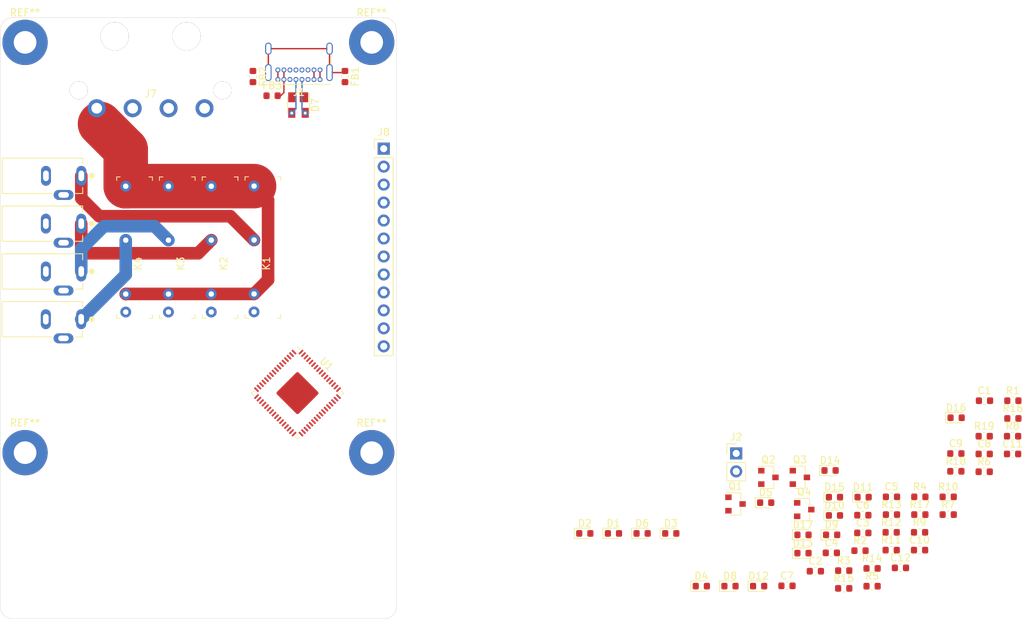
<source format=kicad_pcb>
(kicad_pcb (version 20171130) (host pcbnew 5.1.5)

  (general
    (thickness 1.6)
    (drawings 8)
    (tracks 43)
    (zones 0)
    (modules 72)
    (nets 89)
  )

  (page USLetter)
  (title_block
    (title "Cluster Controller Module")
    (date 2020-01-03)
    (rev v02)
    (company "Brian Salcedo")
  )

  (layers
    (0 F.Cu signal)
    (1 In1.Cu signal)
    (2 In2.Cu signal)
    (31 B.Cu signal)
    (32 B.Adhes user)
    (33 F.Adhes user)
    (34 B.Paste user)
    (35 F.Paste user)
    (36 B.SilkS user)
    (37 F.SilkS user)
    (38 B.Mask user)
    (39 F.Mask user)
    (40 Dwgs.User user)
    (41 Cmts.User user)
    (42 Eco1.User user)
    (43 Eco2.User user)
    (44 Edge.Cuts user)
    (45 Margin user)
    (46 B.CrtYd user)
    (47 F.CrtYd user)
    (48 B.Fab user)
    (49 F.Fab user hide)
  )

  (setup
    (last_trace_width 0.2)
    (user_trace_width 0.1)
    (user_trace_width 0.2)
    (user_trace_width 1.78)
    (user_trace_width 6.29)
    (trace_clearance 0.2)
    (zone_clearance 0.508)
    (zone_45_only no)
    (trace_min 0.1)
    (via_size 0.8)
    (via_drill 0.4)
    (via_min_size 0.4)
    (via_min_drill 0.3)
    (user_via 0.6858 0.3302)
    (user_via 1.38 0.6858)
    (uvia_size 0.3)
    (uvia_drill 0.1)
    (uvias_allowed no)
    (uvia_min_size 0.2)
    (uvia_min_drill 0.1)
    (edge_width 0.05)
    (segment_width 0.2)
    (pcb_text_width 0.3)
    (pcb_text_size 1.5 1.5)
    (mod_edge_width 0.12)
    (mod_text_size 1 1)
    (mod_text_width 0.15)
    (pad_size 6.4 6.4)
    (pad_drill 3.2)
    (pad_to_mask_clearance 0.0508)
    (solder_mask_min_width 0.25)
    (aux_axis_origin 0 0)
    (visible_elements FFFFFF7F)
    (pcbplotparams
      (layerselection 0x010fc_ffffffff)
      (usegerberextensions false)
      (usegerberattributes false)
      (usegerberadvancedattributes false)
      (creategerberjobfile false)
      (excludeedgelayer true)
      (linewidth 0.100000)
      (plotframeref false)
      (viasonmask false)
      (mode 1)
      (useauxorigin false)
      (hpglpennumber 1)
      (hpglpenspeed 20)
      (hpglpendiameter 15.000000)
      (psnegative false)
      (psa4output false)
      (plotreference true)
      (plotvalue true)
      (plotinvisibletext false)
      (padsonsilk false)
      (subtractmaskfromsilk false)
      (outputformat 1)
      (mirror false)
      (drillshape 0)
      (scaleselection 1)
      (outputdirectory "./"))
  )

  (net 0 "")
  (net 1 VDD)
  (net 2 GND)
  (net 3 +5V)
  (net 4 "Net-(D1-Pad2)")
  (net 5 /LED_TX0)
  (net 6 /LED_RX0)
  (net 7 "Net-(D2-Pad2)")
  (net 8 /LED_TX1)
  (net 9 "Net-(D3-Pad2)")
  (net 10 /D-)
  (net 11 /D+)
  (net 12 /VBUS)
  (net 13 "Net-(D5-Pad2)")
  (net 14 /LED_RX1)
  (net 15 /LED_TX2)
  (net 16 "Net-(D6-Pad2)")
  (net 17 "Net-(D7-Pad2)")
  (net 18 /LED_RX2)
  (net 19 /LED_TX3)
  (net 20 "Net-(D8-Pad2)")
  (net 21 "Net-(D9-Pad2)")
  (net 22 /LED_RX3)
  (net 23 "Net-(D10-Pad2)")
  (net 24 "Net-(D11-Pad2)")
  (net 25 "Net-(D12-Pad2)")
  (net 26 "Net-(D13-Pad2)")
  (net 27 /TX0)
  (net 28 /RX0)
  (net 29 /RX1)
  (net 30 /TX1)
  (net 31 /TX2)
  (net 32 /RX2)
  (net 33 /TX3)
  (net 34 /RX3)
  (net 35 "Net-(U1-Pad5)")
  (net 36 "Net-(U1-Pad6)")
  (net 37 "Net-(U1-Pad7)")
  (net 38 "Net-(U1-Pad8)")
  (net 39 "Net-(U1-Pad9)")
  (net 40 "Net-(U1-Pad10)")
  (net 41 "Net-(U1-Pad11)")
  (net 42 "Net-(U1-Pad12)")
  (net 43 "Net-(U1-Pad13)")
  (net 44 "Net-(U1-Pad14)")
  (net 45 "Net-(U1-Pad17)")
  (net 46 "Net-(U1-Pad18)")
  (net 47 "Net-(U1-Pad19)")
  (net 48 "Net-(U1-Pad20)")
  (net 49 "Net-(U1-Pad35)")
  (net 50 "Net-(U1-Pad36)")
  (net 51 "Net-(U1-Pad42)")
  (net 52 "Net-(U1-Pad43)")
  (net 53 "Net-(U1-Pad44)")
  (net 54 "Net-(U1-Pad45)")
  (net 55 "Net-(U1-Pad46)")
  (net 56 "Net-(U1-Pad47)")
  (net 57 "Net-(U1-Pad50)")
  (net 58 "Net-(U1-Pad51)")
  (net 59 "Net-(U1-Pad52)")
  (net 60 "Net-(U1-Pad53)")
  (net 61 "Net-(U1-Pad54)")
  (net 62 "Net-(U1-Pad55)")
  (net 63 /LED_ST_A)
  (net 64 /LED_ST_B)
  (net 65 /LED_ST_C)
  (net 66 /LED_ST_D)
  (net 67 "Net-(D14-Pad2)")
  (net 68 "Net-(D15-Pad2)")
  (net 69 "Net-(D16-Pad2)")
  (net 70 "Net-(D17-Pad2)")
  (net 71 /RELAY_A)
  (net 72 /RELAY_B)
  (net 73 /RELAY_C)
  (net 74 /RELAY_D)
  (net 75 "Net-(D4-Pad2)")
  (net 76 "Net-(R11-Pad2)")
  (net 77 "Net-(J1-PadA5)")
  (net 78 "Net-(J1-PadA8)")
  (net 79 "Net-(J1-PadB8)")
  (net 80 "Net-(J1-PadB5)")
  (net 81 "Net-(FB1-Pad1)")
  (net 82 "Net-(FB2-Pad1)")
  (net 83 "Net-(FB3-Pad2)")
  (net 84 "Net-(J5-Pad1)")
  (net 85 "Net-(J3-Pad1)")
  (net 86 "Net-(J4-Pad1)")
  (net 87 "Net-(J6-Pad1)")
  (net 88 "Net-(J7-Pad1)")

  (net_class Default "This is the default net class."
    (clearance 0.2)
    (trace_width 0.25)
    (via_dia 0.8)
    (via_drill 0.4)
    (uvia_dia 0.3)
    (uvia_drill 0.1)
    (add_net +5V)
    (add_net /D+)
    (add_net /D-)
    (add_net /LED_RX0)
    (add_net /LED_RX1)
    (add_net /LED_RX2)
    (add_net /LED_RX3)
    (add_net /LED_ST_A)
    (add_net /LED_ST_B)
    (add_net /LED_ST_C)
    (add_net /LED_ST_D)
    (add_net /LED_TX0)
    (add_net /LED_TX1)
    (add_net /LED_TX2)
    (add_net /LED_TX3)
    (add_net /RELAY_A)
    (add_net /RELAY_B)
    (add_net /RELAY_C)
    (add_net /RELAY_D)
    (add_net /RX0)
    (add_net /RX1)
    (add_net /RX2)
    (add_net /RX3)
    (add_net /TX0)
    (add_net /TX1)
    (add_net /TX2)
    (add_net /TX3)
    (add_net /VBUS)
    (add_net GND)
    (add_net "Net-(D1-Pad2)")
    (add_net "Net-(D10-Pad2)")
    (add_net "Net-(D11-Pad2)")
    (add_net "Net-(D12-Pad2)")
    (add_net "Net-(D13-Pad2)")
    (add_net "Net-(D14-Pad2)")
    (add_net "Net-(D15-Pad2)")
    (add_net "Net-(D16-Pad2)")
    (add_net "Net-(D17-Pad2)")
    (add_net "Net-(D2-Pad2)")
    (add_net "Net-(D3-Pad2)")
    (add_net "Net-(D4-Pad2)")
    (add_net "Net-(D5-Pad2)")
    (add_net "Net-(D6-Pad2)")
    (add_net "Net-(D7-Pad2)")
    (add_net "Net-(D8-Pad2)")
    (add_net "Net-(D9-Pad2)")
    (add_net "Net-(FB1-Pad1)")
    (add_net "Net-(FB2-Pad1)")
    (add_net "Net-(FB3-Pad2)")
    (add_net "Net-(J1-PadA5)")
    (add_net "Net-(J1-PadA8)")
    (add_net "Net-(J1-PadB5)")
    (add_net "Net-(J1-PadB8)")
    (add_net "Net-(J3-Pad1)")
    (add_net "Net-(J4-Pad1)")
    (add_net "Net-(J5-Pad1)")
    (add_net "Net-(J6-Pad1)")
    (add_net "Net-(J7-Pad1)")
    (add_net "Net-(R11-Pad2)")
    (add_net "Net-(U1-Pad10)")
    (add_net "Net-(U1-Pad11)")
    (add_net "Net-(U1-Pad12)")
    (add_net "Net-(U1-Pad13)")
    (add_net "Net-(U1-Pad14)")
    (add_net "Net-(U1-Pad17)")
    (add_net "Net-(U1-Pad18)")
    (add_net "Net-(U1-Pad19)")
    (add_net "Net-(U1-Pad20)")
    (add_net "Net-(U1-Pad35)")
    (add_net "Net-(U1-Pad36)")
    (add_net "Net-(U1-Pad42)")
    (add_net "Net-(U1-Pad43)")
    (add_net "Net-(U1-Pad44)")
    (add_net "Net-(U1-Pad45)")
    (add_net "Net-(U1-Pad46)")
    (add_net "Net-(U1-Pad47)")
    (add_net "Net-(U1-Pad5)")
    (add_net "Net-(U1-Pad50)")
    (add_net "Net-(U1-Pad51)")
    (add_net "Net-(U1-Pad52)")
    (add_net "Net-(U1-Pad53)")
    (add_net "Net-(U1-Pad54)")
    (add_net "Net-(U1-Pad55)")
    (add_net "Net-(U1-Pad6)")
    (add_net "Net-(U1-Pad7)")
    (add_net "Net-(U1-Pad8)")
    (add_net "Net-(U1-Pad9)")
    (add_net VDD)
  )

  (module Connector_USB:USB_C_Receptacle_GCT_USB4085 (layer F.Cu) (tedit 5E10CCD4) (tstamp 5E1113E1)
    (at 45.19 8.75 180)
    (descr "USB 2.0 Type C Receptacle, https://gct.co/Files/Drawings/USB4085.pdf")
    (tags "USB Type-C Receptacle Through-hole Right angle")
    (path /5E1688D0)
    (fp_text reference J1 (at 2.975 -1.8 180) (layer F.SilkS)
      (effects (font (size 1 1) (thickness 0.15)))
    )
    (fp_text value USB_C_Receptacle_USB2.0 (at 2.975 9.925 180) (layer F.Fab)
      (effects (font (size 1 1) (thickness 0.15)))
    )
    (fp_line (start -1.5 -0.56) (end 7.45 -0.56) (layer F.Fab) (width 0.1))
    (fp_line (start -1.5 8.61) (end 7.45 8.61) (layer F.Fab) (width 0.1))
    (fp_line (start -1.5 -0.68) (end 7.45 -0.68) (layer F.SilkS) (width 0.12))
    (fp_line (start -1.5 -0.56) (end -1.5 8.61) (layer F.Fab) (width 0.1))
    (fp_line (start 7.45 -0.56) (end 7.45 8.61) (layer F.Fab) (width 0.1))
    (fp_line (start 7.57 2.4) (end 7.57 3.3) (layer F.SilkS) (width 0.12))
    (fp_line (start -1.62 2.4) (end -1.62 3.3) (layer F.SilkS) (width 0.12))
    (fp_line (start -2.3 -1.06) (end -2.3 9.11) (layer F.CrtYd) (width 0.05))
    (fp_line (start -2.3 9.11) (end 8.25 9.11) (layer F.CrtYd) (width 0.05))
    (fp_line (start -2.3 -1.06) (end 8.25 -1.06) (layer F.CrtYd) (width 0.05))
    (fp_line (start 8.25 -1.06) (end 8.25 9.11) (layer F.CrtYd) (width 0.05))
    (fp_line (start -0.025 6.1) (end 5.975 6.1) (layer F.Fab) (width 0.1))
    (fp_text user "PCB Edge" (at 2.975 6.1 180) (layer Dwgs.User)
      (effects (font (size 0.5 0.5) (thickness 0.1)))
    )
    (fp_text user %R (at 2.975 4.025 180) (layer F.Fab)
      (effects (font (size 1 1) (thickness 0.15)))
    )
    (pad A1 thru_hole circle (at 0 0 180) (size 0.7 0.7) (drill 0.4) (layers *.Cu *.Mask)
      (net 82 "Net-(FB2-Pad1)"))
    (pad A4 thru_hole circle (at 0.85 0 180) (size 0.7 0.7) (drill 0.4) (layers *.Cu *.Mask)
      (net 83 "Net-(FB3-Pad2)"))
    (pad A5 thru_hole circle (at 1.7 0 180) (size 0.7 0.7) (drill 0.4) (layers *.Cu *.Mask)
      (net 77 "Net-(J1-PadA5)"))
    (pad A6 thru_hole circle (at 2.55 0 180) (size 0.7 0.7) (drill 0.4) (layers *.Cu *.Mask)
      (net 11 /D+))
    (pad A7 thru_hole circle (at 3.4 0 180) (size 0.7 0.7) (drill 0.4) (layers *.Cu *.Mask)
      (net 10 /D-))
    (pad A8 thru_hole circle (at 4.25 0 180) (size 0.7 0.7) (drill 0.4) (layers *.Cu *.Mask)
      (net 78 "Net-(J1-PadA8)"))
    (pad A9 thru_hole circle (at 5.1 0 180) (size 0.7 0.7) (drill 0.4) (layers *.Cu *.Mask)
      (net 83 "Net-(FB3-Pad2)"))
    (pad A12 thru_hole circle (at 5.95 0 180) (size 0.7 0.7) (drill 0.4) (layers *.Cu *.Mask)
      (net 82 "Net-(FB2-Pad1)"))
    (pad B9 thru_hole circle (at 0.85 1.35 180) (size 0.7 0.7) (drill 0.4) (layers *.Cu *.Mask)
      (net 83 "Net-(FB3-Pad2)"))
    (pad B7 thru_hole circle (at 2.55 1.35 180) (size 0.7 0.7) (drill 0.4) (layers *.Cu *.Mask)
      (net 10 /D-))
    (pad B8 thru_hole circle (at 1.7 1.35 180) (size 0.7 0.7) (drill 0.4) (layers *.Cu *.Mask)
      (net 79 "Net-(J1-PadB8)"))
    (pad B12 thru_hole circle (at 0 1.35 180) (size 0.7 0.7) (drill 0.4) (layers *.Cu *.Mask)
      (net 82 "Net-(FB2-Pad1)"))
    (pad B5 thru_hole circle (at 4.25 1.35 180) (size 0.7 0.7) (drill 0.4) (layers *.Cu *.Mask)
      (net 80 "Net-(J1-PadB5)"))
    (pad B4 thru_hole circle (at 5.1 1.35 180) (size 0.7 0.7) (drill 0.4) (layers *.Cu *.Mask)
      (net 83 "Net-(FB3-Pad2)"))
    (pad B1 thru_hole circle (at 5.95 1.35 180) (size 0.7 0.7) (drill 0.4) (layers *.Cu *.Mask)
      (net 82 "Net-(FB2-Pad1)"))
    (pad B6 thru_hole circle (at 3.4 1.35 180) (size 0.7 0.7) (drill 0.4) (layers *.Cu *.Mask)
      (net 11 /D+))
    (pad S1 thru_hole oval (at -1.35 0.98 180) (size 0.9 2.4) (drill oval 0.6 2.1) (layers *.Cu *.Mask)
      (net 81 "Net-(FB1-Pad1)"))
    (pad S1 thru_hole oval (at 7.3 0.98 180) (size 0.9 2.4) (drill oval 0.6 2.1) (layers *.Cu *.Mask)
      (net 81 "Net-(FB1-Pad1)"))
    (pad S1 thru_hole oval (at -1.35 4.36 180) (size 0.9 1.7) (drill oval 0.6 1.4) (layers *.Cu *.Mask)
      (net 81 "Net-(FB1-Pad1)"))
    (pad S1 thru_hole oval (at 7.3 4.36 180) (size 0.9 1.7) (drill oval 0.6 1.4) (layers *.Cu *.Mask)
      (net 81 "Net-(FB1-Pad1)"))
    (model ${KISYS3DMOD}/Connector_USB.3dshapes/USB_C_Receptacle_GCT_USB4085.wrl
      (at (xyz 0 0 0))
      (scale (xyz 1 1 1))
      (rotate (xyz 0 0 0))
    )
  )

  (module MountingHole:MountingHole_3.2mm_M3_Pad (layer F.Cu) (tedit 56D1B4CB) (tstamp 5E112747)
    (at 52.5 61.5)
    (descr "Mounting Hole 3.2mm, M3")
    (tags "mounting hole 3.2mm m3")
    (attr virtual)
    (fp_text reference REF** (at 0 -4.2) (layer F.SilkS)
      (effects (font (size 1 1) (thickness 0.15)))
    )
    (fp_text value MountingHole_3.2mm_M3_Pad (at 0 4.2) (layer F.Fab)
      (effects (font (size 1 1) (thickness 0.15)))
    )
    (fp_circle (center 0 0) (end 3.45 0) (layer F.CrtYd) (width 0.05))
    (fp_circle (center 0 0) (end 3.2 0) (layer Cmts.User) (width 0.15))
    (fp_text user %R (at 0.3 0) (layer F.Fab)
      (effects (font (size 1 1) (thickness 0.15)))
    )
    (pad 1 thru_hole circle (at 0 0) (size 6.4 6.4) (drill 3.2) (layers *.Cu *.Mask))
  )

  (module MountingHole:MountingHole_3.2mm_M3_Pad (layer F.Cu) (tedit 56D1B4CB) (tstamp 5E11249E)
    (at 3.5 61.5)
    (descr "Mounting Hole 3.2mm, M3")
    (tags "mounting hole 3.2mm m3")
    (attr virtual)
    (fp_text reference REF** (at 0 -4.2) (layer F.SilkS)
      (effects (font (size 1 1) (thickness 0.15)))
    )
    (fp_text value MountingHole_3.2mm_M3_Pad (at 0 4.2) (layer F.Fab)
      (effects (font (size 1 1) (thickness 0.15)))
    )
    (fp_circle (center 0 0) (end 3.45 0) (layer F.CrtYd) (width 0.05))
    (fp_circle (center 0 0) (end 3.2 0) (layer Cmts.User) (width 0.15))
    (fp_text user %R (at 0.3 0) (layer F.Fab)
      (effects (font (size 1 1) (thickness 0.15)))
    )
    (pad 1 thru_hole circle (at 0 0) (size 6.4 6.4) (drill 3.2) (layers *.Cu *.Mask))
  )

  (module MountingHole:MountingHole_3.2mm_M3_Pad (layer F.Cu) (tedit 56D1B4CB) (tstamp 5E1123E0)
    (at 52.5 3.5)
    (descr "Mounting Hole 3.2mm, M3")
    (tags "mounting hole 3.2mm m3")
    (attr virtual)
    (fp_text reference REF** (at 0 -4.2) (layer F.SilkS)
      (effects (font (size 1 1) (thickness 0.15)))
    )
    (fp_text value MountingHole_3.2mm_M3_Pad (at 0 4.2) (layer F.Fab)
      (effects (font (size 1 1) (thickness 0.15)))
    )
    (fp_circle (center 0 0) (end 3.45 0) (layer F.CrtYd) (width 0.05))
    (fp_circle (center 0 0) (end 3.2 0) (layer Cmts.User) (width 0.15))
    (fp_text user %R (at 0.3 0) (layer F.Fab)
      (effects (font (size 1 1) (thickness 0.15)))
    )
    (pad 1 thru_hole circle (at 0 0) (size 6.4 6.4) (drill 3.2) (layers *.Cu *.Mask))
  )

  (module MountingHole:MountingHole_3.2mm_M3_Pad (layer F.Cu) (tedit 56D1B4CB) (tstamp 5E112322)
    (at 3.5 3.5)
    (descr "Mounting Hole 3.2mm, M3")
    (tags "mounting hole 3.2mm m3")
    (attr virtual)
    (fp_text reference REF** (at 0 -4.2) (layer F.SilkS)
      (effects (font (size 1 1) (thickness 0.15)))
    )
    (fp_text value MountingHole_3.2mm_M3_Pad (at 0 4.2) (layer F.Fab)
      (effects (font (size 1 1) (thickness 0.15)))
    )
    (fp_circle (center 0 0) (end 3.45 0) (layer F.CrtYd) (width 0.05))
    (fp_circle (center 0 0) (end 3.2 0) (layer Cmts.User) (width 0.15))
    (fp_text user %R (at 0.3 0) (layer F.Fab)
      (effects (font (size 1 1) (thickness 0.15)))
    )
    (pad 1 thru_hole circle (at 0 0) (size 6.4 6.4) (drill 3.2) (layers *.Cu *.Mask))
  )

  (module Capacitor_SMD:C_0603_1608Metric (layer F.Cu) (tedit 5B301BBE) (tstamp 5E111186)
    (at 139.125001 54.155001)
    (descr "Capacitor SMD 0603 (1608 Metric), square (rectangular) end terminal, IPC_7351 nominal, (Body size source: http://www.tortai-tech.com/upload/download/2011102023233369053.pdf), generated with kicad-footprint-generator")
    (tags capacitor)
    (path /5E47A6E8)
    (attr smd)
    (fp_text reference C1 (at 0 -1.43) (layer F.SilkS)
      (effects (font (size 1 1) (thickness 0.15)))
    )
    (fp_text value 0.1uF (at 0 1.43) (layer F.Fab)
      (effects (font (size 1 1) (thickness 0.15)))
    )
    (fp_line (start -0.8 0.4) (end -0.8 -0.4) (layer F.Fab) (width 0.1))
    (fp_line (start -0.8 -0.4) (end 0.8 -0.4) (layer F.Fab) (width 0.1))
    (fp_line (start 0.8 -0.4) (end 0.8 0.4) (layer F.Fab) (width 0.1))
    (fp_line (start 0.8 0.4) (end -0.8 0.4) (layer F.Fab) (width 0.1))
    (fp_line (start -0.162779 -0.51) (end 0.162779 -0.51) (layer F.SilkS) (width 0.12))
    (fp_line (start -0.162779 0.51) (end 0.162779 0.51) (layer F.SilkS) (width 0.12))
    (fp_line (start -1.48 0.73) (end -1.48 -0.73) (layer F.CrtYd) (width 0.05))
    (fp_line (start -1.48 -0.73) (end 1.48 -0.73) (layer F.CrtYd) (width 0.05))
    (fp_line (start 1.48 -0.73) (end 1.48 0.73) (layer F.CrtYd) (width 0.05))
    (fp_line (start 1.48 0.73) (end -1.48 0.73) (layer F.CrtYd) (width 0.05))
    (fp_text user %R (at 0 0) (layer F.Fab)
      (effects (font (size 0.4 0.4) (thickness 0.06)))
    )
    (pad 1 smd roundrect (at -0.7875 0) (size 0.875 0.95) (layers F.Cu F.Paste F.Mask) (roundrect_rratio 0.25)
      (net 1 VDD))
    (pad 2 smd roundrect (at 0.7875 0) (size 0.875 0.95) (layers F.Cu F.Paste F.Mask) (roundrect_rratio 0.25)
      (net 2 GND))
    (model ${KISYS3DMOD}/Capacitor_SMD.3dshapes/C_0603_1608Metric.wrl
      (at (xyz 0 0 0))
      (scale (xyz 1 1 1))
      (rotate (xyz 0 0 0))
    )
  )

  (module Capacitor_SMD:C_0603_1608Metric (layer F.Cu) (tedit 5B301BBE) (tstamp 5E111197)
    (at 115.215001 78.255001)
    (descr "Capacitor SMD 0603 (1608 Metric), square (rectangular) end terminal, IPC_7351 nominal, (Body size source: http://www.tortai-tech.com/upload/download/2011102023233369053.pdf), generated with kicad-footprint-generator")
    (tags capacitor)
    (path /5E47A98F)
    (attr smd)
    (fp_text reference C2 (at 0 -1.43) (layer F.SilkS)
      (effects (font (size 1 1) (thickness 0.15)))
    )
    (fp_text value 4.7uF (at 0 1.43) (layer F.Fab)
      (effects (font (size 1 1) (thickness 0.15)))
    )
    (fp_text user %R (at 0 0) (layer F.Fab)
      (effects (font (size 0.4 0.4) (thickness 0.06)))
    )
    (fp_line (start 1.48 0.73) (end -1.48 0.73) (layer F.CrtYd) (width 0.05))
    (fp_line (start 1.48 -0.73) (end 1.48 0.73) (layer F.CrtYd) (width 0.05))
    (fp_line (start -1.48 -0.73) (end 1.48 -0.73) (layer F.CrtYd) (width 0.05))
    (fp_line (start -1.48 0.73) (end -1.48 -0.73) (layer F.CrtYd) (width 0.05))
    (fp_line (start -0.162779 0.51) (end 0.162779 0.51) (layer F.SilkS) (width 0.12))
    (fp_line (start -0.162779 -0.51) (end 0.162779 -0.51) (layer F.SilkS) (width 0.12))
    (fp_line (start 0.8 0.4) (end -0.8 0.4) (layer F.Fab) (width 0.1))
    (fp_line (start 0.8 -0.4) (end 0.8 0.4) (layer F.Fab) (width 0.1))
    (fp_line (start -0.8 -0.4) (end 0.8 -0.4) (layer F.Fab) (width 0.1))
    (fp_line (start -0.8 0.4) (end -0.8 -0.4) (layer F.Fab) (width 0.1))
    (pad 2 smd roundrect (at 0.7875 0) (size 0.875 0.95) (layers F.Cu F.Paste F.Mask) (roundrect_rratio 0.25)
      (net 2 GND))
    (pad 1 smd roundrect (at -0.7875 0) (size 0.875 0.95) (layers F.Cu F.Paste F.Mask) (roundrect_rratio 0.25)
      (net 1 VDD))
    (model ${KISYS3DMOD}/Capacitor_SMD.3dshapes/C_0603_1608Metric.wrl
      (at (xyz 0 0 0))
      (scale (xyz 1 1 1))
      (rotate (xyz 0 0 0))
    )
  )

  (module Capacitor_SMD:C_0603_1608Metric (layer F.Cu) (tedit 5B301BBE) (tstamp 5E1111A8)
    (at 121.925001 72.845001)
    (descr "Capacitor SMD 0603 (1608 Metric), square (rectangular) end terminal, IPC_7351 nominal, (Body size source: http://www.tortai-tech.com/upload/download/2011102023233369053.pdf), generated with kicad-footprint-generator")
    (tags capacitor)
    (path /5E47C982)
    (attr smd)
    (fp_text reference C3 (at 0 -1.43) (layer F.SilkS)
      (effects (font (size 1 1) (thickness 0.15)))
    )
    (fp_text value 0.1uF (at 0 1.43) (layer F.Fab)
      (effects (font (size 1 1) (thickness 0.15)))
    )
    (fp_line (start -0.8 0.4) (end -0.8 -0.4) (layer F.Fab) (width 0.1))
    (fp_line (start -0.8 -0.4) (end 0.8 -0.4) (layer F.Fab) (width 0.1))
    (fp_line (start 0.8 -0.4) (end 0.8 0.4) (layer F.Fab) (width 0.1))
    (fp_line (start 0.8 0.4) (end -0.8 0.4) (layer F.Fab) (width 0.1))
    (fp_line (start -0.162779 -0.51) (end 0.162779 -0.51) (layer F.SilkS) (width 0.12))
    (fp_line (start -0.162779 0.51) (end 0.162779 0.51) (layer F.SilkS) (width 0.12))
    (fp_line (start -1.48 0.73) (end -1.48 -0.73) (layer F.CrtYd) (width 0.05))
    (fp_line (start -1.48 -0.73) (end 1.48 -0.73) (layer F.CrtYd) (width 0.05))
    (fp_line (start 1.48 -0.73) (end 1.48 0.73) (layer F.CrtYd) (width 0.05))
    (fp_line (start 1.48 0.73) (end -1.48 0.73) (layer F.CrtYd) (width 0.05))
    (fp_text user %R (at 0 0) (layer F.Fab)
      (effects (font (size 0.4 0.4) (thickness 0.06)))
    )
    (pad 1 smd roundrect (at -0.7875 0) (size 0.875 0.95) (layers F.Cu F.Paste F.Mask) (roundrect_rratio 0.25)
      (net 1 VDD))
    (pad 2 smd roundrect (at 0.7875 0) (size 0.875 0.95) (layers F.Cu F.Paste F.Mask) (roundrect_rratio 0.25)
      (net 2 GND))
    (model ${KISYS3DMOD}/Capacitor_SMD.3dshapes/C_0603_1608Metric.wrl
      (at (xyz 0 0 0))
      (scale (xyz 1 1 1))
      (rotate (xyz 0 0 0))
    )
  )

  (module Capacitor_SMD:C_0603_1608Metric (layer F.Cu) (tedit 5B301BBE) (tstamp 5E1111B9)
    (at 117.475001 75.665001)
    (descr "Capacitor SMD 0603 (1608 Metric), square (rectangular) end terminal, IPC_7351 nominal, (Body size source: http://www.tortai-tech.com/upload/download/2011102023233369053.pdf), generated with kicad-footprint-generator")
    (tags capacitor)
    (path /5E47CB44)
    (attr smd)
    (fp_text reference C4 (at 0 -1.43) (layer F.SilkS)
      (effects (font (size 1 1) (thickness 0.15)))
    )
    (fp_text value 4.7uF (at 0 1.43) (layer F.Fab)
      (effects (font (size 1 1) (thickness 0.15)))
    )
    (fp_text user %R (at 0 0) (layer F.Fab)
      (effects (font (size 0.4 0.4) (thickness 0.06)))
    )
    (fp_line (start 1.48 0.73) (end -1.48 0.73) (layer F.CrtYd) (width 0.05))
    (fp_line (start 1.48 -0.73) (end 1.48 0.73) (layer F.CrtYd) (width 0.05))
    (fp_line (start -1.48 -0.73) (end 1.48 -0.73) (layer F.CrtYd) (width 0.05))
    (fp_line (start -1.48 0.73) (end -1.48 -0.73) (layer F.CrtYd) (width 0.05))
    (fp_line (start -0.162779 0.51) (end 0.162779 0.51) (layer F.SilkS) (width 0.12))
    (fp_line (start -0.162779 -0.51) (end 0.162779 -0.51) (layer F.SilkS) (width 0.12))
    (fp_line (start 0.8 0.4) (end -0.8 0.4) (layer F.Fab) (width 0.1))
    (fp_line (start 0.8 -0.4) (end 0.8 0.4) (layer F.Fab) (width 0.1))
    (fp_line (start -0.8 -0.4) (end 0.8 -0.4) (layer F.Fab) (width 0.1))
    (fp_line (start -0.8 0.4) (end -0.8 -0.4) (layer F.Fab) (width 0.1))
    (pad 2 smd roundrect (at 0.7875 0) (size 0.875 0.95) (layers F.Cu F.Paste F.Mask) (roundrect_rratio 0.25)
      (net 2 GND))
    (pad 1 smd roundrect (at -0.7875 0) (size 0.875 0.95) (layers F.Cu F.Paste F.Mask) (roundrect_rratio 0.25)
      (net 1 VDD))
    (model ${KISYS3DMOD}/Capacitor_SMD.3dshapes/C_0603_1608Metric.wrl
      (at (xyz 0 0 0))
      (scale (xyz 1 1 1))
      (rotate (xyz 0 0 0))
    )
  )

  (module Capacitor_SMD:C_0603_1608Metric (layer F.Cu) (tedit 5B301BBE) (tstamp 5E1111CA)
    (at 125.975001 67.745001)
    (descr "Capacitor SMD 0603 (1608 Metric), square (rectangular) end terminal, IPC_7351 nominal, (Body size source: http://www.tortai-tech.com/upload/download/2011102023233369053.pdf), generated with kicad-footprint-generator")
    (tags capacitor)
    (path /5E638F85)
    (attr smd)
    (fp_text reference C5 (at 0 -1.43) (layer F.SilkS)
      (effects (font (size 1 1) (thickness 0.15)))
    )
    (fp_text value 0.1uF (at 0 1.43) (layer F.Fab)
      (effects (font (size 1 1) (thickness 0.15)))
    )
    (fp_line (start -0.8 0.4) (end -0.8 -0.4) (layer F.Fab) (width 0.1))
    (fp_line (start -0.8 -0.4) (end 0.8 -0.4) (layer F.Fab) (width 0.1))
    (fp_line (start 0.8 -0.4) (end 0.8 0.4) (layer F.Fab) (width 0.1))
    (fp_line (start 0.8 0.4) (end -0.8 0.4) (layer F.Fab) (width 0.1))
    (fp_line (start -0.162779 -0.51) (end 0.162779 -0.51) (layer F.SilkS) (width 0.12))
    (fp_line (start -0.162779 0.51) (end 0.162779 0.51) (layer F.SilkS) (width 0.12))
    (fp_line (start -1.48 0.73) (end -1.48 -0.73) (layer F.CrtYd) (width 0.05))
    (fp_line (start -1.48 -0.73) (end 1.48 -0.73) (layer F.CrtYd) (width 0.05))
    (fp_line (start 1.48 -0.73) (end 1.48 0.73) (layer F.CrtYd) (width 0.05))
    (fp_line (start 1.48 0.73) (end -1.48 0.73) (layer F.CrtYd) (width 0.05))
    (fp_text user %R (at 0 0) (layer F.Fab)
      (effects (font (size 0.4 0.4) (thickness 0.06)))
    )
    (pad 1 smd roundrect (at -0.7875 0) (size 0.875 0.95) (layers F.Cu F.Paste F.Mask) (roundrect_rratio 0.25)
      (net 12 /VBUS))
    (pad 2 smd roundrect (at 0.7875 0) (size 0.875 0.95) (layers F.Cu F.Paste F.Mask) (roundrect_rratio 0.25)
      (net 2 GND))
    (model ${KISYS3DMOD}/Capacitor_SMD.3dshapes/C_0603_1608Metric.wrl
      (at (xyz 0 0 0))
      (scale (xyz 1 1 1))
      (rotate (xyz 0 0 0))
    )
  )

  (module Capacitor_SMD:C_0603_1608Metric (layer F.Cu) (tedit 5B301BBE) (tstamp 5E1111DB)
    (at 121.925001 70.335001)
    (descr "Capacitor SMD 0603 (1608 Metric), square (rectangular) end terminal, IPC_7351 nominal, (Body size source: http://www.tortai-tech.com/upload/download/2011102023233369053.pdf), generated with kicad-footprint-generator")
    (tags capacitor)
    (path /5E47CE37)
    (attr smd)
    (fp_text reference C6 (at 0 -1.43) (layer F.SilkS)
      (effects (font (size 1 1) (thickness 0.15)))
    )
    (fp_text value 0.1uF (at 0 1.43) (layer F.Fab)
      (effects (font (size 1 1) (thickness 0.15)))
    )
    (fp_line (start -0.8 0.4) (end -0.8 -0.4) (layer F.Fab) (width 0.1))
    (fp_line (start -0.8 -0.4) (end 0.8 -0.4) (layer F.Fab) (width 0.1))
    (fp_line (start 0.8 -0.4) (end 0.8 0.4) (layer F.Fab) (width 0.1))
    (fp_line (start 0.8 0.4) (end -0.8 0.4) (layer F.Fab) (width 0.1))
    (fp_line (start -0.162779 -0.51) (end 0.162779 -0.51) (layer F.SilkS) (width 0.12))
    (fp_line (start -0.162779 0.51) (end 0.162779 0.51) (layer F.SilkS) (width 0.12))
    (fp_line (start -1.48 0.73) (end -1.48 -0.73) (layer F.CrtYd) (width 0.05))
    (fp_line (start -1.48 -0.73) (end 1.48 -0.73) (layer F.CrtYd) (width 0.05))
    (fp_line (start 1.48 -0.73) (end 1.48 0.73) (layer F.CrtYd) (width 0.05))
    (fp_line (start 1.48 0.73) (end -1.48 0.73) (layer F.CrtYd) (width 0.05))
    (fp_text user %R (at 0 0) (layer F.Fab)
      (effects (font (size 0.4 0.4) (thickness 0.06)))
    )
    (pad 1 smd roundrect (at -0.7875 0) (size 0.875 0.95) (layers F.Cu F.Paste F.Mask) (roundrect_rratio 0.25)
      (net 1 VDD))
    (pad 2 smd roundrect (at 0.7875 0) (size 0.875 0.95) (layers F.Cu F.Paste F.Mask) (roundrect_rratio 0.25)
      (net 2 GND))
    (model ${KISYS3DMOD}/Capacitor_SMD.3dshapes/C_0603_1608Metric.wrl
      (at (xyz 0 0 0))
      (scale (xyz 1 1 1))
      (rotate (xyz 0 0 0))
    )
  )

  (module Capacitor_SMD:C_0603_1608Metric (layer F.Cu) (tedit 5B301BBE) (tstamp 5E1111EC)
    (at 111.205001 80.325001)
    (descr "Capacitor SMD 0603 (1608 Metric), square (rectangular) end terminal, IPC_7351 nominal, (Body size source: http://www.tortai-tech.com/upload/download/2011102023233369053.pdf), generated with kicad-footprint-generator")
    (tags capacitor)
    (path /5E638B7B)
    (attr smd)
    (fp_text reference C7 (at 0 -1.43) (layer F.SilkS)
      (effects (font (size 1 1) (thickness 0.15)))
    )
    (fp_text value 4.7uF (at 0 1.43) (layer F.Fab)
      (effects (font (size 1 1) (thickness 0.15)))
    )
    (fp_text user %R (at 0 0) (layer F.Fab)
      (effects (font (size 0.4 0.4) (thickness 0.06)))
    )
    (fp_line (start 1.48 0.73) (end -1.48 0.73) (layer F.CrtYd) (width 0.05))
    (fp_line (start 1.48 -0.73) (end 1.48 0.73) (layer F.CrtYd) (width 0.05))
    (fp_line (start -1.48 -0.73) (end 1.48 -0.73) (layer F.CrtYd) (width 0.05))
    (fp_line (start -1.48 0.73) (end -1.48 -0.73) (layer F.CrtYd) (width 0.05))
    (fp_line (start -0.162779 0.51) (end 0.162779 0.51) (layer F.SilkS) (width 0.12))
    (fp_line (start -0.162779 -0.51) (end 0.162779 -0.51) (layer F.SilkS) (width 0.12))
    (fp_line (start 0.8 0.4) (end -0.8 0.4) (layer F.Fab) (width 0.1))
    (fp_line (start 0.8 -0.4) (end 0.8 0.4) (layer F.Fab) (width 0.1))
    (fp_line (start -0.8 -0.4) (end 0.8 -0.4) (layer F.Fab) (width 0.1))
    (fp_line (start -0.8 0.4) (end -0.8 -0.4) (layer F.Fab) (width 0.1))
    (pad 2 smd roundrect (at 0.7875 0) (size 0.875 0.95) (layers F.Cu F.Paste F.Mask) (roundrect_rratio 0.25)
      (net 2 GND))
    (pad 1 smd roundrect (at -0.7875 0) (size 0.875 0.95) (layers F.Cu F.Paste F.Mask) (roundrect_rratio 0.25)
      (net 12 /VBUS))
    (model ${KISYS3DMOD}/Capacitor_SMD.3dshapes/C_0603_1608Metric.wrl
      (at (xyz 0 0 0))
      (scale (xyz 1 1 1))
      (rotate (xyz 0 0 0))
    )
  )

  (module Capacitor_SMD:C_0603_1608Metric (layer F.Cu) (tedit 5B301BBE) (tstamp 5E1111FD)
    (at 139.085001 61.685001)
    (descr "Capacitor SMD 0603 (1608 Metric), square (rectangular) end terminal, IPC_7351 nominal, (Body size source: http://www.tortai-tech.com/upload/download/2011102023233369053.pdf), generated with kicad-footprint-generator")
    (tags capacitor)
    (path /5E47D10F)
    (attr smd)
    (fp_text reference C8 (at 0 -1.43) (layer F.SilkS)
      (effects (font (size 1 1) (thickness 0.15)))
    )
    (fp_text value 4.7uF (at 0 1.43) (layer F.Fab)
      (effects (font (size 1 1) (thickness 0.15)))
    )
    (fp_text user %R (at 0 0) (layer F.Fab)
      (effects (font (size 0.4 0.4) (thickness 0.06)))
    )
    (fp_line (start 1.48 0.73) (end -1.48 0.73) (layer F.CrtYd) (width 0.05))
    (fp_line (start 1.48 -0.73) (end 1.48 0.73) (layer F.CrtYd) (width 0.05))
    (fp_line (start -1.48 -0.73) (end 1.48 -0.73) (layer F.CrtYd) (width 0.05))
    (fp_line (start -1.48 0.73) (end -1.48 -0.73) (layer F.CrtYd) (width 0.05))
    (fp_line (start -0.162779 0.51) (end 0.162779 0.51) (layer F.SilkS) (width 0.12))
    (fp_line (start -0.162779 -0.51) (end 0.162779 -0.51) (layer F.SilkS) (width 0.12))
    (fp_line (start 0.8 0.4) (end -0.8 0.4) (layer F.Fab) (width 0.1))
    (fp_line (start 0.8 -0.4) (end 0.8 0.4) (layer F.Fab) (width 0.1))
    (fp_line (start -0.8 -0.4) (end 0.8 -0.4) (layer F.Fab) (width 0.1))
    (fp_line (start -0.8 0.4) (end -0.8 -0.4) (layer F.Fab) (width 0.1))
    (pad 2 smd roundrect (at 0.7875 0) (size 0.875 0.95) (layers F.Cu F.Paste F.Mask) (roundrect_rratio 0.25)
      (net 2 GND))
    (pad 1 smd roundrect (at -0.7875 0) (size 0.875 0.95) (layers F.Cu F.Paste F.Mask) (roundrect_rratio 0.25)
      (net 1 VDD))
    (model ${KISYS3DMOD}/Capacitor_SMD.3dshapes/C_0603_1608Metric.wrl
      (at (xyz 0 0 0))
      (scale (xyz 1 1 1))
      (rotate (xyz 0 0 0))
    )
  )

  (module Capacitor_SMD:C_0603_1608Metric (layer F.Cu) (tedit 5B301BBE) (tstamp 5E11120E)
    (at 135.075001 61.625001)
    (descr "Capacitor SMD 0603 (1608 Metric), square (rectangular) end terminal, IPC_7351 nominal, (Body size source: http://www.tortai-tech.com/upload/download/2011102023233369053.pdf), generated with kicad-footprint-generator")
    (tags capacitor)
    (path /5E5BB503)
    (attr smd)
    (fp_text reference C9 (at 0 -1.43) (layer F.SilkS)
      (effects (font (size 1 1) (thickness 0.15)))
    )
    (fp_text value 0.1uF (at 0 1.43) (layer F.Fab)
      (effects (font (size 1 1) (thickness 0.15)))
    )
    (fp_line (start -0.8 0.4) (end -0.8 -0.4) (layer F.Fab) (width 0.1))
    (fp_line (start -0.8 -0.4) (end 0.8 -0.4) (layer F.Fab) (width 0.1))
    (fp_line (start 0.8 -0.4) (end 0.8 0.4) (layer F.Fab) (width 0.1))
    (fp_line (start 0.8 0.4) (end -0.8 0.4) (layer F.Fab) (width 0.1))
    (fp_line (start -0.162779 -0.51) (end 0.162779 -0.51) (layer F.SilkS) (width 0.12))
    (fp_line (start -0.162779 0.51) (end 0.162779 0.51) (layer F.SilkS) (width 0.12))
    (fp_line (start -1.48 0.73) (end -1.48 -0.73) (layer F.CrtYd) (width 0.05))
    (fp_line (start -1.48 -0.73) (end 1.48 -0.73) (layer F.CrtYd) (width 0.05))
    (fp_line (start 1.48 -0.73) (end 1.48 0.73) (layer F.CrtYd) (width 0.05))
    (fp_line (start 1.48 0.73) (end -1.48 0.73) (layer F.CrtYd) (width 0.05))
    (fp_text user %R (at 0 0) (layer F.Fab)
      (effects (font (size 0.4 0.4) (thickness 0.06)))
    )
    (pad 1 smd roundrect (at -0.7875 0) (size 0.875 0.95) (layers F.Cu F.Paste F.Mask) (roundrect_rratio 0.25)
      (net 1 VDD))
    (pad 2 smd roundrect (at 0.7875 0) (size 0.875 0.95) (layers F.Cu F.Paste F.Mask) (roundrect_rratio 0.25)
      (net 2 GND))
    (model ${KISYS3DMOD}/Capacitor_SMD.3dshapes/C_0603_1608Metric.wrl
      (at (xyz 0 0 0))
      (scale (xyz 1 1 1))
      (rotate (xyz 0 0 0))
    )
  )

  (module Capacitor_SMD:C_0603_1608Metric (layer F.Cu) (tedit 5B301BBE) (tstamp 5E11121F)
    (at 129.945001 75.275001)
    (descr "Capacitor SMD 0603 (1608 Metric), square (rectangular) end terminal, IPC_7351 nominal, (Body size source: http://www.tortai-tech.com/upload/download/2011102023233369053.pdf), generated with kicad-footprint-generator")
    (tags capacitor)
    (path /5E5BB883)
    (attr smd)
    (fp_text reference C10 (at 0 -1.43) (layer F.SilkS)
      (effects (font (size 1 1) (thickness 0.15)))
    )
    (fp_text value 4.7uF (at 0 1.43) (layer F.Fab)
      (effects (font (size 1 1) (thickness 0.15)))
    )
    (fp_text user %R (at 0 0) (layer F.Fab)
      (effects (font (size 0.4 0.4) (thickness 0.06)))
    )
    (fp_line (start 1.48 0.73) (end -1.48 0.73) (layer F.CrtYd) (width 0.05))
    (fp_line (start 1.48 -0.73) (end 1.48 0.73) (layer F.CrtYd) (width 0.05))
    (fp_line (start -1.48 -0.73) (end 1.48 -0.73) (layer F.CrtYd) (width 0.05))
    (fp_line (start -1.48 0.73) (end -1.48 -0.73) (layer F.CrtYd) (width 0.05))
    (fp_line (start -0.162779 0.51) (end 0.162779 0.51) (layer F.SilkS) (width 0.12))
    (fp_line (start -0.162779 -0.51) (end 0.162779 -0.51) (layer F.SilkS) (width 0.12))
    (fp_line (start 0.8 0.4) (end -0.8 0.4) (layer F.Fab) (width 0.1))
    (fp_line (start 0.8 -0.4) (end 0.8 0.4) (layer F.Fab) (width 0.1))
    (fp_line (start -0.8 -0.4) (end 0.8 -0.4) (layer F.Fab) (width 0.1))
    (fp_line (start -0.8 0.4) (end -0.8 -0.4) (layer F.Fab) (width 0.1))
    (pad 2 smd roundrect (at 0.7875 0) (size 0.875 0.95) (layers F.Cu F.Paste F.Mask) (roundrect_rratio 0.25)
      (net 2 GND))
    (pad 1 smd roundrect (at -0.7875 0) (size 0.875 0.95) (layers F.Cu F.Paste F.Mask) (roundrect_rratio 0.25)
      (net 1 VDD))
    (model ${KISYS3DMOD}/Capacitor_SMD.3dshapes/C_0603_1608Metric.wrl
      (at (xyz 0 0 0))
      (scale (xyz 1 1 1))
      (rotate (xyz 0 0 0))
    )
  )

  (module Capacitor_SMD:C_0603_1608Metric (layer F.Cu) (tedit 5B301BBE) (tstamp 5E111230)
    (at 143.095001 61.685001)
    (descr "Capacitor SMD 0603 (1608 Metric), square (rectangular) end terminal, IPC_7351 nominal, (Body size source: http://www.tortai-tech.com/upload/download/2011102023233369053.pdf), generated with kicad-footprint-generator")
    (tags capacitor)
    (path /5E67B233)
    (attr smd)
    (fp_text reference C11 (at 0 -1.43) (layer F.SilkS)
      (effects (font (size 1 1) (thickness 0.15)))
    )
    (fp_text value 0.1uF (at 0 1.43) (layer F.Fab)
      (effects (font (size 1 1) (thickness 0.15)))
    )
    (fp_line (start -0.8 0.4) (end -0.8 -0.4) (layer F.Fab) (width 0.1))
    (fp_line (start -0.8 -0.4) (end 0.8 -0.4) (layer F.Fab) (width 0.1))
    (fp_line (start 0.8 -0.4) (end 0.8 0.4) (layer F.Fab) (width 0.1))
    (fp_line (start 0.8 0.4) (end -0.8 0.4) (layer F.Fab) (width 0.1))
    (fp_line (start -0.162779 -0.51) (end 0.162779 -0.51) (layer F.SilkS) (width 0.12))
    (fp_line (start -0.162779 0.51) (end 0.162779 0.51) (layer F.SilkS) (width 0.12))
    (fp_line (start -1.48 0.73) (end -1.48 -0.73) (layer F.CrtYd) (width 0.05))
    (fp_line (start -1.48 -0.73) (end 1.48 -0.73) (layer F.CrtYd) (width 0.05))
    (fp_line (start 1.48 -0.73) (end 1.48 0.73) (layer F.CrtYd) (width 0.05))
    (fp_line (start 1.48 0.73) (end -1.48 0.73) (layer F.CrtYd) (width 0.05))
    (fp_text user %R (at 0 0) (layer F.Fab)
      (effects (font (size 0.4 0.4) (thickness 0.06)))
    )
    (pad 1 smd roundrect (at -0.7875 0) (size 0.875 0.95) (layers F.Cu F.Paste F.Mask) (roundrect_rratio 0.25)
      (net 3 +5V))
    (pad 2 smd roundrect (at 0.7875 0) (size 0.875 0.95) (layers F.Cu F.Paste F.Mask) (roundrect_rratio 0.25)
      (net 2 GND))
    (model ${KISYS3DMOD}/Capacitor_SMD.3dshapes/C_0603_1608Metric.wrl
      (at (xyz 0 0 0))
      (scale (xyz 1 1 1))
      (rotate (xyz 0 0 0))
    )
  )

  (module Capacitor_SMD:C_0603_1608Metric (layer F.Cu) (tedit 5B301BBE) (tstamp 5E111241)
    (at 127.245001 77.785001)
    (descr "Capacitor SMD 0603 (1608 Metric), square (rectangular) end terminal, IPC_7351 nominal, (Body size source: http://www.tortai-tech.com/upload/download/2011102023233369053.pdf), generated with kicad-footprint-generator")
    (tags capacitor)
    (path /5EF908E8)
    (attr smd)
    (fp_text reference C12 (at 0 -1.43) (layer F.SilkS)
      (effects (font (size 1 1) (thickness 0.15)))
    )
    (fp_text value 4.7uF (at 0 1.43) (layer F.Fab)
      (effects (font (size 1 1) (thickness 0.15)))
    )
    (fp_text user %R (at 0 0) (layer F.Fab)
      (effects (font (size 0.4 0.4) (thickness 0.06)))
    )
    (fp_line (start 1.48 0.73) (end -1.48 0.73) (layer F.CrtYd) (width 0.05))
    (fp_line (start 1.48 -0.73) (end 1.48 0.73) (layer F.CrtYd) (width 0.05))
    (fp_line (start -1.48 -0.73) (end 1.48 -0.73) (layer F.CrtYd) (width 0.05))
    (fp_line (start -1.48 0.73) (end -1.48 -0.73) (layer F.CrtYd) (width 0.05))
    (fp_line (start -0.162779 0.51) (end 0.162779 0.51) (layer F.SilkS) (width 0.12))
    (fp_line (start -0.162779 -0.51) (end 0.162779 -0.51) (layer F.SilkS) (width 0.12))
    (fp_line (start 0.8 0.4) (end -0.8 0.4) (layer F.Fab) (width 0.1))
    (fp_line (start 0.8 -0.4) (end 0.8 0.4) (layer F.Fab) (width 0.1))
    (fp_line (start -0.8 -0.4) (end 0.8 -0.4) (layer F.Fab) (width 0.1))
    (fp_line (start -0.8 0.4) (end -0.8 -0.4) (layer F.Fab) (width 0.1))
    (pad 2 smd roundrect (at 0.7875 0) (size 0.875 0.95) (layers F.Cu F.Paste F.Mask) (roundrect_rratio 0.25)
      (net 2 GND))
    (pad 1 smd roundrect (at -0.7875 0) (size 0.875 0.95) (layers F.Cu F.Paste F.Mask) (roundrect_rratio 0.25)
      (net 3 +5V))
    (model ${KISYS3DMOD}/Capacitor_SMD.3dshapes/C_0603_1608Metric.wrl
      (at (xyz 0 0 0))
      (scale (xyz 1 1 1))
      (rotate (xyz 0 0 0))
    )
  )

  (module LED_SMD:LED_0603_1608Metric (layer F.Cu) (tedit 5B301BBE) (tstamp 5E111254)
    (at 86.675001 72.915001)
    (descr "LED SMD 0603 (1608 Metric), square (rectangular) end terminal, IPC_7351 nominal, (Body size source: http://www.tortai-tech.com/upload/download/2011102023233369053.pdf), generated with kicad-footprint-generator")
    (tags diode)
    (path /5E94AA5E)
    (attr smd)
    (fp_text reference D1 (at 0 -1.43) (layer F.SilkS)
      (effects (font (size 1 1) (thickness 0.15)))
    )
    (fp_text value TX0 (at 0 1.43) (layer F.Fab)
      (effects (font (size 1 1) (thickness 0.15)))
    )
    (fp_line (start 0.8 -0.4) (end -0.5 -0.4) (layer F.Fab) (width 0.1))
    (fp_line (start -0.5 -0.4) (end -0.8 -0.1) (layer F.Fab) (width 0.1))
    (fp_line (start -0.8 -0.1) (end -0.8 0.4) (layer F.Fab) (width 0.1))
    (fp_line (start -0.8 0.4) (end 0.8 0.4) (layer F.Fab) (width 0.1))
    (fp_line (start 0.8 0.4) (end 0.8 -0.4) (layer F.Fab) (width 0.1))
    (fp_line (start 0.8 -0.735) (end -1.485 -0.735) (layer F.SilkS) (width 0.12))
    (fp_line (start -1.485 -0.735) (end -1.485 0.735) (layer F.SilkS) (width 0.12))
    (fp_line (start -1.485 0.735) (end 0.8 0.735) (layer F.SilkS) (width 0.12))
    (fp_line (start -1.48 0.73) (end -1.48 -0.73) (layer F.CrtYd) (width 0.05))
    (fp_line (start -1.48 -0.73) (end 1.48 -0.73) (layer F.CrtYd) (width 0.05))
    (fp_line (start 1.48 -0.73) (end 1.48 0.73) (layer F.CrtYd) (width 0.05))
    (fp_line (start 1.48 0.73) (end -1.48 0.73) (layer F.CrtYd) (width 0.05))
    (fp_text user %R (at 0 0) (layer F.Fab)
      (effects (font (size 0.4 0.4) (thickness 0.06)))
    )
    (pad 1 smd roundrect (at -0.7875 0) (size 0.875 0.95) (layers F.Cu F.Paste F.Mask) (roundrect_rratio 0.25)
      (net 5 /LED_TX0))
    (pad 2 smd roundrect (at 0.7875 0) (size 0.875 0.95) (layers F.Cu F.Paste F.Mask) (roundrect_rratio 0.25)
      (net 4 "Net-(D1-Pad2)"))
    (model ${KISYS3DMOD}/LED_SMD.3dshapes/LED_0603_1608Metric.wrl
      (at (xyz 0 0 0))
      (scale (xyz 1 1 1))
      (rotate (xyz 0 0 0))
    )
  )

  (module LED_SMD:LED_0603_1608Metric (layer F.Cu) (tedit 5B301BBE) (tstamp 5E111267)
    (at 82.625001 72.915001)
    (descr "LED SMD 0603 (1608 Metric), square (rectangular) end terminal, IPC_7351 nominal, (Body size source: http://www.tortai-tech.com/upload/download/2011102023233369053.pdf), generated with kicad-footprint-generator")
    (tags diode)
    (path /5E9C410C)
    (attr smd)
    (fp_text reference D2 (at 0 -1.43) (layer F.SilkS)
      (effects (font (size 1 1) (thickness 0.15)))
    )
    (fp_text value RX0 (at 0 1.43) (layer F.Fab)
      (effects (font (size 1 1) (thickness 0.15)))
    )
    (fp_line (start 0.8 -0.4) (end -0.5 -0.4) (layer F.Fab) (width 0.1))
    (fp_line (start -0.5 -0.4) (end -0.8 -0.1) (layer F.Fab) (width 0.1))
    (fp_line (start -0.8 -0.1) (end -0.8 0.4) (layer F.Fab) (width 0.1))
    (fp_line (start -0.8 0.4) (end 0.8 0.4) (layer F.Fab) (width 0.1))
    (fp_line (start 0.8 0.4) (end 0.8 -0.4) (layer F.Fab) (width 0.1))
    (fp_line (start 0.8 -0.735) (end -1.485 -0.735) (layer F.SilkS) (width 0.12))
    (fp_line (start -1.485 -0.735) (end -1.485 0.735) (layer F.SilkS) (width 0.12))
    (fp_line (start -1.485 0.735) (end 0.8 0.735) (layer F.SilkS) (width 0.12))
    (fp_line (start -1.48 0.73) (end -1.48 -0.73) (layer F.CrtYd) (width 0.05))
    (fp_line (start -1.48 -0.73) (end 1.48 -0.73) (layer F.CrtYd) (width 0.05))
    (fp_line (start 1.48 -0.73) (end 1.48 0.73) (layer F.CrtYd) (width 0.05))
    (fp_line (start 1.48 0.73) (end -1.48 0.73) (layer F.CrtYd) (width 0.05))
    (fp_text user %R (at 0 0) (layer F.Fab)
      (effects (font (size 0.4 0.4) (thickness 0.06)))
    )
    (pad 1 smd roundrect (at -0.7875 0) (size 0.875 0.95) (layers F.Cu F.Paste F.Mask) (roundrect_rratio 0.25)
      (net 6 /LED_RX0))
    (pad 2 smd roundrect (at 0.7875 0) (size 0.875 0.95) (layers F.Cu F.Paste F.Mask) (roundrect_rratio 0.25)
      (net 7 "Net-(D2-Pad2)"))
    (model ${KISYS3DMOD}/LED_SMD.3dshapes/LED_0603_1608Metric.wrl
      (at (xyz 0 0 0))
      (scale (xyz 1 1 1))
      (rotate (xyz 0 0 0))
    )
  )

  (module LED_SMD:LED_0603_1608Metric (layer F.Cu) (tedit 5B301BBE) (tstamp 5E11127A)
    (at 94.775001 72.915001)
    (descr "LED SMD 0603 (1608 Metric), square (rectangular) end terminal, IPC_7351 nominal, (Body size source: http://www.tortai-tech.com/upload/download/2011102023233369053.pdf), generated with kicad-footprint-generator")
    (tags diode)
    (path /5E9C4452)
    (attr smd)
    (fp_text reference D3 (at 0 -1.43) (layer F.SilkS)
      (effects (font (size 1 1) (thickness 0.15)))
    )
    (fp_text value TX1 (at 0 1.43) (layer F.Fab)
      (effects (font (size 1 1) (thickness 0.15)))
    )
    (fp_text user %R (at 0 0) (layer F.Fab)
      (effects (font (size 0.4 0.4) (thickness 0.06)))
    )
    (fp_line (start 1.48 0.73) (end -1.48 0.73) (layer F.CrtYd) (width 0.05))
    (fp_line (start 1.48 -0.73) (end 1.48 0.73) (layer F.CrtYd) (width 0.05))
    (fp_line (start -1.48 -0.73) (end 1.48 -0.73) (layer F.CrtYd) (width 0.05))
    (fp_line (start -1.48 0.73) (end -1.48 -0.73) (layer F.CrtYd) (width 0.05))
    (fp_line (start -1.485 0.735) (end 0.8 0.735) (layer F.SilkS) (width 0.12))
    (fp_line (start -1.485 -0.735) (end -1.485 0.735) (layer F.SilkS) (width 0.12))
    (fp_line (start 0.8 -0.735) (end -1.485 -0.735) (layer F.SilkS) (width 0.12))
    (fp_line (start 0.8 0.4) (end 0.8 -0.4) (layer F.Fab) (width 0.1))
    (fp_line (start -0.8 0.4) (end 0.8 0.4) (layer F.Fab) (width 0.1))
    (fp_line (start -0.8 -0.1) (end -0.8 0.4) (layer F.Fab) (width 0.1))
    (fp_line (start -0.5 -0.4) (end -0.8 -0.1) (layer F.Fab) (width 0.1))
    (fp_line (start 0.8 -0.4) (end -0.5 -0.4) (layer F.Fab) (width 0.1))
    (pad 2 smd roundrect (at 0.7875 0) (size 0.875 0.95) (layers F.Cu F.Paste F.Mask) (roundrect_rratio 0.25)
      (net 9 "Net-(D3-Pad2)"))
    (pad 1 smd roundrect (at -0.7875 0) (size 0.875 0.95) (layers F.Cu F.Paste F.Mask) (roundrect_rratio 0.25)
      (net 8 /LED_TX1))
    (model ${KISYS3DMOD}/LED_SMD.3dshapes/LED_0603_1608Metric.wrl
      (at (xyz 0 0 0))
      (scale (xyz 1 1 1))
      (rotate (xyz 0 0 0))
    )
  )

  (module LED_SMD:LED_0603_1608Metric (layer F.Cu) (tedit 5B301BBE) (tstamp 5E11128D)
    (at 99.095001 80.365001)
    (descr "LED SMD 0603 (1608 Metric), square (rectangular) end terminal, IPC_7351 nominal, (Body size source: http://www.tortai-tech.com/upload/download/2011102023233369053.pdf), generated with kicad-footprint-generator")
    (tags diode)
    (path /5E9C47AC)
    (attr smd)
    (fp_text reference D4 (at 0 -1.43) (layer F.SilkS)
      (effects (font (size 1 1) (thickness 0.15)))
    )
    (fp_text value RX1 (at 0 1.43) (layer F.Fab)
      (effects (font (size 1 1) (thickness 0.15)))
    )
    (fp_line (start 0.8 -0.4) (end -0.5 -0.4) (layer F.Fab) (width 0.1))
    (fp_line (start -0.5 -0.4) (end -0.8 -0.1) (layer F.Fab) (width 0.1))
    (fp_line (start -0.8 -0.1) (end -0.8 0.4) (layer F.Fab) (width 0.1))
    (fp_line (start -0.8 0.4) (end 0.8 0.4) (layer F.Fab) (width 0.1))
    (fp_line (start 0.8 0.4) (end 0.8 -0.4) (layer F.Fab) (width 0.1))
    (fp_line (start 0.8 -0.735) (end -1.485 -0.735) (layer F.SilkS) (width 0.12))
    (fp_line (start -1.485 -0.735) (end -1.485 0.735) (layer F.SilkS) (width 0.12))
    (fp_line (start -1.485 0.735) (end 0.8 0.735) (layer F.SilkS) (width 0.12))
    (fp_line (start -1.48 0.73) (end -1.48 -0.73) (layer F.CrtYd) (width 0.05))
    (fp_line (start -1.48 -0.73) (end 1.48 -0.73) (layer F.CrtYd) (width 0.05))
    (fp_line (start 1.48 -0.73) (end 1.48 0.73) (layer F.CrtYd) (width 0.05))
    (fp_line (start 1.48 0.73) (end -1.48 0.73) (layer F.CrtYd) (width 0.05))
    (fp_text user %R (at 0 0) (layer F.Fab)
      (effects (font (size 0.4 0.4) (thickness 0.06)))
    )
    (pad 1 smd roundrect (at -0.7875 0) (size 0.875 0.95) (layers F.Cu F.Paste F.Mask) (roundrect_rratio 0.25)
      (net 14 /LED_RX1))
    (pad 2 smd roundrect (at 0.7875 0) (size 0.875 0.95) (layers F.Cu F.Paste F.Mask) (roundrect_rratio 0.25)
      (net 75 "Net-(D4-Pad2)"))
    (model ${KISYS3DMOD}/LED_SMD.3dshapes/LED_0603_1608Metric.wrl
      (at (xyz 0 0 0))
      (scale (xyz 1 1 1))
      (rotate (xyz 0 0 0))
    )
  )

  (module LED_SMD:LED_0603_1608Metric (layer F.Cu) (tedit 5B301BBE) (tstamp 5E1112A0)
    (at 108.195001 68.565001)
    (descr "LED SMD 0603 (1608 Metric), square (rectangular) end terminal, IPC_7351 nominal, (Body size source: http://www.tortai-tech.com/upload/download/2011102023233369053.pdf), generated with kicad-footprint-generator")
    (tags diode)
    (path /5E9C4B1A)
    (attr smd)
    (fp_text reference D5 (at 0 -1.43) (layer F.SilkS)
      (effects (font (size 1 1) (thickness 0.15)))
    )
    (fp_text value TX2 (at 0 1.43) (layer F.Fab)
      (effects (font (size 1 1) (thickness 0.15)))
    )
    (fp_text user %R (at 0 0) (layer F.Fab)
      (effects (font (size 0.4 0.4) (thickness 0.06)))
    )
    (fp_line (start 1.48 0.73) (end -1.48 0.73) (layer F.CrtYd) (width 0.05))
    (fp_line (start 1.48 -0.73) (end 1.48 0.73) (layer F.CrtYd) (width 0.05))
    (fp_line (start -1.48 -0.73) (end 1.48 -0.73) (layer F.CrtYd) (width 0.05))
    (fp_line (start -1.48 0.73) (end -1.48 -0.73) (layer F.CrtYd) (width 0.05))
    (fp_line (start -1.485 0.735) (end 0.8 0.735) (layer F.SilkS) (width 0.12))
    (fp_line (start -1.485 -0.735) (end -1.485 0.735) (layer F.SilkS) (width 0.12))
    (fp_line (start 0.8 -0.735) (end -1.485 -0.735) (layer F.SilkS) (width 0.12))
    (fp_line (start 0.8 0.4) (end 0.8 -0.4) (layer F.Fab) (width 0.1))
    (fp_line (start -0.8 0.4) (end 0.8 0.4) (layer F.Fab) (width 0.1))
    (fp_line (start -0.8 -0.1) (end -0.8 0.4) (layer F.Fab) (width 0.1))
    (fp_line (start -0.5 -0.4) (end -0.8 -0.1) (layer F.Fab) (width 0.1))
    (fp_line (start 0.8 -0.4) (end -0.5 -0.4) (layer F.Fab) (width 0.1))
    (pad 2 smd roundrect (at 0.7875 0) (size 0.875 0.95) (layers F.Cu F.Paste F.Mask) (roundrect_rratio 0.25)
      (net 13 "Net-(D5-Pad2)"))
    (pad 1 smd roundrect (at -0.7875 0) (size 0.875 0.95) (layers F.Cu F.Paste F.Mask) (roundrect_rratio 0.25)
      (net 15 /LED_TX2))
    (model ${KISYS3DMOD}/LED_SMD.3dshapes/LED_0603_1608Metric.wrl
      (at (xyz 0 0 0))
      (scale (xyz 1 1 1))
      (rotate (xyz 0 0 0))
    )
  )

  (module LED_SMD:LED_0603_1608Metric (layer F.Cu) (tedit 5B301BBE) (tstamp 5E1112B3)
    (at 90.725001 72.915001)
    (descr "LED SMD 0603 (1608 Metric), square (rectangular) end terminal, IPC_7351 nominal, (Body size source: http://www.tortai-tech.com/upload/download/2011102023233369053.pdf), generated with kicad-footprint-generator")
    (tags diode)
    (path /5E9C4E9C)
    (attr smd)
    (fp_text reference D6 (at 0 -1.43) (layer F.SilkS)
      (effects (font (size 1 1) (thickness 0.15)))
    )
    (fp_text value RX2 (at 0 1.43) (layer F.Fab)
      (effects (font (size 1 1) (thickness 0.15)))
    )
    (fp_line (start 0.8 -0.4) (end -0.5 -0.4) (layer F.Fab) (width 0.1))
    (fp_line (start -0.5 -0.4) (end -0.8 -0.1) (layer F.Fab) (width 0.1))
    (fp_line (start -0.8 -0.1) (end -0.8 0.4) (layer F.Fab) (width 0.1))
    (fp_line (start -0.8 0.4) (end 0.8 0.4) (layer F.Fab) (width 0.1))
    (fp_line (start 0.8 0.4) (end 0.8 -0.4) (layer F.Fab) (width 0.1))
    (fp_line (start 0.8 -0.735) (end -1.485 -0.735) (layer F.SilkS) (width 0.12))
    (fp_line (start -1.485 -0.735) (end -1.485 0.735) (layer F.SilkS) (width 0.12))
    (fp_line (start -1.485 0.735) (end 0.8 0.735) (layer F.SilkS) (width 0.12))
    (fp_line (start -1.48 0.73) (end -1.48 -0.73) (layer F.CrtYd) (width 0.05))
    (fp_line (start -1.48 -0.73) (end 1.48 -0.73) (layer F.CrtYd) (width 0.05))
    (fp_line (start 1.48 -0.73) (end 1.48 0.73) (layer F.CrtYd) (width 0.05))
    (fp_line (start 1.48 0.73) (end -1.48 0.73) (layer F.CrtYd) (width 0.05))
    (fp_text user %R (at 0 0) (layer F.Fab)
      (effects (font (size 0.4 0.4) (thickness 0.06)))
    )
    (pad 1 smd roundrect (at -0.7875 0) (size 0.875 0.95) (layers F.Cu F.Paste F.Mask) (roundrect_rratio 0.25)
      (net 18 /LED_RX2))
    (pad 2 smd roundrect (at 0.7875 0) (size 0.875 0.95) (layers F.Cu F.Paste F.Mask) (roundrect_rratio 0.25)
      (net 16 "Net-(D6-Pad2)"))
    (model ${KISYS3DMOD}/LED_SMD.3dshapes/LED_0603_1608Metric.wrl
      (at (xyz 0 0 0))
      (scale (xyz 1 1 1))
      (rotate (xyz 0 0 0))
    )
  )

  (module Package_TO_SOT_SMD:SOT-143 (layer F.Cu) (tedit 5A02FF57) (tstamp 5E1112C7)
    (at 42.15 12.36 270)
    (descr SOT-143)
    (tags SOT-143)
    (path /5E7B4C58)
    (attr smd)
    (fp_text reference D7 (at 0.02 -2.38 90) (layer F.SilkS)
      (effects (font (size 1 1) (thickness 0.15)))
    )
    (fp_text value SP0503BAHT (at -0.28 2.48 90) (layer F.Fab)
      (effects (font (size 1 1) (thickness 0.15)))
    )
    (fp_text user %R (at 0 0) (layer F.Fab)
      (effects (font (size 0.5 0.5) (thickness 0.075)))
    )
    (fp_line (start -1.2 1.55) (end 1.2 1.55) (layer F.SilkS) (width 0.12))
    (fp_line (start 1.2 -1.55) (end -1.75 -1.55) (layer F.SilkS) (width 0.12))
    (fp_line (start -1.2 -1) (end -0.7 -1.5) (layer F.Fab) (width 0.1))
    (fp_line (start -0.7 -1.5) (end 1.2 -1.5) (layer F.Fab) (width 0.1))
    (fp_line (start -1.2 1.5) (end -1.2 -1) (layer F.Fab) (width 0.1))
    (fp_line (start 1.2 1.5) (end -1.2 1.5) (layer F.Fab) (width 0.1))
    (fp_line (start 1.2 -1.5) (end 1.2 1.5) (layer F.Fab) (width 0.1))
    (fp_line (start 2.05 -1.75) (end 2.05 1.75) (layer F.CrtYd) (width 0.05))
    (fp_line (start 2.05 -1.75) (end -2.05 -1.75) (layer F.CrtYd) (width 0.05))
    (fp_line (start -2.05 1.75) (end 2.05 1.75) (layer F.CrtYd) (width 0.05))
    (fp_line (start -2.05 1.75) (end -2.05 -1.75) (layer F.CrtYd) (width 0.05))
    (pad 1 smd rect (at -1.1 -0.77 180) (size 1.2 1.4) (layers F.Cu F.Paste F.Mask)
      (net 2 GND))
    (pad 2 smd rect (at -1.1 0.95 180) (size 1 1.4) (layers F.Cu F.Paste F.Mask)
      (net 17 "Net-(D7-Pad2)"))
    (pad 3 smd rect (at 1.1 0.95 180) (size 1 1.4) (layers F.Cu F.Paste F.Mask)
      (net 10 /D-))
    (pad 4 smd rect (at 1.1 -0.95 180) (size 1 1.4) (layers F.Cu F.Paste F.Mask)
      (net 11 /D+))
    (model ${KISYS3DMOD}/Package_TO_SOT_SMD.3dshapes/SOT-143.wrl
      (at (xyz 0 0 0))
      (scale (xyz 1 1 1))
      (rotate (xyz 0 0 0))
    )
  )

  (module LED_SMD:LED_0603_1608Metric (layer F.Cu) (tedit 5B301BBE) (tstamp 5E1112DA)
    (at 103.145001 80.365001)
    (descr "LED SMD 0603 (1608 Metric), square (rectangular) end terminal, IPC_7351 nominal, (Body size source: http://www.tortai-tech.com/upload/download/2011102023233369053.pdf), generated with kicad-footprint-generator")
    (tags diode)
    (path /5E9C5232)
    (attr smd)
    (fp_text reference D8 (at 0 -1.43) (layer F.SilkS)
      (effects (font (size 1 1) (thickness 0.15)))
    )
    (fp_text value TX3 (at 0 1.43) (layer F.Fab)
      (effects (font (size 1 1) (thickness 0.15)))
    )
    (fp_line (start 0.8 -0.4) (end -0.5 -0.4) (layer F.Fab) (width 0.1))
    (fp_line (start -0.5 -0.4) (end -0.8 -0.1) (layer F.Fab) (width 0.1))
    (fp_line (start -0.8 -0.1) (end -0.8 0.4) (layer F.Fab) (width 0.1))
    (fp_line (start -0.8 0.4) (end 0.8 0.4) (layer F.Fab) (width 0.1))
    (fp_line (start 0.8 0.4) (end 0.8 -0.4) (layer F.Fab) (width 0.1))
    (fp_line (start 0.8 -0.735) (end -1.485 -0.735) (layer F.SilkS) (width 0.12))
    (fp_line (start -1.485 -0.735) (end -1.485 0.735) (layer F.SilkS) (width 0.12))
    (fp_line (start -1.485 0.735) (end 0.8 0.735) (layer F.SilkS) (width 0.12))
    (fp_line (start -1.48 0.73) (end -1.48 -0.73) (layer F.CrtYd) (width 0.05))
    (fp_line (start -1.48 -0.73) (end 1.48 -0.73) (layer F.CrtYd) (width 0.05))
    (fp_line (start 1.48 -0.73) (end 1.48 0.73) (layer F.CrtYd) (width 0.05))
    (fp_line (start 1.48 0.73) (end -1.48 0.73) (layer F.CrtYd) (width 0.05))
    (fp_text user %R (at 0 0) (layer F.Fab)
      (effects (font (size 0.4 0.4) (thickness 0.06)))
    )
    (pad 1 smd roundrect (at -0.7875 0) (size 0.875 0.95) (layers F.Cu F.Paste F.Mask) (roundrect_rratio 0.25)
      (net 19 /LED_TX3))
    (pad 2 smd roundrect (at 0.7875 0) (size 0.875 0.95) (layers F.Cu F.Paste F.Mask) (roundrect_rratio 0.25)
      (net 20 "Net-(D8-Pad2)"))
    (model ${KISYS3DMOD}/LED_SMD.3dshapes/LED_0603_1608Metric.wrl
      (at (xyz 0 0 0))
      (scale (xyz 1 1 1))
      (rotate (xyz 0 0 0))
    )
  )

  (module LED_SMD:LED_0603_1608Metric (layer F.Cu) (tedit 5B301BBE) (tstamp 5E1112ED)
    (at 117.515001 73.115001)
    (descr "LED SMD 0603 (1608 Metric), square (rectangular) end terminal, IPC_7351 nominal, (Body size source: http://www.tortai-tech.com/upload/download/2011102023233369053.pdf), generated with kicad-footprint-generator")
    (tags diode)
    (path /5E9C55DC)
    (attr smd)
    (fp_text reference D9 (at 0 -1.43) (layer F.SilkS)
      (effects (font (size 1 1) (thickness 0.15)))
    )
    (fp_text value RX3 (at 0 1.43) (layer F.Fab)
      (effects (font (size 1 1) (thickness 0.15)))
    )
    (fp_text user %R (at 0 0) (layer F.Fab)
      (effects (font (size 0.4 0.4) (thickness 0.06)))
    )
    (fp_line (start 1.48 0.73) (end -1.48 0.73) (layer F.CrtYd) (width 0.05))
    (fp_line (start 1.48 -0.73) (end 1.48 0.73) (layer F.CrtYd) (width 0.05))
    (fp_line (start -1.48 -0.73) (end 1.48 -0.73) (layer F.CrtYd) (width 0.05))
    (fp_line (start -1.48 0.73) (end -1.48 -0.73) (layer F.CrtYd) (width 0.05))
    (fp_line (start -1.485 0.735) (end 0.8 0.735) (layer F.SilkS) (width 0.12))
    (fp_line (start -1.485 -0.735) (end -1.485 0.735) (layer F.SilkS) (width 0.12))
    (fp_line (start 0.8 -0.735) (end -1.485 -0.735) (layer F.SilkS) (width 0.12))
    (fp_line (start 0.8 0.4) (end 0.8 -0.4) (layer F.Fab) (width 0.1))
    (fp_line (start -0.8 0.4) (end 0.8 0.4) (layer F.Fab) (width 0.1))
    (fp_line (start -0.8 -0.1) (end -0.8 0.4) (layer F.Fab) (width 0.1))
    (fp_line (start -0.5 -0.4) (end -0.8 -0.1) (layer F.Fab) (width 0.1))
    (fp_line (start 0.8 -0.4) (end -0.5 -0.4) (layer F.Fab) (width 0.1))
    (pad 2 smd roundrect (at 0.7875 0) (size 0.875 0.95) (layers F.Cu F.Paste F.Mask) (roundrect_rratio 0.25)
      (net 21 "Net-(D9-Pad2)"))
    (pad 1 smd roundrect (at -0.7875 0) (size 0.875 0.95) (layers F.Cu F.Paste F.Mask) (roundrect_rratio 0.25)
      (net 22 /LED_RX3))
    (model ${KISYS3DMOD}/LED_SMD.3dshapes/LED_0603_1608Metric.wrl
      (at (xyz 0 0 0))
      (scale (xyz 1 1 1))
      (rotate (xyz 0 0 0))
    )
  )

  (module LED_SMD:LED_0603_1608Metric (layer F.Cu) (tedit 5B301BBE) (tstamp 5E111300)
    (at 117.915001 70.375001)
    (descr "LED SMD 0603 (1608 Metric), square (rectangular) end terminal, IPC_7351 nominal, (Body size source: http://www.tortai-tech.com/upload/download/2011102023233369053.pdf), generated with kicad-footprint-generator")
    (tags diode)
    (path /5E600582)
    (attr smd)
    (fp_text reference D10 (at 0 -1.43) (layer F.SilkS)
      (effects (font (size 1 1) (thickness 0.15)))
    )
    (fp_text value ST0 (at 0 1.43) (layer F.Fab)
      (effects (font (size 1 1) (thickness 0.15)))
    )
    (fp_text user %R (at 0 0) (layer F.Fab)
      (effects (font (size 0.4 0.4) (thickness 0.06)))
    )
    (fp_line (start 1.48 0.73) (end -1.48 0.73) (layer F.CrtYd) (width 0.05))
    (fp_line (start 1.48 -0.73) (end 1.48 0.73) (layer F.CrtYd) (width 0.05))
    (fp_line (start -1.48 -0.73) (end 1.48 -0.73) (layer F.CrtYd) (width 0.05))
    (fp_line (start -1.48 0.73) (end -1.48 -0.73) (layer F.CrtYd) (width 0.05))
    (fp_line (start -1.485 0.735) (end 0.8 0.735) (layer F.SilkS) (width 0.12))
    (fp_line (start -1.485 -0.735) (end -1.485 0.735) (layer F.SilkS) (width 0.12))
    (fp_line (start 0.8 -0.735) (end -1.485 -0.735) (layer F.SilkS) (width 0.12))
    (fp_line (start 0.8 0.4) (end 0.8 -0.4) (layer F.Fab) (width 0.1))
    (fp_line (start -0.8 0.4) (end 0.8 0.4) (layer F.Fab) (width 0.1))
    (fp_line (start -0.8 -0.1) (end -0.8 0.4) (layer F.Fab) (width 0.1))
    (fp_line (start -0.5 -0.4) (end -0.8 -0.1) (layer F.Fab) (width 0.1))
    (fp_line (start 0.8 -0.4) (end -0.5 -0.4) (layer F.Fab) (width 0.1))
    (pad 2 smd roundrect (at 0.7875 0) (size 0.875 0.95) (layers F.Cu F.Paste F.Mask) (roundrect_rratio 0.25)
      (net 23 "Net-(D10-Pad2)"))
    (pad 1 smd roundrect (at -0.7875 0) (size 0.875 0.95) (layers F.Cu F.Paste F.Mask) (roundrect_rratio 0.25)
      (net 63 /LED_ST_A))
    (model ${KISYS3DMOD}/LED_SMD.3dshapes/LED_0603_1608Metric.wrl
      (at (xyz 0 0 0))
      (scale (xyz 1 1 1))
      (rotate (xyz 0 0 0))
    )
  )

  (module LED_SMD:LED_0603_1608Metric (layer F.Cu) (tedit 5B301BBE) (tstamp 5E111313)
    (at 121.965001 67.785001)
    (descr "LED SMD 0603 (1608 Metric), square (rectangular) end terminal, IPC_7351 nominal, (Body size source: http://www.tortai-tech.com/upload/download/2011102023233369053.pdf), generated with kicad-footprint-generator")
    (tags diode)
    (path /5E61B98D)
    (attr smd)
    (fp_text reference D11 (at 0 -1.43) (layer F.SilkS)
      (effects (font (size 1 1) (thickness 0.15)))
    )
    (fp_text value ST1 (at 0 1.43) (layer F.Fab)
      (effects (font (size 1 1) (thickness 0.15)))
    )
    (fp_text user %R (at 0 0) (layer F.Fab)
      (effects (font (size 0.4 0.4) (thickness 0.06)))
    )
    (fp_line (start 1.48 0.73) (end -1.48 0.73) (layer F.CrtYd) (width 0.05))
    (fp_line (start 1.48 -0.73) (end 1.48 0.73) (layer F.CrtYd) (width 0.05))
    (fp_line (start -1.48 -0.73) (end 1.48 -0.73) (layer F.CrtYd) (width 0.05))
    (fp_line (start -1.48 0.73) (end -1.48 -0.73) (layer F.CrtYd) (width 0.05))
    (fp_line (start -1.485 0.735) (end 0.8 0.735) (layer F.SilkS) (width 0.12))
    (fp_line (start -1.485 -0.735) (end -1.485 0.735) (layer F.SilkS) (width 0.12))
    (fp_line (start 0.8 -0.735) (end -1.485 -0.735) (layer F.SilkS) (width 0.12))
    (fp_line (start 0.8 0.4) (end 0.8 -0.4) (layer F.Fab) (width 0.1))
    (fp_line (start -0.8 0.4) (end 0.8 0.4) (layer F.Fab) (width 0.1))
    (fp_line (start -0.8 -0.1) (end -0.8 0.4) (layer F.Fab) (width 0.1))
    (fp_line (start -0.5 -0.4) (end -0.8 -0.1) (layer F.Fab) (width 0.1))
    (fp_line (start 0.8 -0.4) (end -0.5 -0.4) (layer F.Fab) (width 0.1))
    (pad 2 smd roundrect (at 0.7875 0) (size 0.875 0.95) (layers F.Cu F.Paste F.Mask) (roundrect_rratio 0.25)
      (net 24 "Net-(D11-Pad2)"))
    (pad 1 smd roundrect (at -0.7875 0) (size 0.875 0.95) (layers F.Cu F.Paste F.Mask) (roundrect_rratio 0.25)
      (net 64 /LED_ST_B))
    (model ${KISYS3DMOD}/LED_SMD.3dshapes/LED_0603_1608Metric.wrl
      (at (xyz 0 0 0))
      (scale (xyz 1 1 1))
      (rotate (xyz 0 0 0))
    )
  )

  (module LED_SMD:LED_0603_1608Metric (layer F.Cu) (tedit 5B301BBE) (tstamp 5E111326)
    (at 107.195001 80.365001)
    (descr "LED SMD 0603 (1608 Metric), square (rectangular) end terminal, IPC_7351 nominal, (Body size source: http://www.tortai-tech.com/upload/download/2011102023233369053.pdf), generated with kicad-footprint-generator")
    (tags diode)
    (path /5E6311F0)
    (attr smd)
    (fp_text reference D12 (at 0 -1.43) (layer F.SilkS)
      (effects (font (size 1 1) (thickness 0.15)))
    )
    (fp_text value ST2 (at 0 1.43) (layer F.Fab)
      (effects (font (size 1 1) (thickness 0.15)))
    )
    (fp_line (start 0.8 -0.4) (end -0.5 -0.4) (layer F.Fab) (width 0.1))
    (fp_line (start -0.5 -0.4) (end -0.8 -0.1) (layer F.Fab) (width 0.1))
    (fp_line (start -0.8 -0.1) (end -0.8 0.4) (layer F.Fab) (width 0.1))
    (fp_line (start -0.8 0.4) (end 0.8 0.4) (layer F.Fab) (width 0.1))
    (fp_line (start 0.8 0.4) (end 0.8 -0.4) (layer F.Fab) (width 0.1))
    (fp_line (start 0.8 -0.735) (end -1.485 -0.735) (layer F.SilkS) (width 0.12))
    (fp_line (start -1.485 -0.735) (end -1.485 0.735) (layer F.SilkS) (width 0.12))
    (fp_line (start -1.485 0.735) (end 0.8 0.735) (layer F.SilkS) (width 0.12))
    (fp_line (start -1.48 0.73) (end -1.48 -0.73) (layer F.CrtYd) (width 0.05))
    (fp_line (start -1.48 -0.73) (end 1.48 -0.73) (layer F.CrtYd) (width 0.05))
    (fp_line (start 1.48 -0.73) (end 1.48 0.73) (layer F.CrtYd) (width 0.05))
    (fp_line (start 1.48 0.73) (end -1.48 0.73) (layer F.CrtYd) (width 0.05))
    (fp_text user %R (at 0 0) (layer F.Fab)
      (effects (font (size 0.4 0.4) (thickness 0.06)))
    )
    (pad 1 smd roundrect (at -0.7875 0) (size 0.875 0.95) (layers F.Cu F.Paste F.Mask) (roundrect_rratio 0.25)
      (net 65 /LED_ST_C))
    (pad 2 smd roundrect (at 0.7875 0) (size 0.875 0.95) (layers F.Cu F.Paste F.Mask) (roundrect_rratio 0.25)
      (net 25 "Net-(D12-Pad2)"))
    (model ${KISYS3DMOD}/LED_SMD.3dshapes/LED_0603_1608Metric.wrl
      (at (xyz 0 0 0))
      (scale (xyz 1 1 1))
      (rotate (xyz 0 0 0))
    )
  )

  (module LED_SMD:LED_0603_1608Metric (layer F.Cu) (tedit 5B301BBE) (tstamp 5E111339)
    (at 113.465001 75.705001)
    (descr "LED SMD 0603 (1608 Metric), square (rectangular) end terminal, IPC_7351 nominal, (Body size source: http://www.tortai-tech.com/upload/download/2011102023233369053.pdf), generated with kicad-footprint-generator")
    (tags diode)
    (path /5E649E64)
    (attr smd)
    (fp_text reference D13 (at 0 -1.43) (layer F.SilkS)
      (effects (font (size 1 1) (thickness 0.15)))
    )
    (fp_text value ST3 (at 0 1.43) (layer F.Fab)
      (effects (font (size 1 1) (thickness 0.15)))
    )
    (fp_text user %R (at 0 0) (layer F.Fab)
      (effects (font (size 0.4 0.4) (thickness 0.06)))
    )
    (fp_line (start 1.48 0.73) (end -1.48 0.73) (layer F.CrtYd) (width 0.05))
    (fp_line (start 1.48 -0.73) (end 1.48 0.73) (layer F.CrtYd) (width 0.05))
    (fp_line (start -1.48 -0.73) (end 1.48 -0.73) (layer F.CrtYd) (width 0.05))
    (fp_line (start -1.48 0.73) (end -1.48 -0.73) (layer F.CrtYd) (width 0.05))
    (fp_line (start -1.485 0.735) (end 0.8 0.735) (layer F.SilkS) (width 0.12))
    (fp_line (start -1.485 -0.735) (end -1.485 0.735) (layer F.SilkS) (width 0.12))
    (fp_line (start 0.8 -0.735) (end -1.485 -0.735) (layer F.SilkS) (width 0.12))
    (fp_line (start 0.8 0.4) (end 0.8 -0.4) (layer F.Fab) (width 0.1))
    (fp_line (start -0.8 0.4) (end 0.8 0.4) (layer F.Fab) (width 0.1))
    (fp_line (start -0.8 -0.1) (end -0.8 0.4) (layer F.Fab) (width 0.1))
    (fp_line (start -0.5 -0.4) (end -0.8 -0.1) (layer F.Fab) (width 0.1))
    (fp_line (start 0.8 -0.4) (end -0.5 -0.4) (layer F.Fab) (width 0.1))
    (pad 2 smd roundrect (at 0.7875 0) (size 0.875 0.95) (layers F.Cu F.Paste F.Mask) (roundrect_rratio 0.25)
      (net 26 "Net-(D13-Pad2)"))
    (pad 1 smd roundrect (at -0.7875 0) (size 0.875 0.95) (layers F.Cu F.Paste F.Mask) (roundrect_rratio 0.25)
      (net 66 /LED_ST_D))
    (model ${KISYS3DMOD}/LED_SMD.3dshapes/LED_0603_1608Metric.wrl
      (at (xyz 0 0 0))
      (scale (xyz 1 1 1))
      (rotate (xyz 0 0 0))
    )
  )

  (module Diode_SMD:D_0603_1608Metric (layer F.Cu) (tedit 5B301BBE) (tstamp 5E11134C)
    (at 117.295001 64.015001)
    (descr "Diode SMD 0603 (1608 Metric), square (rectangular) end terminal, IPC_7351 nominal, (Body size source: http://www.tortai-tech.com/upload/download/2011102023233369053.pdf), generated with kicad-footprint-generator")
    (tags diode)
    (path /5E29A620)
    (attr smd)
    (fp_text reference D14 (at 0 -1.43) (layer F.SilkS)
      (effects (font (size 1 1) (thickness 0.15)))
    )
    (fp_text value 1N4148 (at 0 1.43) (layer F.Fab)
      (effects (font (size 1 1) (thickness 0.15)))
    )
    (fp_text user %R (at 0 0) (layer F.Fab)
      (effects (font (size 0.4 0.4) (thickness 0.06)))
    )
    (fp_line (start 1.48 0.73) (end -1.48 0.73) (layer F.CrtYd) (width 0.05))
    (fp_line (start 1.48 -0.73) (end 1.48 0.73) (layer F.CrtYd) (width 0.05))
    (fp_line (start -1.48 -0.73) (end 1.48 -0.73) (layer F.CrtYd) (width 0.05))
    (fp_line (start -1.48 0.73) (end -1.48 -0.73) (layer F.CrtYd) (width 0.05))
    (fp_line (start -1.485 0.735) (end 0.8 0.735) (layer F.SilkS) (width 0.12))
    (fp_line (start -1.485 -0.735) (end -1.485 0.735) (layer F.SilkS) (width 0.12))
    (fp_line (start 0.8 -0.735) (end -1.485 -0.735) (layer F.SilkS) (width 0.12))
    (fp_line (start 0.8 0.4) (end 0.8 -0.4) (layer F.Fab) (width 0.1))
    (fp_line (start -0.8 0.4) (end 0.8 0.4) (layer F.Fab) (width 0.1))
    (fp_line (start -0.8 -0.1) (end -0.8 0.4) (layer F.Fab) (width 0.1))
    (fp_line (start -0.5 -0.4) (end -0.8 -0.1) (layer F.Fab) (width 0.1))
    (fp_line (start 0.8 -0.4) (end -0.5 -0.4) (layer F.Fab) (width 0.1))
    (pad 2 smd roundrect (at 0.7875 0) (size 0.875 0.95) (layers F.Cu F.Paste F.Mask) (roundrect_rratio 0.25)
      (net 67 "Net-(D14-Pad2)"))
    (pad 1 smd roundrect (at -0.7875 0) (size 0.875 0.95) (layers F.Cu F.Paste F.Mask) (roundrect_rratio 0.25)
      (net 3 +5V))
    (model ${KISYS3DMOD}/Diode_SMD.3dshapes/D_0603_1608Metric.wrl
      (at (xyz 0 0 0))
      (scale (xyz 1 1 1))
      (rotate (xyz 0 0 0))
    )
  )

  (module Diode_SMD:D_0603_1608Metric (layer F.Cu) (tedit 5B301BBE) (tstamp 5E11135F)
    (at 117.915001 67.785001)
    (descr "Diode SMD 0603 (1608 Metric), square (rectangular) end terminal, IPC_7351 nominal, (Body size source: http://www.tortai-tech.com/upload/download/2011102023233369053.pdf), generated with kicad-footprint-generator")
    (tags diode)
    (path /5E298CE4)
    (attr smd)
    (fp_text reference D15 (at 0 -1.43) (layer F.SilkS)
      (effects (font (size 1 1) (thickness 0.15)))
    )
    (fp_text value 1N4148 (at 0 1.43) (layer F.Fab)
      (effects (font (size 1 1) (thickness 0.15)))
    )
    (fp_line (start 0.8 -0.4) (end -0.5 -0.4) (layer F.Fab) (width 0.1))
    (fp_line (start -0.5 -0.4) (end -0.8 -0.1) (layer F.Fab) (width 0.1))
    (fp_line (start -0.8 -0.1) (end -0.8 0.4) (layer F.Fab) (width 0.1))
    (fp_line (start -0.8 0.4) (end 0.8 0.4) (layer F.Fab) (width 0.1))
    (fp_line (start 0.8 0.4) (end 0.8 -0.4) (layer F.Fab) (width 0.1))
    (fp_line (start 0.8 -0.735) (end -1.485 -0.735) (layer F.SilkS) (width 0.12))
    (fp_line (start -1.485 -0.735) (end -1.485 0.735) (layer F.SilkS) (width 0.12))
    (fp_line (start -1.485 0.735) (end 0.8 0.735) (layer F.SilkS) (width 0.12))
    (fp_line (start -1.48 0.73) (end -1.48 -0.73) (layer F.CrtYd) (width 0.05))
    (fp_line (start -1.48 -0.73) (end 1.48 -0.73) (layer F.CrtYd) (width 0.05))
    (fp_line (start 1.48 -0.73) (end 1.48 0.73) (layer F.CrtYd) (width 0.05))
    (fp_line (start 1.48 0.73) (end -1.48 0.73) (layer F.CrtYd) (width 0.05))
    (fp_text user %R (at 0 0) (layer F.Fab)
      (effects (font (size 0.4 0.4) (thickness 0.06)))
    )
    (pad 1 smd roundrect (at -0.7875 0) (size 0.875 0.95) (layers F.Cu F.Paste F.Mask) (roundrect_rratio 0.25)
      (net 3 +5V))
    (pad 2 smd roundrect (at 0.7875 0) (size 0.875 0.95) (layers F.Cu F.Paste F.Mask) (roundrect_rratio 0.25)
      (net 68 "Net-(D15-Pad2)"))
    (model ${KISYS3DMOD}/Diode_SMD.3dshapes/D_0603_1608Metric.wrl
      (at (xyz 0 0 0))
      (scale (xyz 1 1 1))
      (rotate (xyz 0 0 0))
    )
  )

  (module Diode_SMD:D_0603_1608Metric (layer F.Cu) (tedit 5B301BBE) (tstamp 5E111372)
    (at 135.115001 56.565001)
    (descr "Diode SMD 0603 (1608 Metric), square (rectangular) end terminal, IPC_7351 nominal, (Body size source: http://www.tortai-tech.com/upload/download/2011102023233369053.pdf), generated with kicad-footprint-generator")
    (tags diode)
    (path /5E29979A)
    (attr smd)
    (fp_text reference D16 (at 0 -1.43) (layer F.SilkS)
      (effects (font (size 1 1) (thickness 0.15)))
    )
    (fp_text value 1N4148 (at 0 1.43) (layer F.Fab)
      (effects (font (size 1 1) (thickness 0.15)))
    )
    (fp_text user %R (at 0 0) (layer F.Fab)
      (effects (font (size 0.4 0.4) (thickness 0.06)))
    )
    (fp_line (start 1.48 0.73) (end -1.48 0.73) (layer F.CrtYd) (width 0.05))
    (fp_line (start 1.48 -0.73) (end 1.48 0.73) (layer F.CrtYd) (width 0.05))
    (fp_line (start -1.48 -0.73) (end 1.48 -0.73) (layer F.CrtYd) (width 0.05))
    (fp_line (start -1.48 0.73) (end -1.48 -0.73) (layer F.CrtYd) (width 0.05))
    (fp_line (start -1.485 0.735) (end 0.8 0.735) (layer F.SilkS) (width 0.12))
    (fp_line (start -1.485 -0.735) (end -1.485 0.735) (layer F.SilkS) (width 0.12))
    (fp_line (start 0.8 -0.735) (end -1.485 -0.735) (layer F.SilkS) (width 0.12))
    (fp_line (start 0.8 0.4) (end 0.8 -0.4) (layer F.Fab) (width 0.1))
    (fp_line (start -0.8 0.4) (end 0.8 0.4) (layer F.Fab) (width 0.1))
    (fp_line (start -0.8 -0.1) (end -0.8 0.4) (layer F.Fab) (width 0.1))
    (fp_line (start -0.5 -0.4) (end -0.8 -0.1) (layer F.Fab) (width 0.1))
    (fp_line (start 0.8 -0.4) (end -0.5 -0.4) (layer F.Fab) (width 0.1))
    (pad 2 smd roundrect (at 0.7875 0) (size 0.875 0.95) (layers F.Cu F.Paste F.Mask) (roundrect_rratio 0.25)
      (net 69 "Net-(D16-Pad2)"))
    (pad 1 smd roundrect (at -0.7875 0) (size 0.875 0.95) (layers F.Cu F.Paste F.Mask) (roundrect_rratio 0.25)
      (net 3 +5V))
    (model ${KISYS3DMOD}/Diode_SMD.3dshapes/D_0603_1608Metric.wrl
      (at (xyz 0 0 0))
      (scale (xyz 1 1 1))
      (rotate (xyz 0 0 0))
    )
  )

  (module Diode_SMD:D_0603_1608Metric (layer F.Cu) (tedit 5B301BBE) (tstamp 5E111385)
    (at 113.465001 73.115001)
    (descr "Diode SMD 0603 (1608 Metric), square (rectangular) end terminal, IPC_7351 nominal, (Body size source: http://www.tortai-tech.com/upload/download/2011102023233369053.pdf), generated with kicad-footprint-generator")
    (tags diode)
    (path /5E299E62)
    (attr smd)
    (fp_text reference D17 (at 0 -1.43) (layer F.SilkS)
      (effects (font (size 1 1) (thickness 0.15)))
    )
    (fp_text value 1N4148 (at 0 1.43) (layer F.Fab)
      (effects (font (size 1 1) (thickness 0.15)))
    )
    (fp_line (start 0.8 -0.4) (end -0.5 -0.4) (layer F.Fab) (width 0.1))
    (fp_line (start -0.5 -0.4) (end -0.8 -0.1) (layer F.Fab) (width 0.1))
    (fp_line (start -0.8 -0.1) (end -0.8 0.4) (layer F.Fab) (width 0.1))
    (fp_line (start -0.8 0.4) (end 0.8 0.4) (layer F.Fab) (width 0.1))
    (fp_line (start 0.8 0.4) (end 0.8 -0.4) (layer F.Fab) (width 0.1))
    (fp_line (start 0.8 -0.735) (end -1.485 -0.735) (layer F.SilkS) (width 0.12))
    (fp_line (start -1.485 -0.735) (end -1.485 0.735) (layer F.SilkS) (width 0.12))
    (fp_line (start -1.485 0.735) (end 0.8 0.735) (layer F.SilkS) (width 0.12))
    (fp_line (start -1.48 0.73) (end -1.48 -0.73) (layer F.CrtYd) (width 0.05))
    (fp_line (start -1.48 -0.73) (end 1.48 -0.73) (layer F.CrtYd) (width 0.05))
    (fp_line (start 1.48 -0.73) (end 1.48 0.73) (layer F.CrtYd) (width 0.05))
    (fp_line (start 1.48 0.73) (end -1.48 0.73) (layer F.CrtYd) (width 0.05))
    (fp_text user %R (at 0 0) (layer F.Fab)
      (effects (font (size 0.4 0.4) (thickness 0.06)))
    )
    (pad 1 smd roundrect (at -0.7875 0) (size 0.875 0.95) (layers F.Cu F.Paste F.Mask) (roundrect_rratio 0.25)
      (net 3 +5V))
    (pad 2 smd roundrect (at 0.7875 0) (size 0.875 0.95) (layers F.Cu F.Paste F.Mask) (roundrect_rratio 0.25)
      (net 70 "Net-(D17-Pad2)"))
    (model ${KISYS3DMOD}/Diode_SMD.3dshapes/D_0603_1608Metric.wrl
      (at (xyz 0 0 0))
      (scale (xyz 1 1 1))
      (rotate (xyz 0 0 0))
    )
  )

  (module Inductor_SMD:L_0603_1608Metric (layer F.Cu) (tedit 5B301BBE) (tstamp 5E111396)
    (at 48.72 8.33 270)
    (descr "Inductor SMD 0603 (1608 Metric), square (rectangular) end terminal, IPC_7351 nominal, (Body size source: http://www.tortai-tech.com/upload/download/2011102023233369053.pdf), generated with kicad-footprint-generator")
    (tags inductor)
    (path /5E54BF28)
    (attr smd)
    (fp_text reference FB1 (at 0 -1.43 90) (layer F.SilkS)
      (effects (font (size 1 1) (thickness 0.15)))
    )
    (fp_text value BD (at 0 1.43 90) (layer F.Fab)
      (effects (font (size 1 1) (thickness 0.15)))
    )
    (fp_line (start -0.8 0.4) (end -0.8 -0.4) (layer F.Fab) (width 0.1))
    (fp_line (start -0.8 -0.4) (end 0.8 -0.4) (layer F.Fab) (width 0.1))
    (fp_line (start 0.8 -0.4) (end 0.8 0.4) (layer F.Fab) (width 0.1))
    (fp_line (start 0.8 0.4) (end -0.8 0.4) (layer F.Fab) (width 0.1))
    (fp_line (start -0.162779 -0.51) (end 0.162779 -0.51) (layer F.SilkS) (width 0.12))
    (fp_line (start -0.162779 0.51) (end 0.162779 0.51) (layer F.SilkS) (width 0.12))
    (fp_line (start -1.48 0.73) (end -1.48 -0.73) (layer F.CrtYd) (width 0.05))
    (fp_line (start -1.48 -0.73) (end 1.48 -0.73) (layer F.CrtYd) (width 0.05))
    (fp_line (start 1.48 -0.73) (end 1.48 0.73) (layer F.CrtYd) (width 0.05))
    (fp_line (start 1.48 0.73) (end -1.48 0.73) (layer F.CrtYd) (width 0.05))
    (fp_text user %R (at 0 0 90) (layer F.Fab)
      (effects (font (size 0.4 0.4) (thickness 0.06)))
    )
    (pad 1 smd roundrect (at -0.7875 0 270) (size 0.875 0.95) (layers F.Cu F.Paste F.Mask) (roundrect_rratio 0.25)
      (net 81 "Net-(FB1-Pad1)"))
    (pad 2 smd roundrect (at 0.7875 0 270) (size 0.875 0.95) (layers F.Cu F.Paste F.Mask) (roundrect_rratio 0.25)
      (net 2 GND))
    (model ${KISYS3DMOD}/Inductor_SMD.3dshapes/L_0603_1608Metric.wrl
      (at (xyz 0 0 0))
      (scale (xyz 1 1 1))
      (rotate (xyz 0 0 0))
    )
  )

  (module Inductor_SMD:L_0603_1608Metric (layer F.Cu) (tedit 5B301BBE) (tstamp 5E114D52)
    (at 35.71 8.33 270)
    (descr "Inductor SMD 0603 (1608 Metric), square (rectangular) end terminal, IPC_7351 nominal, (Body size source: http://www.tortai-tech.com/upload/download/2011102023233369053.pdf), generated with kicad-footprint-generator")
    (tags inductor)
    (path /5E54C49C)
    (attr smd)
    (fp_text reference FB2 (at 0 -1.43 90) (layer F.SilkS)
      (effects (font (size 1 1) (thickness 0.15)))
    )
    (fp_text value BD (at 0 1.43 90) (layer F.Fab)
      (effects (font (size 1 1) (thickness 0.15)))
    )
    (fp_text user %R (at 0 0 90) (layer F.Fab)
      (effects (font (size 0.4 0.4) (thickness 0.06)))
    )
    (fp_line (start 1.48 0.73) (end -1.48 0.73) (layer F.CrtYd) (width 0.05))
    (fp_line (start 1.48 -0.73) (end 1.48 0.73) (layer F.CrtYd) (width 0.05))
    (fp_line (start -1.48 -0.73) (end 1.48 -0.73) (layer F.CrtYd) (width 0.05))
    (fp_line (start -1.48 0.73) (end -1.48 -0.73) (layer F.CrtYd) (width 0.05))
    (fp_line (start -0.162779 0.51) (end 0.162779 0.51) (layer F.SilkS) (width 0.12))
    (fp_line (start -0.162779 -0.51) (end 0.162779 -0.51) (layer F.SilkS) (width 0.12))
    (fp_line (start 0.8 0.4) (end -0.8 0.4) (layer F.Fab) (width 0.1))
    (fp_line (start 0.8 -0.4) (end 0.8 0.4) (layer F.Fab) (width 0.1))
    (fp_line (start -0.8 -0.4) (end 0.8 -0.4) (layer F.Fab) (width 0.1))
    (fp_line (start -0.8 0.4) (end -0.8 -0.4) (layer F.Fab) (width 0.1))
    (pad 2 smd roundrect (at 0.7875 0 270) (size 0.875 0.95) (layers F.Cu F.Paste F.Mask) (roundrect_rratio 0.25)
      (net 2 GND))
    (pad 1 smd roundrect (at -0.7875 0 270) (size 0.875 0.95) (layers F.Cu F.Paste F.Mask) (roundrect_rratio 0.25)
      (net 82 "Net-(FB2-Pad1)"))
    (model ${KISYS3DMOD}/Inductor_SMD.3dshapes/L_0603_1608Metric.wrl
      (at (xyz 0 0 0))
      (scale (xyz 1 1 1))
      (rotate (xyz 0 0 0))
    )
  )

  (module Inductor_SMD:L_0603_1608Metric (layer F.Cu) (tedit 5B301BBE) (tstamp 5E1113B8)
    (at 38.42 11.04)
    (descr "Inductor SMD 0603 (1608 Metric), square (rectangular) end terminal, IPC_7351 nominal, (Body size source: http://www.tortai-tech.com/upload/download/2011102023233369053.pdf), generated with kicad-footprint-generator")
    (tags inductor)
    (path /5E54CC2C)
    (attr smd)
    (fp_text reference FB3 (at 0 -1.43) (layer F.SilkS)
      (effects (font (size 1 1) (thickness 0.15)))
    )
    (fp_text value BD (at 0 1.43) (layer F.Fab)
      (effects (font (size 1 1) (thickness 0.15)))
    )
    (fp_line (start -0.8 0.4) (end -0.8 -0.4) (layer F.Fab) (width 0.1))
    (fp_line (start -0.8 -0.4) (end 0.8 -0.4) (layer F.Fab) (width 0.1))
    (fp_line (start 0.8 -0.4) (end 0.8 0.4) (layer F.Fab) (width 0.1))
    (fp_line (start 0.8 0.4) (end -0.8 0.4) (layer F.Fab) (width 0.1))
    (fp_line (start -0.162779 -0.51) (end 0.162779 -0.51) (layer F.SilkS) (width 0.12))
    (fp_line (start -0.162779 0.51) (end 0.162779 0.51) (layer F.SilkS) (width 0.12))
    (fp_line (start -1.48 0.73) (end -1.48 -0.73) (layer F.CrtYd) (width 0.05))
    (fp_line (start -1.48 -0.73) (end 1.48 -0.73) (layer F.CrtYd) (width 0.05))
    (fp_line (start 1.48 -0.73) (end 1.48 0.73) (layer F.CrtYd) (width 0.05))
    (fp_line (start 1.48 0.73) (end -1.48 0.73) (layer F.CrtYd) (width 0.05))
    (fp_text user %R (at 0 0) (layer F.Fab)
      (effects (font (size 0.4 0.4) (thickness 0.06)))
    )
    (pad 1 smd roundrect (at -0.7875 0) (size 0.875 0.95) (layers F.Cu F.Paste F.Mask) (roundrect_rratio 0.25)
      (net 12 /VBUS))
    (pad 2 smd roundrect (at 0.7875 0) (size 0.875 0.95) (layers F.Cu F.Paste F.Mask) (roundrect_rratio 0.25)
      (net 83 "Net-(FB3-Pad2)"))
    (model ${KISYS3DMOD}/Inductor_SMD.3dshapes/L_0603_1608Metric.wrl
      (at (xyz 0 0 0))
      (scale (xyz 1 1 1))
      (rotate (xyz 0 0 0))
    )
  )

  (module Connector_PinHeader_2.54mm:PinHeader_1x02_P2.54mm_Vertical (layer F.Cu) (tedit 59FED5CC) (tstamp 5E1113F7)
    (at 104.025001 61.605001)
    (descr "Through hole straight pin header, 1x02, 2.54mm pitch, single row")
    (tags "Through hole pin header THT 1x02 2.54mm single row")
    (path /5E4BA35B)
    (fp_text reference J2 (at 0 -2.33) (layer F.SilkS)
      (effects (font (size 1 1) (thickness 0.15)))
    )
    (fp_text value VBUS_POWER (at 0 4.87) (layer F.Fab)
      (effects (font (size 1 1) (thickness 0.15)))
    )
    (fp_line (start -0.635 -1.27) (end 1.27 -1.27) (layer F.Fab) (width 0.1))
    (fp_line (start 1.27 -1.27) (end 1.27 3.81) (layer F.Fab) (width 0.1))
    (fp_line (start 1.27 3.81) (end -1.27 3.81) (layer F.Fab) (width 0.1))
    (fp_line (start -1.27 3.81) (end -1.27 -0.635) (layer F.Fab) (width 0.1))
    (fp_line (start -1.27 -0.635) (end -0.635 -1.27) (layer F.Fab) (width 0.1))
    (fp_line (start -1.33 3.87) (end 1.33 3.87) (layer F.SilkS) (width 0.12))
    (fp_line (start -1.33 1.27) (end -1.33 3.87) (layer F.SilkS) (width 0.12))
    (fp_line (start 1.33 1.27) (end 1.33 3.87) (layer F.SilkS) (width 0.12))
    (fp_line (start -1.33 1.27) (end 1.33 1.27) (layer F.SilkS) (width 0.12))
    (fp_line (start -1.33 0) (end -1.33 -1.33) (layer F.SilkS) (width 0.12))
    (fp_line (start -1.33 -1.33) (end 0 -1.33) (layer F.SilkS) (width 0.12))
    (fp_line (start -1.8 -1.8) (end -1.8 4.35) (layer F.CrtYd) (width 0.05))
    (fp_line (start -1.8 4.35) (end 1.8 4.35) (layer F.CrtYd) (width 0.05))
    (fp_line (start 1.8 4.35) (end 1.8 -1.8) (layer F.CrtYd) (width 0.05))
    (fp_line (start 1.8 -1.8) (end -1.8 -1.8) (layer F.CrtYd) (width 0.05))
    (fp_text user %R (at 0 1.27 90) (layer F.Fab)
      (effects (font (size 1 1) (thickness 0.15)))
    )
    (pad 1 thru_hole rect (at 0 0) (size 1.7 1.7) (drill 1) (layers *.Cu *.Mask)
      (net 12 /VBUS))
    (pad 2 thru_hole oval (at 0 2.54) (size 1.7 1.7) (drill 1) (layers *.Cu *.Mask)
      (net 3 +5V))
    (model ${KISYS3DMOD}/Connector_PinHeader_2.54mm.3dshapes/PinHeader_1x02_P2.54mm_Vertical.wrl
      (at (xyz 0 0 0))
      (scale (xyz 1 1 1))
      (rotate (xyz 0 0 0))
    )
  )

  (module cluster-controller-module:CUI_PJ-007 (layer F.Cu) (tedit 5E10B0AF) (tstamp 5E112DC5)
    (at 11.45 22.365 180)
    (path /5E14FDC4)
    (fp_text reference J3 (at 2.487229 -4.6692) (layer F.SilkS)
      (effects (font (size 1.000898 1.000898) (thickness 0.015)))
    )
    (fp_text value PJ-007 (at 5.61296 3.726965) (layer F.Fab)
      (effects (font (size 1.000528 1.000528) (thickness 0.015)))
    )
    (fp_line (start -0.2 -2.5) (end 11.2 -2.5) (layer F.Fab) (width 0.127))
    (fp_line (start 11.2 -2.5) (end 11.2 2.5) (layer F.Fab) (width 0.127))
    (fp_line (start 11.2 2.5) (end -0.2 2.5) (layer F.Fab) (width 0.127))
    (fp_line (start -0.2 2.5) (end -0.2 -2.5) (layer F.Fab) (width 0.127))
    (fp_line (start 11.2 -2.5) (end 11.2 2.5) (layer F.SilkS) (width 0.127))
    (fp_line (start 11.2 2.5) (end -0.2 2.5) (layer F.SilkS) (width 0.127))
    (fp_line (start -0.2 -2.5) (end 0.85 -2.5) (layer F.SilkS) (width 0.127))
    (fp_line (start -0.2 2.5) (end -0.2 1.65) (layer F.SilkS) (width 0.127))
    (fp_line (start 4.15 -2.5) (end 11.2 -2.5) (layer F.SilkS) (width 0.127))
    (fp_line (start -0.2 -1.65) (end -0.2 -2.5) (layer F.SilkS) (width 0.127))
    (fp_line (start -1 -2.75) (end 0.9 -2.75) (layer F.CrtYd) (width 0.05))
    (fp_line (start 0.9 -2.75) (end 0.9 -3.65) (layer F.CrtYd) (width 0.05))
    (fp_line (start 0.9 -3.65) (end 4.1 -3.65) (layer F.CrtYd) (width 0.05))
    (fp_line (start 4.1 -3.65) (end 4.1 -2.75) (layer F.CrtYd) (width 0.05))
    (fp_line (start 4.1 -2.75) (end 11.45 -2.75) (layer F.CrtYd) (width 0.05))
    (fp_line (start 11.45 -2.75) (end 11.45 2.75) (layer F.CrtYd) (width 0.05))
    (fp_line (start 11.45 2.75) (end -1 2.75) (layer F.CrtYd) (width 0.05))
    (fp_line (start -1 2.75) (end -1 -2.75) (layer F.CrtYd) (width 0.05))
    (fp_circle (center -1.5 0) (end -1.3 0) (layer F.SilkS) (width 0.4))
    (pad 2 thru_hole oval (at 5 0 180) (size 1.4 2.8) (drill oval 0.8 1.5) (layers *.Cu *.Mask)
      (net 2 GND))
    (pad 1 thru_hole oval (at 0 0 180) (size 1.4 2.8) (drill oval 0.8 1.5) (layers *.Cu *.Mask)
      (net 85 "Net-(J3-Pad1)"))
    (pad 3 thru_hole oval (at 2.5 -2.7 180) (size 2.8 1.4) (drill oval 1.5 0.8) (layers *.Cu *.Mask)
      (net 2 GND))
  )

  (module cluster-controller-module:CUI_PJ-007 (layer F.Cu) (tedit 5E10B0AF) (tstamp 5E112D7A)
    (at 11.44 29.125 180)
    (path /5E1A27A7)
    (fp_text reference J4 (at 2.487229 -4.6692) (layer F.SilkS)
      (effects (font (size 1.000898 1.000898) (thickness 0.015)))
    )
    (fp_text value PJ-007 (at 5.61296 3.726965) (layer F.Fab)
      (effects (font (size 1.000528 1.000528) (thickness 0.015)))
    )
    (fp_circle (center -1.5 0) (end -1.3 0) (layer F.SilkS) (width 0.4))
    (fp_line (start -1 2.75) (end -1 -2.75) (layer F.CrtYd) (width 0.05))
    (fp_line (start 11.45 2.75) (end -1 2.75) (layer F.CrtYd) (width 0.05))
    (fp_line (start 11.45 -2.75) (end 11.45 2.75) (layer F.CrtYd) (width 0.05))
    (fp_line (start 4.1 -2.75) (end 11.45 -2.75) (layer F.CrtYd) (width 0.05))
    (fp_line (start 4.1 -3.65) (end 4.1 -2.75) (layer F.CrtYd) (width 0.05))
    (fp_line (start 0.9 -3.65) (end 4.1 -3.65) (layer F.CrtYd) (width 0.05))
    (fp_line (start 0.9 -2.75) (end 0.9 -3.65) (layer F.CrtYd) (width 0.05))
    (fp_line (start -1 -2.75) (end 0.9 -2.75) (layer F.CrtYd) (width 0.05))
    (fp_line (start -0.2 -1.65) (end -0.2 -2.5) (layer F.SilkS) (width 0.127))
    (fp_line (start 4.15 -2.5) (end 11.2 -2.5) (layer F.SilkS) (width 0.127))
    (fp_line (start -0.2 2.5) (end -0.2 1.65) (layer F.SilkS) (width 0.127))
    (fp_line (start -0.2 -2.5) (end 0.85 -2.5) (layer F.SilkS) (width 0.127))
    (fp_line (start 11.2 2.5) (end -0.2 2.5) (layer F.SilkS) (width 0.127))
    (fp_line (start 11.2 -2.5) (end 11.2 2.5) (layer F.SilkS) (width 0.127))
    (fp_line (start -0.2 2.5) (end -0.2 -2.5) (layer F.Fab) (width 0.127))
    (fp_line (start 11.2 2.5) (end -0.2 2.5) (layer F.Fab) (width 0.127))
    (fp_line (start 11.2 -2.5) (end 11.2 2.5) (layer F.Fab) (width 0.127))
    (fp_line (start -0.2 -2.5) (end 11.2 -2.5) (layer F.Fab) (width 0.127))
    (pad 3 thru_hole oval (at 2.5 -2.7 180) (size 2.8 1.4) (drill oval 1.5 0.8) (layers *.Cu *.Mask)
      (net 2 GND))
    (pad 1 thru_hole oval (at 0 0 180) (size 1.4 2.8) (drill oval 0.8 1.5) (layers *.Cu *.Mask)
      (net 86 "Net-(J4-Pad1)"))
    (pad 2 thru_hole oval (at 5 0 180) (size 1.4 2.8) (drill oval 0.8 1.5) (layers *.Cu *.Mask)
      (net 2 GND))
  )

  (module cluster-controller-module:CUI_PJ-007 (layer F.Cu) (tedit 5E10B0AF) (tstamp 5E112D2F)
    (at 11.44 35.885 180)
    (path /5E1A334C)
    (fp_text reference J5 (at 2.487229 -4.6692) (layer F.SilkS)
      (effects (font (size 1.000898 1.000898) (thickness 0.015)))
    )
    (fp_text value PJ-007 (at 5.61296 3.726965) (layer F.Fab)
      (effects (font (size 1.000528 1.000528) (thickness 0.015)))
    )
    (fp_line (start -0.2 -2.5) (end 11.2 -2.5) (layer F.Fab) (width 0.127))
    (fp_line (start 11.2 -2.5) (end 11.2 2.5) (layer F.Fab) (width 0.127))
    (fp_line (start 11.2 2.5) (end -0.2 2.5) (layer F.Fab) (width 0.127))
    (fp_line (start -0.2 2.5) (end -0.2 -2.5) (layer F.Fab) (width 0.127))
    (fp_line (start 11.2 -2.5) (end 11.2 2.5) (layer F.SilkS) (width 0.127))
    (fp_line (start 11.2 2.5) (end -0.2 2.5) (layer F.SilkS) (width 0.127))
    (fp_line (start -0.2 -2.5) (end 0.85 -2.5) (layer F.SilkS) (width 0.127))
    (fp_line (start -0.2 2.5) (end -0.2 1.65) (layer F.SilkS) (width 0.127))
    (fp_line (start 4.15 -2.5) (end 11.2 -2.5) (layer F.SilkS) (width 0.127))
    (fp_line (start -0.2 -1.65) (end -0.2 -2.5) (layer F.SilkS) (width 0.127))
    (fp_line (start -1 -2.75) (end 0.9 -2.75) (layer F.CrtYd) (width 0.05))
    (fp_line (start 0.9 -2.75) (end 0.9 -3.65) (layer F.CrtYd) (width 0.05))
    (fp_line (start 0.9 -3.65) (end 4.1 -3.65) (layer F.CrtYd) (width 0.05))
    (fp_line (start 4.1 -3.65) (end 4.1 -2.75) (layer F.CrtYd) (width 0.05))
    (fp_line (start 4.1 -2.75) (end 11.45 -2.75) (layer F.CrtYd) (width 0.05))
    (fp_line (start 11.45 -2.75) (end 11.45 2.75) (layer F.CrtYd) (width 0.05))
    (fp_line (start 11.45 2.75) (end -1 2.75) (layer F.CrtYd) (width 0.05))
    (fp_line (start -1 2.75) (end -1 -2.75) (layer F.CrtYd) (width 0.05))
    (fp_circle (center -1.5 0) (end -1.3 0) (layer F.SilkS) (width 0.4))
    (pad 2 thru_hole oval (at 5 0 180) (size 1.4 2.8) (drill oval 0.8 1.5) (layers *.Cu *.Mask)
      (net 2 GND))
    (pad 1 thru_hole oval (at 0 0 180) (size 1.4 2.8) (drill oval 0.8 1.5) (layers *.Cu *.Mask)
      (net 84 "Net-(J5-Pad1)"))
    (pad 3 thru_hole oval (at 2.5 -2.7 180) (size 2.8 1.4) (drill oval 1.5 0.8) (layers *.Cu *.Mask)
      (net 2 GND))
  )

  (module cluster-controller-module:CUI_PJ-007 (layer F.Cu) (tedit 5E10B0AF) (tstamp 5E112CE4)
    (at 11.43 42.635 180)
    (path /5E1A3F5F)
    (fp_text reference J6 (at 2.487229 -4.6692) (layer F.SilkS)
      (effects (font (size 1.000898 1.000898) (thickness 0.015)))
    )
    (fp_text value PJ-007 (at 5.61296 3.726965) (layer F.Fab)
      (effects (font (size 1.000528 1.000528) (thickness 0.015)))
    )
    (fp_circle (center -1.5 0) (end -1.3 0) (layer F.SilkS) (width 0.4))
    (fp_line (start -1 2.75) (end -1 -2.75) (layer F.CrtYd) (width 0.05))
    (fp_line (start 11.45 2.75) (end -1 2.75) (layer F.CrtYd) (width 0.05))
    (fp_line (start 11.45 -2.75) (end 11.45 2.75) (layer F.CrtYd) (width 0.05))
    (fp_line (start 4.1 -2.75) (end 11.45 -2.75) (layer F.CrtYd) (width 0.05))
    (fp_line (start 4.1 -3.65) (end 4.1 -2.75) (layer F.CrtYd) (width 0.05))
    (fp_line (start 0.9 -3.65) (end 4.1 -3.65) (layer F.CrtYd) (width 0.05))
    (fp_line (start 0.9 -2.75) (end 0.9 -3.65) (layer F.CrtYd) (width 0.05))
    (fp_line (start -1 -2.75) (end 0.9 -2.75) (layer F.CrtYd) (width 0.05))
    (fp_line (start -0.2 -1.65) (end -0.2 -2.5) (layer F.SilkS) (width 0.127))
    (fp_line (start 4.15 -2.5) (end 11.2 -2.5) (layer F.SilkS) (width 0.127))
    (fp_line (start -0.2 2.5) (end -0.2 1.65) (layer F.SilkS) (width 0.127))
    (fp_line (start -0.2 -2.5) (end 0.85 -2.5) (layer F.SilkS) (width 0.127))
    (fp_line (start 11.2 2.5) (end -0.2 2.5) (layer F.SilkS) (width 0.127))
    (fp_line (start 11.2 -2.5) (end 11.2 2.5) (layer F.SilkS) (width 0.127))
    (fp_line (start -0.2 2.5) (end -0.2 -2.5) (layer F.Fab) (width 0.127))
    (fp_line (start 11.2 2.5) (end -0.2 2.5) (layer F.Fab) (width 0.127))
    (fp_line (start 11.2 -2.5) (end 11.2 2.5) (layer F.Fab) (width 0.127))
    (fp_line (start -0.2 -2.5) (end 11.2 -2.5) (layer F.Fab) (width 0.127))
    (pad 3 thru_hole oval (at 2.5 -2.7 180) (size 2.8 1.4) (drill oval 1.5 0.8) (layers *.Cu *.Mask)
      (net 2 GND))
    (pad 1 thru_hole oval (at 0 0 180) (size 1.4 2.8) (drill oval 0.8 1.5) (layers *.Cu *.Mask)
      (net 87 "Net-(J6-Pad1)"))
    (pad 2 thru_hole oval (at 5 0 180) (size 1.4 2.8) (drill oval 0.8 1.5) (layers *.Cu *.Mask)
      (net 2 GND))
  )

  (module cluster-controller-module:641737-1 (layer F.Cu) (tedit 5DF07AFD) (tstamp 5E11146F)
    (at 21.25 10.27)
    (path /5E489351)
    (fp_text reference J7 (at 0 0.5) (layer F.SilkS)
      (effects (font (size 1 1) (thickness 0.15)))
    )
    (fp_text value 641737-1 (at 0 -0.5) (layer F.Fab)
      (effects (font (size 1 1) (thickness 0.15)))
    )
    (fp_line (start -12.7 -12.7) (end 12.7 -12.7) (layer F.Fab) (width 0.12))
    (fp_line (start -12.7 3.81) (end 12.7 3.81) (layer F.Fab) (width 0.12))
    (fp_line (start 12.7 -12.7) (end 12.7 3.81) (layer F.Fab) (width 0.12))
    (fp_line (start -12.7 -12.7) (end -12.7 3.81) (layer F.Fab) (width 0.12))
    (pad 4 thru_hole circle (at -7.62 2.54) (size 2.54 2.54) (drill 1.524) (layers *.Cu *.Mask)
      (net 3 +5V))
    (pad 3 thru_hole circle (at 2.54 2.54) (size 2.54 2.54) (drill 1.524) (layers *.Cu *.Mask)
      (net 2 GND))
    (pad 2 thru_hole circle (at -2.54 2.54) (size 2.54 2.54) (drill 1.524) (layers *.Cu *.Mask)
      (net 2 GND))
    (pad 1 thru_hole circle (at 7.62 2.54) (size 2.54 2.54) (drill 1.524) (layers *.Cu *.Mask)
      (net 88 "Net-(J7-Pad1)"))
    (pad "" thru_hole circle (at -10.16 0) (size 2.54 2.54) (drill 2.54) (layers *.Cu *.Mask))
    (pad "" thru_hole circle (at 10.16 0) (size 2.54 2.54) (drill 2.54) (layers *.Cu *.Mask))
    (pad "" thru_hole circle (at -5.08 -7.62) (size 3.9878 3.9878) (drill 3.9878) (layers *.Cu *.Mask))
    (pad "" thru_hole circle (at 5.08 -7.62) (size 3.9878 3.9878) (drill 3.9878) (layers *.Cu *.Mask))
  )

  (module Connector_PinHeader_2.54mm:PinHeader_1x12_P2.54mm_Vertical (layer F.Cu) (tedit 59FED5CC) (tstamp 5E11148F)
    (at 54.2 18.525)
    (descr "Through hole straight pin header, 1x12, 2.54mm pitch, single row")
    (tags "Through hole pin header THT 1x12 2.54mm single row")
    (path /5E4770A7)
    (fp_text reference J8 (at 0 -2.33) (layer F.SilkS)
      (effects (font (size 1 1) (thickness 0.15)))
    )
    (fp_text value UART (at 0 30.27) (layer F.Fab)
      (effects (font (size 1 1) (thickness 0.15)))
    )
    (fp_line (start -0.635 -1.27) (end 1.27 -1.27) (layer F.Fab) (width 0.1))
    (fp_line (start 1.27 -1.27) (end 1.27 29.21) (layer F.Fab) (width 0.1))
    (fp_line (start 1.27 29.21) (end -1.27 29.21) (layer F.Fab) (width 0.1))
    (fp_line (start -1.27 29.21) (end -1.27 -0.635) (layer F.Fab) (width 0.1))
    (fp_line (start -1.27 -0.635) (end -0.635 -1.27) (layer F.Fab) (width 0.1))
    (fp_line (start -1.33 29.27) (end 1.33 29.27) (layer F.SilkS) (width 0.12))
    (fp_line (start -1.33 1.27) (end -1.33 29.27) (layer F.SilkS) (width 0.12))
    (fp_line (start 1.33 1.27) (end 1.33 29.27) (layer F.SilkS) (width 0.12))
    (fp_line (start -1.33 1.27) (end 1.33 1.27) (layer F.SilkS) (width 0.12))
    (fp_line (start -1.33 0) (end -1.33 -1.33) (layer F.SilkS) (width 0.12))
    (fp_line (start -1.33 -1.33) (end 0 -1.33) (layer F.SilkS) (width 0.12))
    (fp_line (start -1.8 -1.8) (end -1.8 29.75) (layer F.CrtYd) (width 0.05))
    (fp_line (start -1.8 29.75) (end 1.8 29.75) (layer F.CrtYd) (width 0.05))
    (fp_line (start 1.8 29.75) (end 1.8 -1.8) (layer F.CrtYd) (width 0.05))
    (fp_line (start 1.8 -1.8) (end -1.8 -1.8) (layer F.CrtYd) (width 0.05))
    (fp_text user %R (at 0 13.97 90) (layer F.Fab)
      (effects (font (size 1 1) (thickness 0.15)))
    )
    (pad 1 thru_hole rect (at 0 0) (size 1.7 1.7) (drill 1) (layers *.Cu *.Mask)
      (net 27 /TX0))
    (pad 2 thru_hole oval (at 0 2.54) (size 1.7 1.7) (drill 1) (layers *.Cu *.Mask)
      (net 28 /RX0))
    (pad 3 thru_hole oval (at 0 5.08) (size 1.7 1.7) (drill 1) (layers *.Cu *.Mask)
      (net 2 GND))
    (pad 4 thru_hole oval (at 0 7.62) (size 1.7 1.7) (drill 1) (layers *.Cu *.Mask)
      (net 30 /TX1))
    (pad 5 thru_hole oval (at 0 10.16) (size 1.7 1.7) (drill 1) (layers *.Cu *.Mask)
      (net 29 /RX1))
    (pad 6 thru_hole oval (at 0 12.7) (size 1.7 1.7) (drill 1) (layers *.Cu *.Mask)
      (net 2 GND))
    (pad 7 thru_hole oval (at 0 15.24) (size 1.7 1.7) (drill 1) (layers *.Cu *.Mask)
      (net 31 /TX2))
    (pad 8 thru_hole oval (at 0 17.78) (size 1.7 1.7) (drill 1) (layers *.Cu *.Mask)
      (net 32 /RX2))
    (pad 9 thru_hole oval (at 0 20.32) (size 1.7 1.7) (drill 1) (layers *.Cu *.Mask)
      (net 2 GND))
    (pad 10 thru_hole oval (at 0 22.86) (size 1.7 1.7) (drill 1) (layers *.Cu *.Mask)
      (net 33 /TX3))
    (pad 11 thru_hole oval (at 0 25.4) (size 1.7 1.7) (drill 1) (layers *.Cu *.Mask)
      (net 34 /RX3))
    (pad 12 thru_hole oval (at 0 27.94) (size 1.7 1.7) (drill 1) (layers *.Cu *.Mask)
      (net 2 GND))
    (model ${KISYS3DMOD}/Connector_PinHeader_2.54mm.3dshapes/PinHeader_1x12_P2.54mm_Vertical.wrl
      (at (xyz 0 0 0))
      (scale (xyz 1 1 1))
      (rotate (xyz 0 0 0))
    )
  )

  (module cluster-controller-module:G6DN-1A-DC5 (layer F.Cu) (tedit 5E0038D2) (tstamp 5E1114A3)
    (at 37.115 32.5 90)
    (path /5DEC445F)
    (fp_text reference K1 (at -2.26 0.5 90) (layer F.SilkS)
      (effects (font (size 1 1) (thickness 0.15)))
    )
    (fp_text value G6DN-DC5 (at 0 -0.5 90) (layer F.Fab)
      (effects (font (size 1 1) (thickness 0.15)))
    )
    (fp_line (start -10 -2.525) (end 10 -2.525) (layer F.Fab) (width 0.12))
    (fp_line (start -10 2.525) (end 10 2.525) (layer F.Fab) (width 0.12))
    (fp_line (start 10 -2.525) (end 10 2.525) (layer F.Fab) (width 0.12))
    (fp_line (start -10 -2.525) (end -10 2.525) (layer F.Fab) (width 0.12))
    (fp_line (start 10 -2.525) (end 10 -2.025) (layer F.SilkS) (width 0.12))
    (fp_line (start 10 -2.525) (end 9.5 -2.525) (layer F.SilkS) (width 0.12))
    (fp_line (start -10 -2.525) (end -9.5 -2.525) (layer F.SilkS) (width 0.12))
    (fp_line (start -10 -2.525) (end -10 -2.025) (layer F.SilkS) (width 0.12))
    (fp_line (start -10 2.525) (end -10 2.025) (layer F.SilkS) (width 0.12))
    (fp_line (start -10 2.525) (end -9.5 2.525) (layer F.SilkS) (width 0.12))
    (fp_line (start 10 2.525) (end 10 2.025) (layer F.SilkS) (width 0.12))
    (fp_line (start 10 2.525) (end 9.5 2.525) (layer F.SilkS) (width 0.12))
    (pad 8 thru_hole circle (at 8.68 -1.245 90) (size 1.524 1.524) (drill 0.762) (layers *.Cu *.Mask)
      (net 3 +5V))
    (pad 5 thru_hole circle (at 1.06 -1.245 90) (size 1.524 1.524) (drill 0.762) (layers *.Cu *.Mask)
      (net 85 "Net-(J3-Pad1)"))
    (pad 2 thru_hole circle (at -6.56 -1.245 90) (size 1.524 1.524) (drill 0.762) (layers *.Cu *.Mask)
      (net 3 +5V))
    (pad 1 thru_hole circle (at -9.1 -1.245 90) (size 1.524 1.524) (drill 0.762) (layers *.Cu *.Mask)
      (net 67 "Net-(D14-Pad2)"))
  )

  (module cluster-controller-module:G6DN-1A-DC5 (layer F.Cu) (tedit 5E0038D2) (tstamp 5E1114B7)
    (at 31.065 32.52 90)
    (path /5DEC4A9A)
    (fp_text reference K2 (at -2.26 0.5 90) (layer F.SilkS)
      (effects (font (size 1 1) (thickness 0.15)))
    )
    (fp_text value G6DN-DC5 (at 0 -0.5 90) (layer F.Fab)
      (effects (font (size 1 1) (thickness 0.15)))
    )
    (fp_line (start 10 2.525) (end 9.5 2.525) (layer F.SilkS) (width 0.12))
    (fp_line (start 10 2.525) (end 10 2.025) (layer F.SilkS) (width 0.12))
    (fp_line (start -10 2.525) (end -9.5 2.525) (layer F.SilkS) (width 0.12))
    (fp_line (start -10 2.525) (end -10 2.025) (layer F.SilkS) (width 0.12))
    (fp_line (start -10 -2.525) (end -10 -2.025) (layer F.SilkS) (width 0.12))
    (fp_line (start -10 -2.525) (end -9.5 -2.525) (layer F.SilkS) (width 0.12))
    (fp_line (start 10 -2.525) (end 9.5 -2.525) (layer F.SilkS) (width 0.12))
    (fp_line (start 10 -2.525) (end 10 -2.025) (layer F.SilkS) (width 0.12))
    (fp_line (start -10 -2.525) (end -10 2.525) (layer F.Fab) (width 0.12))
    (fp_line (start 10 -2.525) (end 10 2.525) (layer F.Fab) (width 0.12))
    (fp_line (start -10 2.525) (end 10 2.525) (layer F.Fab) (width 0.12))
    (fp_line (start -10 -2.525) (end 10 -2.525) (layer F.Fab) (width 0.12))
    (pad 1 thru_hole circle (at -9.1 -1.245 90) (size 1.524 1.524) (drill 0.762) (layers *.Cu *.Mask)
      (net 68 "Net-(D15-Pad2)"))
    (pad 2 thru_hole circle (at -6.56 -1.245 90) (size 1.524 1.524) (drill 0.762) (layers *.Cu *.Mask)
      (net 3 +5V))
    (pad 5 thru_hole circle (at 1.06 -1.245 90) (size 1.524 1.524) (drill 0.762) (layers *.Cu *.Mask)
      (net 86 "Net-(J4-Pad1)"))
    (pad 8 thru_hole circle (at 8.68 -1.245 90) (size 1.524 1.524) (drill 0.762) (layers *.Cu *.Mask)
      (net 3 +5V))
  )

  (module cluster-controller-module:G6DN-1A-DC5 (layer F.Cu) (tedit 5E0038D2) (tstamp 5E1114CB)
    (at 25.015 32.52 90)
    (path /5DEC56CB)
    (fp_text reference K3 (at -2.26 0.5 90) (layer F.SilkS)
      (effects (font (size 1 1) (thickness 0.15)))
    )
    (fp_text value G6DN-DC5 (at 0 -0.5 90) (layer F.Fab)
      (effects (font (size 1 1) (thickness 0.15)))
    )
    (fp_line (start -10 -2.525) (end 10 -2.525) (layer F.Fab) (width 0.12))
    (fp_line (start -10 2.525) (end 10 2.525) (layer F.Fab) (width 0.12))
    (fp_line (start 10 -2.525) (end 10 2.525) (layer F.Fab) (width 0.12))
    (fp_line (start -10 -2.525) (end -10 2.525) (layer F.Fab) (width 0.12))
    (fp_line (start 10 -2.525) (end 10 -2.025) (layer F.SilkS) (width 0.12))
    (fp_line (start 10 -2.525) (end 9.5 -2.525) (layer F.SilkS) (width 0.12))
    (fp_line (start -10 -2.525) (end -9.5 -2.525) (layer F.SilkS) (width 0.12))
    (fp_line (start -10 -2.525) (end -10 -2.025) (layer F.SilkS) (width 0.12))
    (fp_line (start -10 2.525) (end -10 2.025) (layer F.SilkS) (width 0.12))
    (fp_line (start -10 2.525) (end -9.5 2.525) (layer F.SilkS) (width 0.12))
    (fp_line (start 10 2.525) (end 10 2.025) (layer F.SilkS) (width 0.12))
    (fp_line (start 10 2.525) (end 9.5 2.525) (layer F.SilkS) (width 0.12))
    (pad 8 thru_hole circle (at 8.68 -1.245 90) (size 1.524 1.524) (drill 0.762) (layers *.Cu *.Mask)
      (net 3 +5V))
    (pad 5 thru_hole circle (at 1.06 -1.245 90) (size 1.524 1.524) (drill 0.762) (layers *.Cu *.Mask)
      (net 84 "Net-(J5-Pad1)"))
    (pad 2 thru_hole circle (at -6.56 -1.245 90) (size 1.524 1.524) (drill 0.762) (layers *.Cu *.Mask)
      (net 3 +5V))
    (pad 1 thru_hole circle (at -9.1 -1.245 90) (size 1.524 1.524) (drill 0.762) (layers *.Cu *.Mask)
      (net 69 "Net-(D16-Pad2)"))
  )

  (module cluster-controller-module:G6DN-1A-DC5 (layer F.Cu) (tedit 5E0038D2) (tstamp 5E1114DF)
    (at 18.975 32.52 90)
    (path /5DEC5FC6)
    (fp_text reference K4 (at -2.26 0.5 90) (layer F.SilkS)
      (effects (font (size 1 1) (thickness 0.15)))
    )
    (fp_text value G6DN-DC5 (at 0 -0.5 90) (layer F.Fab)
      (effects (font (size 1 1) (thickness 0.15)))
    )
    (fp_line (start 10 2.525) (end 9.5 2.525) (layer F.SilkS) (width 0.12))
    (fp_line (start 10 2.525) (end 10 2.025) (layer F.SilkS) (width 0.12))
    (fp_line (start -10 2.525) (end -9.5 2.525) (layer F.SilkS) (width 0.12))
    (fp_line (start -10 2.525) (end -10 2.025) (layer F.SilkS) (width 0.12))
    (fp_line (start -10 -2.525) (end -10 -2.025) (layer F.SilkS) (width 0.12))
    (fp_line (start -10 -2.525) (end -9.5 -2.525) (layer F.SilkS) (width 0.12))
    (fp_line (start 10 -2.525) (end 9.5 -2.525) (layer F.SilkS) (width 0.12))
    (fp_line (start 10 -2.525) (end 10 -2.025) (layer F.SilkS) (width 0.12))
    (fp_line (start -10 -2.525) (end -10 2.525) (layer F.Fab) (width 0.12))
    (fp_line (start 10 -2.525) (end 10 2.525) (layer F.Fab) (width 0.12))
    (fp_line (start -10 2.525) (end 10 2.525) (layer F.Fab) (width 0.12))
    (fp_line (start -10 -2.525) (end 10 -2.525) (layer F.Fab) (width 0.12))
    (pad 1 thru_hole circle (at -9.1 -1.245 90) (size 1.524 1.524) (drill 0.762) (layers *.Cu *.Mask)
      (net 70 "Net-(D17-Pad2)"))
    (pad 2 thru_hole circle (at -6.56 -1.245 90) (size 1.524 1.524) (drill 0.762) (layers *.Cu *.Mask)
      (net 3 +5V))
    (pad 5 thru_hole circle (at 1.06 -1.245 90) (size 1.524 1.524) (drill 0.762) (layers *.Cu *.Mask)
      (net 87 "Net-(J6-Pad1)"))
    (pad 8 thru_hole circle (at 8.68 -1.245 90) (size 1.524 1.524) (drill 0.762) (layers *.Cu *.Mask)
      (net 3 +5V))
  )

  (module Package_TO_SOT_SMD:SOT-23 (layer F.Cu) (tedit 5A02FF57) (tstamp 5E1114F4)
    (at 103.925001 68.755001)
    (descr "SOT-23, Standard")
    (tags SOT-23)
    (path /5DEF7893)
    (attr smd)
    (fp_text reference Q1 (at 0 -2.5) (layer F.SilkS)
      (effects (font (size 1 1) (thickness 0.15)))
    )
    (fp_text value BHS105 (at 0 2.5) (layer F.Fab)
      (effects (font (size 1 1) (thickness 0.15)))
    )
    (fp_text user %R (at 0 0 90) (layer F.Fab)
      (effects (font (size 0.5 0.5) (thickness 0.075)))
    )
    (fp_line (start -0.7 -0.95) (end -0.7 1.5) (layer F.Fab) (width 0.1))
    (fp_line (start -0.15 -1.52) (end 0.7 -1.52) (layer F.Fab) (width 0.1))
    (fp_line (start -0.7 -0.95) (end -0.15 -1.52) (layer F.Fab) (width 0.1))
    (fp_line (start 0.7 -1.52) (end 0.7 1.52) (layer F.Fab) (width 0.1))
    (fp_line (start -0.7 1.52) (end 0.7 1.52) (layer F.Fab) (width 0.1))
    (fp_line (start 0.76 1.58) (end 0.76 0.65) (layer F.SilkS) (width 0.12))
    (fp_line (start 0.76 -1.58) (end 0.76 -0.65) (layer F.SilkS) (width 0.12))
    (fp_line (start -1.7 -1.75) (end 1.7 -1.75) (layer F.CrtYd) (width 0.05))
    (fp_line (start 1.7 -1.75) (end 1.7 1.75) (layer F.CrtYd) (width 0.05))
    (fp_line (start 1.7 1.75) (end -1.7 1.75) (layer F.CrtYd) (width 0.05))
    (fp_line (start -1.7 1.75) (end -1.7 -1.75) (layer F.CrtYd) (width 0.05))
    (fp_line (start 0.76 -1.58) (end -1.4 -1.58) (layer F.SilkS) (width 0.12))
    (fp_line (start 0.76 1.58) (end -0.7 1.58) (layer F.SilkS) (width 0.12))
    (pad 1 smd rect (at -1 -0.95) (size 0.9 0.8) (layers F.Cu F.Paste F.Mask)
      (net 71 /RELAY_A))
    (pad 2 smd rect (at -1 0.95) (size 0.9 0.8) (layers F.Cu F.Paste F.Mask)
      (net 2 GND))
    (pad 3 smd rect (at 1 0) (size 0.9 0.8) (layers F.Cu F.Paste F.Mask)
      (net 67 "Net-(D14-Pad2)"))
    (model ${KISYS3DMOD}/Package_TO_SOT_SMD.3dshapes/SOT-23.wrl
      (at (xyz 0 0 0))
      (scale (xyz 1 1 1))
      (rotate (xyz 0 0 0))
    )
  )

  (module Package_TO_SOT_SMD:SOT-23 (layer F.Cu) (tedit 5A02FF57) (tstamp 5E111509)
    (at 108.575001 64.995001)
    (descr "SOT-23, Standard")
    (tags SOT-23)
    (path /5DEF853B)
    (attr smd)
    (fp_text reference Q2 (at 0 -2.5) (layer F.SilkS)
      (effects (font (size 1 1) (thickness 0.15)))
    )
    (fp_text value BHS105 (at 0 2.5) (layer F.Fab)
      (effects (font (size 1 1) (thickness 0.15)))
    )
    (fp_line (start 0.76 1.58) (end -0.7 1.58) (layer F.SilkS) (width 0.12))
    (fp_line (start 0.76 -1.58) (end -1.4 -1.58) (layer F.SilkS) (width 0.12))
    (fp_line (start -1.7 1.75) (end -1.7 -1.75) (layer F.CrtYd) (width 0.05))
    (fp_line (start 1.7 1.75) (end -1.7 1.75) (layer F.CrtYd) (width 0.05))
    (fp_line (start 1.7 -1.75) (end 1.7 1.75) (layer F.CrtYd) (width 0.05))
    (fp_line (start -1.7 -1.75) (end 1.7 -1.75) (layer F.CrtYd) (width 0.05))
    (fp_line (start 0.76 -1.58) (end 0.76 -0.65) (layer F.SilkS) (width 0.12))
    (fp_line (start 0.76 1.58) (end 0.76 0.65) (layer F.SilkS) (width 0.12))
    (fp_line (start -0.7 1.52) (end 0.7 1.52) (layer F.Fab) (width 0.1))
    (fp_line (start 0.7 -1.52) (end 0.7 1.52) (layer F.Fab) (width 0.1))
    (fp_line (start -0.7 -0.95) (end -0.15 -1.52) (layer F.Fab) (width 0.1))
    (fp_line (start -0.15 -1.52) (end 0.7 -1.52) (layer F.Fab) (width 0.1))
    (fp_line (start -0.7 -0.95) (end -0.7 1.5) (layer F.Fab) (width 0.1))
    (fp_text user %R (at 0 0 90) (layer F.Fab)
      (effects (font (size 0.5 0.5) (thickness 0.075)))
    )
    (pad 3 smd rect (at 1 0) (size 0.9 0.8) (layers F.Cu F.Paste F.Mask)
      (net 68 "Net-(D15-Pad2)"))
    (pad 2 smd rect (at -1 0.95) (size 0.9 0.8) (layers F.Cu F.Paste F.Mask)
      (net 2 GND))
    (pad 1 smd rect (at -1 -0.95) (size 0.9 0.8) (layers F.Cu F.Paste F.Mask)
      (net 72 /RELAY_B))
    (model ${KISYS3DMOD}/Package_TO_SOT_SMD.3dshapes/SOT-23.wrl
      (at (xyz 0 0 0))
      (scale (xyz 1 1 1))
      (rotate (xyz 0 0 0))
    )
  )

  (module Package_TO_SOT_SMD:SOT-23 (layer F.Cu) (tedit 5A02FF57) (tstamp 5E11151E)
    (at 113.025001 64.995001)
    (descr "SOT-23, Standard")
    (tags SOT-23)
    (path /5DEF9325)
    (attr smd)
    (fp_text reference Q3 (at 0 -2.5) (layer F.SilkS)
      (effects (font (size 1 1) (thickness 0.15)))
    )
    (fp_text value BHS105 (at 0 2.5) (layer F.Fab)
      (effects (font (size 1 1) (thickness 0.15)))
    )
    (fp_text user %R (at 0 0 90) (layer F.Fab)
      (effects (font (size 0.5 0.5) (thickness 0.075)))
    )
    (fp_line (start -0.7 -0.95) (end -0.7 1.5) (layer F.Fab) (width 0.1))
    (fp_line (start -0.15 -1.52) (end 0.7 -1.52) (layer F.Fab) (width 0.1))
    (fp_line (start -0.7 -0.95) (end -0.15 -1.52) (layer F.Fab) (width 0.1))
    (fp_line (start 0.7 -1.52) (end 0.7 1.52) (layer F.Fab) (width 0.1))
    (fp_line (start -0.7 1.52) (end 0.7 1.52) (layer F.Fab) (width 0.1))
    (fp_line (start 0.76 1.58) (end 0.76 0.65) (layer F.SilkS) (width 0.12))
    (fp_line (start 0.76 -1.58) (end 0.76 -0.65) (layer F.SilkS) (width 0.12))
    (fp_line (start -1.7 -1.75) (end 1.7 -1.75) (layer F.CrtYd) (width 0.05))
    (fp_line (start 1.7 -1.75) (end 1.7 1.75) (layer F.CrtYd) (width 0.05))
    (fp_line (start 1.7 1.75) (end -1.7 1.75) (layer F.CrtYd) (width 0.05))
    (fp_line (start -1.7 1.75) (end -1.7 -1.75) (layer F.CrtYd) (width 0.05))
    (fp_line (start 0.76 -1.58) (end -1.4 -1.58) (layer F.SilkS) (width 0.12))
    (fp_line (start 0.76 1.58) (end -0.7 1.58) (layer F.SilkS) (width 0.12))
    (pad 1 smd rect (at -1 -0.95) (size 0.9 0.8) (layers F.Cu F.Paste F.Mask)
      (net 73 /RELAY_C))
    (pad 2 smd rect (at -1 0.95) (size 0.9 0.8) (layers F.Cu F.Paste F.Mask)
      (net 2 GND))
    (pad 3 smd rect (at 1 0) (size 0.9 0.8) (layers F.Cu F.Paste F.Mask)
      (net 69 "Net-(D16-Pad2)"))
    (model ${KISYS3DMOD}/Package_TO_SOT_SMD.3dshapes/SOT-23.wrl
      (at (xyz 0 0 0))
      (scale (xyz 1 1 1))
      (rotate (xyz 0 0 0))
    )
  )

  (module Package_TO_SOT_SMD:SOT-23 (layer F.Cu) (tedit 5A02FF57) (tstamp 5E111533)
    (at 113.645001 69.545001)
    (descr "SOT-23, Standard")
    (tags SOT-23)
    (path /5DEFA906)
    (attr smd)
    (fp_text reference Q4 (at 0 -2.5) (layer F.SilkS)
      (effects (font (size 1 1) (thickness 0.15)))
    )
    (fp_text value BHS105 (at 0 2.5) (layer F.Fab)
      (effects (font (size 1 1) (thickness 0.15)))
    )
    (fp_line (start 0.76 1.58) (end -0.7 1.58) (layer F.SilkS) (width 0.12))
    (fp_line (start 0.76 -1.58) (end -1.4 -1.58) (layer F.SilkS) (width 0.12))
    (fp_line (start -1.7 1.75) (end -1.7 -1.75) (layer F.CrtYd) (width 0.05))
    (fp_line (start 1.7 1.75) (end -1.7 1.75) (layer F.CrtYd) (width 0.05))
    (fp_line (start 1.7 -1.75) (end 1.7 1.75) (layer F.CrtYd) (width 0.05))
    (fp_line (start -1.7 -1.75) (end 1.7 -1.75) (layer F.CrtYd) (width 0.05))
    (fp_line (start 0.76 -1.58) (end 0.76 -0.65) (layer F.SilkS) (width 0.12))
    (fp_line (start 0.76 1.58) (end 0.76 0.65) (layer F.SilkS) (width 0.12))
    (fp_line (start -0.7 1.52) (end 0.7 1.52) (layer F.Fab) (width 0.1))
    (fp_line (start 0.7 -1.52) (end 0.7 1.52) (layer F.Fab) (width 0.1))
    (fp_line (start -0.7 -0.95) (end -0.15 -1.52) (layer F.Fab) (width 0.1))
    (fp_line (start -0.15 -1.52) (end 0.7 -1.52) (layer F.Fab) (width 0.1))
    (fp_line (start -0.7 -0.95) (end -0.7 1.5) (layer F.Fab) (width 0.1))
    (fp_text user %R (at 0 0 90) (layer F.Fab)
      (effects (font (size 0.5 0.5) (thickness 0.075)))
    )
    (pad 3 smd rect (at 1 0) (size 0.9 0.8) (layers F.Cu F.Paste F.Mask)
      (net 70 "Net-(D17-Pad2)"))
    (pad 2 smd rect (at -1 0.95) (size 0.9 0.8) (layers F.Cu F.Paste F.Mask)
      (net 2 GND))
    (pad 1 smd rect (at -1 -0.95) (size 0.9 0.8) (layers F.Cu F.Paste F.Mask)
      (net 74 /RELAY_D))
    (model ${KISYS3DMOD}/Package_TO_SOT_SMD.3dshapes/SOT-23.wrl
      (at (xyz 0 0 0))
      (scale (xyz 1 1 1))
      (rotate (xyz 0 0 0))
    )
  )

  (module Resistor_SMD:R_0603_1608Metric (layer F.Cu) (tedit 5B301BBD) (tstamp 5E111544)
    (at 143.135001 54.155001)
    (descr "Resistor SMD 0603 (1608 Metric), square (rectangular) end terminal, IPC_7351 nominal, (Body size source: http://www.tortai-tech.com/upload/download/2011102023233369053.pdf), generated with kicad-footprint-generator")
    (tags resistor)
    (path /5E9482D3)
    (attr smd)
    (fp_text reference R1 (at 0 -1.43) (layer F.SilkS)
      (effects (font (size 1 1) (thickness 0.15)))
    )
    (fp_text value 1K (at 0 1.43) (layer F.Fab)
      (effects (font (size 1 1) (thickness 0.15)))
    )
    (fp_text user %R (at 0 0) (layer F.Fab)
      (effects (font (size 0.4 0.4) (thickness 0.06)))
    )
    (fp_line (start 1.48 0.73) (end -1.48 0.73) (layer F.CrtYd) (width 0.05))
    (fp_line (start 1.48 -0.73) (end 1.48 0.73) (layer F.CrtYd) (width 0.05))
    (fp_line (start -1.48 -0.73) (end 1.48 -0.73) (layer F.CrtYd) (width 0.05))
    (fp_line (start -1.48 0.73) (end -1.48 -0.73) (layer F.CrtYd) (width 0.05))
    (fp_line (start -0.162779 0.51) (end 0.162779 0.51) (layer F.SilkS) (width 0.12))
    (fp_line (start -0.162779 -0.51) (end 0.162779 -0.51) (layer F.SilkS) (width 0.12))
    (fp_line (start 0.8 0.4) (end -0.8 0.4) (layer F.Fab) (width 0.1))
    (fp_line (start 0.8 -0.4) (end 0.8 0.4) (layer F.Fab) (width 0.1))
    (fp_line (start -0.8 -0.4) (end 0.8 -0.4) (layer F.Fab) (width 0.1))
    (fp_line (start -0.8 0.4) (end -0.8 -0.4) (layer F.Fab) (width 0.1))
    (pad 2 smd roundrect (at 0.7875 0) (size 0.875 0.95) (layers F.Cu F.Paste F.Mask) (roundrect_rratio 0.25)
      (net 4 "Net-(D1-Pad2)"))
    (pad 1 smd roundrect (at -0.7875 0) (size 0.875 0.95) (layers F.Cu F.Paste F.Mask) (roundrect_rratio 0.25)
      (net 1 VDD))
    (model ${KISYS3DMOD}/Resistor_SMD.3dshapes/R_0603_1608Metric.wrl
      (at (xyz 0 0 0))
      (scale (xyz 1 1 1))
      (rotate (xyz 0 0 0))
    )
  )

  (module Resistor_SMD:R_0603_1608Metric (layer F.Cu) (tedit 5B301BBD) (tstamp 5E111555)
    (at 121.525001 75.355001)
    (descr "Resistor SMD 0603 (1608 Metric), square (rectangular) end terminal, IPC_7351 nominal, (Body size source: http://www.tortai-tech.com/upload/download/2011102023233369053.pdf), generated with kicad-footprint-generator")
    (tags resistor)
    (path /5E9493E5)
    (attr smd)
    (fp_text reference R2 (at 0 -1.43) (layer F.SilkS)
      (effects (font (size 1 1) (thickness 0.15)))
    )
    (fp_text value 1K (at 0 1.43) (layer F.Fab)
      (effects (font (size 1 1) (thickness 0.15)))
    )
    (fp_line (start -0.8 0.4) (end -0.8 -0.4) (layer F.Fab) (width 0.1))
    (fp_line (start -0.8 -0.4) (end 0.8 -0.4) (layer F.Fab) (width 0.1))
    (fp_line (start 0.8 -0.4) (end 0.8 0.4) (layer F.Fab) (width 0.1))
    (fp_line (start 0.8 0.4) (end -0.8 0.4) (layer F.Fab) (width 0.1))
    (fp_line (start -0.162779 -0.51) (end 0.162779 -0.51) (layer F.SilkS) (width 0.12))
    (fp_line (start -0.162779 0.51) (end 0.162779 0.51) (layer F.SilkS) (width 0.12))
    (fp_line (start -1.48 0.73) (end -1.48 -0.73) (layer F.CrtYd) (width 0.05))
    (fp_line (start -1.48 -0.73) (end 1.48 -0.73) (layer F.CrtYd) (width 0.05))
    (fp_line (start 1.48 -0.73) (end 1.48 0.73) (layer F.CrtYd) (width 0.05))
    (fp_line (start 1.48 0.73) (end -1.48 0.73) (layer F.CrtYd) (width 0.05))
    (fp_text user %R (at 0 0) (layer F.Fab)
      (effects (font (size 0.4 0.4) (thickness 0.06)))
    )
    (pad 1 smd roundrect (at -0.7875 0) (size 0.875 0.95) (layers F.Cu F.Paste F.Mask) (roundrect_rratio 0.25)
      (net 1 VDD))
    (pad 2 smd roundrect (at 0.7875 0) (size 0.875 0.95) (layers F.Cu F.Paste F.Mask) (roundrect_rratio 0.25)
      (net 7 "Net-(D2-Pad2)"))
    (model ${KISYS3DMOD}/Resistor_SMD.3dshapes/R_0603_1608Metric.wrl
      (at (xyz 0 0 0))
      (scale (xyz 1 1 1))
      (rotate (xyz 0 0 0))
    )
  )

  (module Resistor_SMD:R_0603_1608Metric (layer F.Cu) (tedit 5B301BBD) (tstamp 5E111566)
    (at 119.225001 78.175001)
    (descr "Resistor SMD 0603 (1608 Metric), square (rectangular) end terminal, IPC_7351 nominal, (Body size source: http://www.tortai-tech.com/upload/download/2011102023233369053.pdf), generated with kicad-footprint-generator")
    (tags resistor)
    (path /5E94965B)
    (attr smd)
    (fp_text reference R3 (at 0 -1.43) (layer F.SilkS)
      (effects (font (size 1 1) (thickness 0.15)))
    )
    (fp_text value 1K (at 0 1.43) (layer F.Fab)
      (effects (font (size 1 1) (thickness 0.15)))
    )
    (fp_text user %R (at 0 0) (layer F.Fab)
      (effects (font (size 0.4 0.4) (thickness 0.06)))
    )
    (fp_line (start 1.48 0.73) (end -1.48 0.73) (layer F.CrtYd) (width 0.05))
    (fp_line (start 1.48 -0.73) (end 1.48 0.73) (layer F.CrtYd) (width 0.05))
    (fp_line (start -1.48 -0.73) (end 1.48 -0.73) (layer F.CrtYd) (width 0.05))
    (fp_line (start -1.48 0.73) (end -1.48 -0.73) (layer F.CrtYd) (width 0.05))
    (fp_line (start -0.162779 0.51) (end 0.162779 0.51) (layer F.SilkS) (width 0.12))
    (fp_line (start -0.162779 -0.51) (end 0.162779 -0.51) (layer F.SilkS) (width 0.12))
    (fp_line (start 0.8 0.4) (end -0.8 0.4) (layer F.Fab) (width 0.1))
    (fp_line (start 0.8 -0.4) (end 0.8 0.4) (layer F.Fab) (width 0.1))
    (fp_line (start -0.8 -0.4) (end 0.8 -0.4) (layer F.Fab) (width 0.1))
    (fp_line (start -0.8 0.4) (end -0.8 -0.4) (layer F.Fab) (width 0.1))
    (pad 2 smd roundrect (at 0.7875 0) (size 0.875 0.95) (layers F.Cu F.Paste F.Mask) (roundrect_rratio 0.25)
      (net 9 "Net-(D3-Pad2)"))
    (pad 1 smd roundrect (at -0.7875 0) (size 0.875 0.95) (layers F.Cu F.Paste F.Mask) (roundrect_rratio 0.25)
      (net 1 VDD))
    (model ${KISYS3DMOD}/Resistor_SMD.3dshapes/R_0603_1608Metric.wrl
      (at (xyz 0 0 0))
      (scale (xyz 1 1 1))
      (rotate (xyz 0 0 0))
    )
  )

  (module Resistor_SMD:R_0603_1608Metric (layer F.Cu) (tedit 5B301BBD) (tstamp 5E111577)
    (at 129.985001 67.745001)
    (descr "Resistor SMD 0603 (1608 Metric), square (rectangular) end terminal, IPC_7351 nominal, (Body size source: http://www.tortai-tech.com/upload/download/2011102023233369053.pdf), generated with kicad-footprint-generator")
    (tags resistor)
    (path /5E16A916)
    (attr smd)
    (fp_text reference R4 (at 0 -1.43) (layer F.SilkS)
      (effects (font (size 1 1) (thickness 0.15)))
    )
    (fp_text value 5.1K (at 0 1.43) (layer F.Fab)
      (effects (font (size 1 1) (thickness 0.15)))
    )
    (fp_line (start -0.8 0.4) (end -0.8 -0.4) (layer F.Fab) (width 0.1))
    (fp_line (start -0.8 -0.4) (end 0.8 -0.4) (layer F.Fab) (width 0.1))
    (fp_line (start 0.8 -0.4) (end 0.8 0.4) (layer F.Fab) (width 0.1))
    (fp_line (start 0.8 0.4) (end -0.8 0.4) (layer F.Fab) (width 0.1))
    (fp_line (start -0.162779 -0.51) (end 0.162779 -0.51) (layer F.SilkS) (width 0.12))
    (fp_line (start -0.162779 0.51) (end 0.162779 0.51) (layer F.SilkS) (width 0.12))
    (fp_line (start -1.48 0.73) (end -1.48 -0.73) (layer F.CrtYd) (width 0.05))
    (fp_line (start -1.48 -0.73) (end 1.48 -0.73) (layer F.CrtYd) (width 0.05))
    (fp_line (start 1.48 -0.73) (end 1.48 0.73) (layer F.CrtYd) (width 0.05))
    (fp_line (start 1.48 0.73) (end -1.48 0.73) (layer F.CrtYd) (width 0.05))
    (fp_text user %R (at 0 0) (layer F.Fab)
      (effects (font (size 0.4 0.4) (thickness 0.06)))
    )
    (pad 1 smd roundrect (at -0.7875 0) (size 0.875 0.95) (layers F.Cu F.Paste F.Mask) (roundrect_rratio 0.25)
      (net 80 "Net-(J1-PadB5)"))
    (pad 2 smd roundrect (at 0.7875 0) (size 0.875 0.95) (layers F.Cu F.Paste F.Mask) (roundrect_rratio 0.25)
      (net 2 GND))
    (model ${KISYS3DMOD}/Resistor_SMD.3dshapes/R_0603_1608Metric.wrl
      (at (xyz 0 0 0))
      (scale (xyz 1 1 1))
      (rotate (xyz 0 0 0))
    )
  )

  (module Resistor_SMD:R_0603_1608Metric (layer F.Cu) (tedit 5B301BBD) (tstamp 5E111588)
    (at 123.235001 80.375001)
    (descr "Resistor SMD 0603 (1608 Metric), square (rectangular) end terminal, IPC_7351 nominal, (Body size source: http://www.tortai-tech.com/upload/download/2011102023233369053.pdf), generated with kicad-footprint-generator")
    (tags resistor)
    (path /5E9498DF)
    (attr smd)
    (fp_text reference R5 (at 0 -1.43) (layer F.SilkS)
      (effects (font (size 1 1) (thickness 0.15)))
    )
    (fp_text value 1K (at 0 1.43) (layer F.Fab)
      (effects (font (size 1 1) (thickness 0.15)))
    )
    (fp_line (start -0.8 0.4) (end -0.8 -0.4) (layer F.Fab) (width 0.1))
    (fp_line (start -0.8 -0.4) (end 0.8 -0.4) (layer F.Fab) (width 0.1))
    (fp_line (start 0.8 -0.4) (end 0.8 0.4) (layer F.Fab) (width 0.1))
    (fp_line (start 0.8 0.4) (end -0.8 0.4) (layer F.Fab) (width 0.1))
    (fp_line (start -0.162779 -0.51) (end 0.162779 -0.51) (layer F.SilkS) (width 0.12))
    (fp_line (start -0.162779 0.51) (end 0.162779 0.51) (layer F.SilkS) (width 0.12))
    (fp_line (start -1.48 0.73) (end -1.48 -0.73) (layer F.CrtYd) (width 0.05))
    (fp_line (start -1.48 -0.73) (end 1.48 -0.73) (layer F.CrtYd) (width 0.05))
    (fp_line (start 1.48 -0.73) (end 1.48 0.73) (layer F.CrtYd) (width 0.05))
    (fp_line (start 1.48 0.73) (end -1.48 0.73) (layer F.CrtYd) (width 0.05))
    (fp_text user %R (at 0 0) (layer F.Fab)
      (effects (font (size 0.4 0.4) (thickness 0.06)))
    )
    (pad 1 smd roundrect (at -0.7875 0) (size 0.875 0.95) (layers F.Cu F.Paste F.Mask) (roundrect_rratio 0.25)
      (net 1 VDD))
    (pad 2 smd roundrect (at 0.7875 0) (size 0.875 0.95) (layers F.Cu F.Paste F.Mask) (roundrect_rratio 0.25)
      (net 75 "Net-(D4-Pad2)"))
    (model ${KISYS3DMOD}/Resistor_SMD.3dshapes/R_0603_1608Metric.wrl
      (at (xyz 0 0 0))
      (scale (xyz 1 1 1))
      (rotate (xyz 0 0 0))
    )
  )

  (module Resistor_SMD:R_0603_1608Metric (layer F.Cu) (tedit 5B301BBD) (tstamp 5E111599)
    (at 139.085001 64.195001)
    (descr "Resistor SMD 0603 (1608 Metric), square (rectangular) end terminal, IPC_7351 nominal, (Body size source: http://www.tortai-tech.com/upload/download/2011102023233369053.pdf), generated with kicad-footprint-generator")
    (tags resistor)
    (path /5E16EB5C)
    (attr smd)
    (fp_text reference R6 (at 0 -1.43) (layer F.SilkS)
      (effects (font (size 1 1) (thickness 0.15)))
    )
    (fp_text value 5.1K (at 0 1.43) (layer F.Fab)
      (effects (font (size 1 1) (thickness 0.15)))
    )
    (fp_text user %R (at 0 0) (layer F.Fab)
      (effects (font (size 0.4 0.4) (thickness 0.06)))
    )
    (fp_line (start 1.48 0.73) (end -1.48 0.73) (layer F.CrtYd) (width 0.05))
    (fp_line (start 1.48 -0.73) (end 1.48 0.73) (layer F.CrtYd) (width 0.05))
    (fp_line (start -1.48 -0.73) (end 1.48 -0.73) (layer F.CrtYd) (width 0.05))
    (fp_line (start -1.48 0.73) (end -1.48 -0.73) (layer F.CrtYd) (width 0.05))
    (fp_line (start -0.162779 0.51) (end 0.162779 0.51) (layer F.SilkS) (width 0.12))
    (fp_line (start -0.162779 -0.51) (end 0.162779 -0.51) (layer F.SilkS) (width 0.12))
    (fp_line (start 0.8 0.4) (end -0.8 0.4) (layer F.Fab) (width 0.1))
    (fp_line (start 0.8 -0.4) (end 0.8 0.4) (layer F.Fab) (width 0.1))
    (fp_line (start -0.8 -0.4) (end 0.8 -0.4) (layer F.Fab) (width 0.1))
    (fp_line (start -0.8 0.4) (end -0.8 -0.4) (layer F.Fab) (width 0.1))
    (pad 2 smd roundrect (at 0.7875 0) (size 0.875 0.95) (layers F.Cu F.Paste F.Mask) (roundrect_rratio 0.25)
      (net 2 GND))
    (pad 1 smd roundrect (at -0.7875 0) (size 0.875 0.95) (layers F.Cu F.Paste F.Mask) (roundrect_rratio 0.25)
      (net 77 "Net-(J1-PadA5)"))
    (model ${KISYS3DMOD}/Resistor_SMD.3dshapes/R_0603_1608Metric.wrl
      (at (xyz 0 0 0))
      (scale (xyz 1 1 1))
      (rotate (xyz 0 0 0))
    )
  )

  (module Resistor_SMD:R_0603_1608Metric (layer F.Cu) (tedit 5B301BBD) (tstamp 5E1115AA)
    (at 133.995001 70.255001)
    (descr "Resistor SMD 0603 (1608 Metric), square (rectangular) end terminal, IPC_7351 nominal, (Body size source: http://www.tortai-tech.com/upload/download/2011102023233369053.pdf), generated with kicad-footprint-generator")
    (tags resistor)
    (path /5E949B71)
    (attr smd)
    (fp_text reference R7 (at 0 -1.43) (layer F.SilkS)
      (effects (font (size 1 1) (thickness 0.15)))
    )
    (fp_text value 1K (at 0 1.43) (layer F.Fab)
      (effects (font (size 1 1) (thickness 0.15)))
    )
    (fp_text user %R (at 0 0) (layer F.Fab)
      (effects (font (size 0.4 0.4) (thickness 0.06)))
    )
    (fp_line (start 1.48 0.73) (end -1.48 0.73) (layer F.CrtYd) (width 0.05))
    (fp_line (start 1.48 -0.73) (end 1.48 0.73) (layer F.CrtYd) (width 0.05))
    (fp_line (start -1.48 -0.73) (end 1.48 -0.73) (layer F.CrtYd) (width 0.05))
    (fp_line (start -1.48 0.73) (end -1.48 -0.73) (layer F.CrtYd) (width 0.05))
    (fp_line (start -0.162779 0.51) (end 0.162779 0.51) (layer F.SilkS) (width 0.12))
    (fp_line (start -0.162779 -0.51) (end 0.162779 -0.51) (layer F.SilkS) (width 0.12))
    (fp_line (start 0.8 0.4) (end -0.8 0.4) (layer F.Fab) (width 0.1))
    (fp_line (start 0.8 -0.4) (end 0.8 0.4) (layer F.Fab) (width 0.1))
    (fp_line (start -0.8 -0.4) (end 0.8 -0.4) (layer F.Fab) (width 0.1))
    (fp_line (start -0.8 0.4) (end -0.8 -0.4) (layer F.Fab) (width 0.1))
    (pad 2 smd roundrect (at 0.7875 0) (size 0.875 0.95) (layers F.Cu F.Paste F.Mask) (roundrect_rratio 0.25)
      (net 13 "Net-(D5-Pad2)"))
    (pad 1 smd roundrect (at -0.7875 0) (size 0.875 0.95) (layers F.Cu F.Paste F.Mask) (roundrect_rratio 0.25)
      (net 1 VDD))
    (model ${KISYS3DMOD}/Resistor_SMD.3dshapes/R_0603_1608Metric.wrl
      (at (xyz 0 0 0))
      (scale (xyz 1 1 1))
      (rotate (xyz 0 0 0))
    )
  )

  (module Resistor_SMD:R_0603_1608Metric (layer F.Cu) (tedit 5B301BBD) (tstamp 5E1115BB)
    (at 143.095001 59.175001)
    (descr "Resistor SMD 0603 (1608 Metric), square (rectangular) end terminal, IPC_7351 nominal, (Body size source: http://www.tortai-tech.com/upload/download/2011102023233369053.pdf), generated with kicad-footprint-generator")
    (tags resistor)
    (path /5E949E11)
    (attr smd)
    (fp_text reference R8 (at 0 -1.43) (layer F.SilkS)
      (effects (font (size 1 1) (thickness 0.15)))
    )
    (fp_text value 1K (at 0 1.43) (layer F.Fab)
      (effects (font (size 1 1) (thickness 0.15)))
    )
    (fp_line (start -0.8 0.4) (end -0.8 -0.4) (layer F.Fab) (width 0.1))
    (fp_line (start -0.8 -0.4) (end 0.8 -0.4) (layer F.Fab) (width 0.1))
    (fp_line (start 0.8 -0.4) (end 0.8 0.4) (layer F.Fab) (width 0.1))
    (fp_line (start 0.8 0.4) (end -0.8 0.4) (layer F.Fab) (width 0.1))
    (fp_line (start -0.162779 -0.51) (end 0.162779 -0.51) (layer F.SilkS) (width 0.12))
    (fp_line (start -0.162779 0.51) (end 0.162779 0.51) (layer F.SilkS) (width 0.12))
    (fp_line (start -1.48 0.73) (end -1.48 -0.73) (layer F.CrtYd) (width 0.05))
    (fp_line (start -1.48 -0.73) (end 1.48 -0.73) (layer F.CrtYd) (width 0.05))
    (fp_line (start 1.48 -0.73) (end 1.48 0.73) (layer F.CrtYd) (width 0.05))
    (fp_line (start 1.48 0.73) (end -1.48 0.73) (layer F.CrtYd) (width 0.05))
    (fp_text user %R (at 0 0) (layer F.Fab)
      (effects (font (size 0.4 0.4) (thickness 0.06)))
    )
    (pad 1 smd roundrect (at -0.7875 0) (size 0.875 0.95) (layers F.Cu F.Paste F.Mask) (roundrect_rratio 0.25)
      (net 1 VDD))
    (pad 2 smd roundrect (at 0.7875 0) (size 0.875 0.95) (layers F.Cu F.Paste F.Mask) (roundrect_rratio 0.25)
      (net 16 "Net-(D6-Pad2)"))
    (model ${KISYS3DMOD}/Resistor_SMD.3dshapes/R_0603_1608Metric.wrl
      (at (xyz 0 0 0))
      (scale (xyz 1 1 1))
      (rotate (xyz 0 0 0))
    )
  )

  (module Resistor_SMD:R_0603_1608Metric (layer F.Cu) (tedit 5B301BBD) (tstamp 5E1115CC)
    (at 129.945001 72.765001)
    (descr "Resistor SMD 0603 (1608 Metric), square (rectangular) end terminal, IPC_7351 nominal, (Body size source: http://www.tortai-tech.com/upload/download/2011102023233369053.pdf), generated with kicad-footprint-generator")
    (tags resistor)
    (path /5E94A0BF)
    (attr smd)
    (fp_text reference R9 (at 0 -1.43) (layer F.SilkS)
      (effects (font (size 1 1) (thickness 0.15)))
    )
    (fp_text value 1K (at 0 1.43) (layer F.Fab)
      (effects (font (size 1 1) (thickness 0.15)))
    )
    (fp_text user %R (at 0 0) (layer F.Fab)
      (effects (font (size 0.4 0.4) (thickness 0.06)))
    )
    (fp_line (start 1.48 0.73) (end -1.48 0.73) (layer F.CrtYd) (width 0.05))
    (fp_line (start 1.48 -0.73) (end 1.48 0.73) (layer F.CrtYd) (width 0.05))
    (fp_line (start -1.48 -0.73) (end 1.48 -0.73) (layer F.CrtYd) (width 0.05))
    (fp_line (start -1.48 0.73) (end -1.48 -0.73) (layer F.CrtYd) (width 0.05))
    (fp_line (start -0.162779 0.51) (end 0.162779 0.51) (layer F.SilkS) (width 0.12))
    (fp_line (start -0.162779 -0.51) (end 0.162779 -0.51) (layer F.SilkS) (width 0.12))
    (fp_line (start 0.8 0.4) (end -0.8 0.4) (layer F.Fab) (width 0.1))
    (fp_line (start 0.8 -0.4) (end 0.8 0.4) (layer F.Fab) (width 0.1))
    (fp_line (start -0.8 -0.4) (end 0.8 -0.4) (layer F.Fab) (width 0.1))
    (fp_line (start -0.8 0.4) (end -0.8 -0.4) (layer F.Fab) (width 0.1))
    (pad 2 smd roundrect (at 0.7875 0) (size 0.875 0.95) (layers F.Cu F.Paste F.Mask) (roundrect_rratio 0.25)
      (net 20 "Net-(D8-Pad2)"))
    (pad 1 smd roundrect (at -0.7875 0) (size 0.875 0.95) (layers F.Cu F.Paste F.Mask) (roundrect_rratio 0.25)
      (net 1 VDD))
    (model ${KISYS3DMOD}/Resistor_SMD.3dshapes/R_0603_1608Metric.wrl
      (at (xyz 0 0 0))
      (scale (xyz 1 1 1))
      (rotate (xyz 0 0 0))
    )
  )

  (module Resistor_SMD:R_0603_1608Metric (layer F.Cu) (tedit 5B301BBD) (tstamp 5E1115DD)
    (at 133.995001 67.745001)
    (descr "Resistor SMD 0603 (1608 Metric), square (rectangular) end terminal, IPC_7351 nominal, (Body size source: http://www.tortai-tech.com/upload/download/2011102023233369053.pdf), generated with kicad-footprint-generator")
    (tags resistor)
    (path /5E94A37B)
    (attr smd)
    (fp_text reference R10 (at 0 -1.43) (layer F.SilkS)
      (effects (font (size 1 1) (thickness 0.15)))
    )
    (fp_text value 1K (at 0 1.43) (layer F.Fab)
      (effects (font (size 1 1) (thickness 0.15)))
    )
    (fp_line (start -0.8 0.4) (end -0.8 -0.4) (layer F.Fab) (width 0.1))
    (fp_line (start -0.8 -0.4) (end 0.8 -0.4) (layer F.Fab) (width 0.1))
    (fp_line (start 0.8 -0.4) (end 0.8 0.4) (layer F.Fab) (width 0.1))
    (fp_line (start 0.8 0.4) (end -0.8 0.4) (layer F.Fab) (width 0.1))
    (fp_line (start -0.162779 -0.51) (end 0.162779 -0.51) (layer F.SilkS) (width 0.12))
    (fp_line (start -0.162779 0.51) (end 0.162779 0.51) (layer F.SilkS) (width 0.12))
    (fp_line (start -1.48 0.73) (end -1.48 -0.73) (layer F.CrtYd) (width 0.05))
    (fp_line (start -1.48 -0.73) (end 1.48 -0.73) (layer F.CrtYd) (width 0.05))
    (fp_line (start 1.48 -0.73) (end 1.48 0.73) (layer F.CrtYd) (width 0.05))
    (fp_line (start 1.48 0.73) (end -1.48 0.73) (layer F.CrtYd) (width 0.05))
    (fp_text user %R (at 0 0) (layer F.Fab)
      (effects (font (size 0.4 0.4) (thickness 0.06)))
    )
    (pad 1 smd roundrect (at -0.7875 0) (size 0.875 0.95) (layers F.Cu F.Paste F.Mask) (roundrect_rratio 0.25)
      (net 1 VDD))
    (pad 2 smd roundrect (at 0.7875 0) (size 0.875 0.95) (layers F.Cu F.Paste F.Mask) (roundrect_rratio 0.25)
      (net 21 "Net-(D9-Pad2)"))
    (model ${KISYS3DMOD}/Resistor_SMD.3dshapes/R_0603_1608Metric.wrl
      (at (xyz 0 0 0))
      (scale (xyz 1 1 1))
      (rotate (xyz 0 0 0))
    )
  )

  (module Resistor_SMD:R_0603_1608Metric (layer F.Cu) (tedit 5B301BBD) (tstamp 5E1115EE)
    (at 125.935001 75.275001)
    (descr "Resistor SMD 0603 (1608 Metric), square (rectangular) end terminal, IPC_7351 nominal, (Body size source: http://www.tortai-tech.com/upload/download/2011102023233369053.pdf), generated with kicad-footprint-generator")
    (tags resistor)
    (path /5E6C36DB)
    (attr smd)
    (fp_text reference R11 (at 0 -1.43) (layer F.SilkS)
      (effects (font (size 1 1) (thickness 0.15)))
    )
    (fp_text value 4.7K (at 0 1.43) (layer F.Fab)
      (effects (font (size 1 1) (thickness 0.15)))
    )
    (fp_line (start -0.8 0.4) (end -0.8 -0.4) (layer F.Fab) (width 0.1))
    (fp_line (start -0.8 -0.4) (end 0.8 -0.4) (layer F.Fab) (width 0.1))
    (fp_line (start 0.8 -0.4) (end 0.8 0.4) (layer F.Fab) (width 0.1))
    (fp_line (start 0.8 0.4) (end -0.8 0.4) (layer F.Fab) (width 0.1))
    (fp_line (start -0.162779 -0.51) (end 0.162779 -0.51) (layer F.SilkS) (width 0.12))
    (fp_line (start -0.162779 0.51) (end 0.162779 0.51) (layer F.SilkS) (width 0.12))
    (fp_line (start -1.48 0.73) (end -1.48 -0.73) (layer F.CrtYd) (width 0.05))
    (fp_line (start -1.48 -0.73) (end 1.48 -0.73) (layer F.CrtYd) (width 0.05))
    (fp_line (start 1.48 -0.73) (end 1.48 0.73) (layer F.CrtYd) (width 0.05))
    (fp_line (start 1.48 0.73) (end -1.48 0.73) (layer F.CrtYd) (width 0.05))
    (fp_text user %R (at 0 0) (layer F.Fab)
      (effects (font (size 0.4 0.4) (thickness 0.06)))
    )
    (pad 1 smd roundrect (at -0.7875 0) (size 0.875 0.95) (layers F.Cu F.Paste F.Mask) (roundrect_rratio 0.25)
      (net 1 VDD))
    (pad 2 smd roundrect (at 0.7875 0) (size 0.875 0.95) (layers F.Cu F.Paste F.Mask) (roundrect_rratio 0.25)
      (net 76 "Net-(R11-Pad2)"))
    (model ${KISYS3DMOD}/Resistor_SMD.3dshapes/R_0603_1608Metric.wrl
      (at (xyz 0 0 0))
      (scale (xyz 1 1 1))
      (rotate (xyz 0 0 0))
    )
  )

  (module Resistor_SMD:R_0603_1608Metric (layer F.Cu) (tedit 5B301BBD) (tstamp 5E1115FF)
    (at 125.935001 72.765001)
    (descr "Resistor SMD 0603 (1608 Metric), square (rectangular) end terminal, IPC_7351 nominal, (Body size source: http://www.tortai-tech.com/upload/download/2011102023233369053.pdf), generated with kicad-footprint-generator")
    (tags resistor)
    (path /5E600578)
    (attr smd)
    (fp_text reference R12 (at 0 -1.43) (layer F.SilkS)
      (effects (font (size 1 1) (thickness 0.15)))
    )
    (fp_text value 1K (at 0 1.43) (layer F.Fab)
      (effects (font (size 1 1) (thickness 0.15)))
    )
    (fp_text user %R (at 0 0) (layer F.Fab)
      (effects (font (size 0.4 0.4) (thickness 0.06)))
    )
    (fp_line (start 1.48 0.73) (end -1.48 0.73) (layer F.CrtYd) (width 0.05))
    (fp_line (start 1.48 -0.73) (end 1.48 0.73) (layer F.CrtYd) (width 0.05))
    (fp_line (start -1.48 -0.73) (end 1.48 -0.73) (layer F.CrtYd) (width 0.05))
    (fp_line (start -1.48 0.73) (end -1.48 -0.73) (layer F.CrtYd) (width 0.05))
    (fp_line (start -0.162779 0.51) (end 0.162779 0.51) (layer F.SilkS) (width 0.12))
    (fp_line (start -0.162779 -0.51) (end 0.162779 -0.51) (layer F.SilkS) (width 0.12))
    (fp_line (start 0.8 0.4) (end -0.8 0.4) (layer F.Fab) (width 0.1))
    (fp_line (start 0.8 -0.4) (end 0.8 0.4) (layer F.Fab) (width 0.1))
    (fp_line (start -0.8 -0.4) (end 0.8 -0.4) (layer F.Fab) (width 0.1))
    (fp_line (start -0.8 0.4) (end -0.8 -0.4) (layer F.Fab) (width 0.1))
    (pad 2 smd roundrect (at 0.7875 0) (size 0.875 0.95) (layers F.Cu F.Paste F.Mask) (roundrect_rratio 0.25)
      (net 23 "Net-(D10-Pad2)"))
    (pad 1 smd roundrect (at -0.7875 0) (size 0.875 0.95) (layers F.Cu F.Paste F.Mask) (roundrect_rratio 0.25)
      (net 1 VDD))
    (model ${KISYS3DMOD}/Resistor_SMD.3dshapes/R_0603_1608Metric.wrl
      (at (xyz 0 0 0))
      (scale (xyz 1 1 1))
      (rotate (xyz 0 0 0))
    )
  )

  (module Resistor_SMD:R_0603_1608Metric (layer F.Cu) (tedit 5B301BBD) (tstamp 5E111610)
    (at 125.975001 70.255001)
    (descr "Resistor SMD 0603 (1608 Metric), square (rectangular) end terminal, IPC_7351 nominal, (Body size source: http://www.tortai-tech.com/upload/download/2011102023233369053.pdf), generated with kicad-footprint-generator")
    (tags resistor)
    (path /5E61B983)
    (attr smd)
    (fp_text reference R13 (at 0 -1.43) (layer F.SilkS)
      (effects (font (size 1 1) (thickness 0.15)))
    )
    (fp_text value 1K (at 0 1.43) (layer F.Fab)
      (effects (font (size 1 1) (thickness 0.15)))
    )
    (fp_text user %R (at 0 0) (layer F.Fab)
      (effects (font (size 0.4 0.4) (thickness 0.06)))
    )
    (fp_line (start 1.48 0.73) (end -1.48 0.73) (layer F.CrtYd) (width 0.05))
    (fp_line (start 1.48 -0.73) (end 1.48 0.73) (layer F.CrtYd) (width 0.05))
    (fp_line (start -1.48 -0.73) (end 1.48 -0.73) (layer F.CrtYd) (width 0.05))
    (fp_line (start -1.48 0.73) (end -1.48 -0.73) (layer F.CrtYd) (width 0.05))
    (fp_line (start -0.162779 0.51) (end 0.162779 0.51) (layer F.SilkS) (width 0.12))
    (fp_line (start -0.162779 -0.51) (end 0.162779 -0.51) (layer F.SilkS) (width 0.12))
    (fp_line (start 0.8 0.4) (end -0.8 0.4) (layer F.Fab) (width 0.1))
    (fp_line (start 0.8 -0.4) (end 0.8 0.4) (layer F.Fab) (width 0.1))
    (fp_line (start -0.8 -0.4) (end 0.8 -0.4) (layer F.Fab) (width 0.1))
    (fp_line (start -0.8 0.4) (end -0.8 -0.4) (layer F.Fab) (width 0.1))
    (pad 2 smd roundrect (at 0.7875 0) (size 0.875 0.95) (layers F.Cu F.Paste F.Mask) (roundrect_rratio 0.25)
      (net 24 "Net-(D11-Pad2)"))
    (pad 1 smd roundrect (at -0.7875 0) (size 0.875 0.95) (layers F.Cu F.Paste F.Mask) (roundrect_rratio 0.25)
      (net 1 VDD))
    (model ${KISYS3DMOD}/Resistor_SMD.3dshapes/R_0603_1608Metric.wrl
      (at (xyz 0 0 0))
      (scale (xyz 1 1 1))
      (rotate (xyz 0 0 0))
    )
  )

  (module Resistor_SMD:R_0603_1608Metric (layer F.Cu) (tedit 5B301BBD) (tstamp 5E111621)
    (at 123.235001 77.865001)
    (descr "Resistor SMD 0603 (1608 Metric), square (rectangular) end terminal, IPC_7351 nominal, (Body size source: http://www.tortai-tech.com/upload/download/2011102023233369053.pdf), generated with kicad-footprint-generator")
    (tags resistor)
    (path /5E6311E6)
    (attr smd)
    (fp_text reference R14 (at 0 -1.43) (layer F.SilkS)
      (effects (font (size 1 1) (thickness 0.15)))
    )
    (fp_text value 1K (at 0 1.43) (layer F.Fab)
      (effects (font (size 1 1) (thickness 0.15)))
    )
    (fp_text user %R (at 0 0) (layer F.Fab)
      (effects (font (size 0.4 0.4) (thickness 0.06)))
    )
    (fp_line (start 1.48 0.73) (end -1.48 0.73) (layer F.CrtYd) (width 0.05))
    (fp_line (start 1.48 -0.73) (end 1.48 0.73) (layer F.CrtYd) (width 0.05))
    (fp_line (start -1.48 -0.73) (end 1.48 -0.73) (layer F.CrtYd) (width 0.05))
    (fp_line (start -1.48 0.73) (end -1.48 -0.73) (layer F.CrtYd) (width 0.05))
    (fp_line (start -0.162779 0.51) (end 0.162779 0.51) (layer F.SilkS) (width 0.12))
    (fp_line (start -0.162779 -0.51) (end 0.162779 -0.51) (layer F.SilkS) (width 0.12))
    (fp_line (start 0.8 0.4) (end -0.8 0.4) (layer F.Fab) (width 0.1))
    (fp_line (start 0.8 -0.4) (end 0.8 0.4) (layer F.Fab) (width 0.1))
    (fp_line (start -0.8 -0.4) (end 0.8 -0.4) (layer F.Fab) (width 0.1))
    (fp_line (start -0.8 0.4) (end -0.8 -0.4) (layer F.Fab) (width 0.1))
    (pad 2 smd roundrect (at 0.7875 0) (size 0.875 0.95) (layers F.Cu F.Paste F.Mask) (roundrect_rratio 0.25)
      (net 25 "Net-(D12-Pad2)"))
    (pad 1 smd roundrect (at -0.7875 0) (size 0.875 0.95) (layers F.Cu F.Paste F.Mask) (roundrect_rratio 0.25)
      (net 1 VDD))
    (model ${KISYS3DMOD}/Resistor_SMD.3dshapes/R_0603_1608Metric.wrl
      (at (xyz 0 0 0))
      (scale (xyz 1 1 1))
      (rotate (xyz 0 0 0))
    )
  )

  (module Resistor_SMD:R_0603_1608Metric (layer F.Cu) (tedit 5B301BBD) (tstamp 5E111632)
    (at 119.225001 80.685001)
    (descr "Resistor SMD 0603 (1608 Metric), square (rectangular) end terminal, IPC_7351 nominal, (Body size source: http://www.tortai-tech.com/upload/download/2011102023233369053.pdf), generated with kicad-footprint-generator")
    (tags resistor)
    (path /5E649E5A)
    (attr smd)
    (fp_text reference R15 (at 0 -1.43) (layer F.SilkS)
      (effects (font (size 1 1) (thickness 0.15)))
    )
    (fp_text value 1K (at 0 1.43) (layer F.Fab)
      (effects (font (size 1 1) (thickness 0.15)))
    )
    (fp_line (start -0.8 0.4) (end -0.8 -0.4) (layer F.Fab) (width 0.1))
    (fp_line (start -0.8 -0.4) (end 0.8 -0.4) (layer F.Fab) (width 0.1))
    (fp_line (start 0.8 -0.4) (end 0.8 0.4) (layer F.Fab) (width 0.1))
    (fp_line (start 0.8 0.4) (end -0.8 0.4) (layer F.Fab) (width 0.1))
    (fp_line (start -0.162779 -0.51) (end 0.162779 -0.51) (layer F.SilkS) (width 0.12))
    (fp_line (start -0.162779 0.51) (end 0.162779 0.51) (layer F.SilkS) (width 0.12))
    (fp_line (start -1.48 0.73) (end -1.48 -0.73) (layer F.CrtYd) (width 0.05))
    (fp_line (start -1.48 -0.73) (end 1.48 -0.73) (layer F.CrtYd) (width 0.05))
    (fp_line (start 1.48 -0.73) (end 1.48 0.73) (layer F.CrtYd) (width 0.05))
    (fp_line (start 1.48 0.73) (end -1.48 0.73) (layer F.CrtYd) (width 0.05))
    (fp_text user %R (at 0 0) (layer F.Fab)
      (effects (font (size 0.4 0.4) (thickness 0.06)))
    )
    (pad 1 smd roundrect (at -0.7875 0) (size 0.875 0.95) (layers F.Cu F.Paste F.Mask) (roundrect_rratio 0.25)
      (net 1 VDD))
    (pad 2 smd roundrect (at 0.7875 0) (size 0.875 0.95) (layers F.Cu F.Paste F.Mask) (roundrect_rratio 0.25)
      (net 26 "Net-(D13-Pad2)"))
    (model ${KISYS3DMOD}/Resistor_SMD.3dshapes/R_0603_1608Metric.wrl
      (at (xyz 0 0 0))
      (scale (xyz 1 1 1))
      (rotate (xyz 0 0 0))
    )
  )

  (module Resistor_SMD:R_0603_1608Metric (layer F.Cu) (tedit 5B301BBD) (tstamp 5E111643)
    (at 143.135001 56.665001)
    (descr "Resistor SMD 0603 (1608 Metric), square (rectangular) end terminal, IPC_7351 nominal, (Body size source: http://www.tortai-tech.com/upload/download/2011102023233369053.pdf), generated with kicad-footprint-generator")
    (tags resistor)
    (path /5EA403F2)
    (attr smd)
    (fp_text reference R16 (at 0 -1.43) (layer F.SilkS)
      (effects (font (size 1 1) (thickness 0.15)))
    )
    (fp_text value 10K (at 0 1.43) (layer F.Fab)
      (effects (font (size 1 1) (thickness 0.15)))
    )
    (fp_line (start -0.8 0.4) (end -0.8 -0.4) (layer F.Fab) (width 0.1))
    (fp_line (start -0.8 -0.4) (end 0.8 -0.4) (layer F.Fab) (width 0.1))
    (fp_line (start 0.8 -0.4) (end 0.8 0.4) (layer F.Fab) (width 0.1))
    (fp_line (start 0.8 0.4) (end -0.8 0.4) (layer F.Fab) (width 0.1))
    (fp_line (start -0.162779 -0.51) (end 0.162779 -0.51) (layer F.SilkS) (width 0.12))
    (fp_line (start -0.162779 0.51) (end 0.162779 0.51) (layer F.SilkS) (width 0.12))
    (fp_line (start -1.48 0.73) (end -1.48 -0.73) (layer F.CrtYd) (width 0.05))
    (fp_line (start -1.48 -0.73) (end 1.48 -0.73) (layer F.CrtYd) (width 0.05))
    (fp_line (start 1.48 -0.73) (end 1.48 0.73) (layer F.CrtYd) (width 0.05))
    (fp_line (start 1.48 0.73) (end -1.48 0.73) (layer F.CrtYd) (width 0.05))
    (fp_text user %R (at 0 0) (layer F.Fab)
      (effects (font (size 0.4 0.4) (thickness 0.06)))
    )
    (pad 1 smd roundrect (at -0.7875 0) (size 0.875 0.95) (layers F.Cu F.Paste F.Mask) (roundrect_rratio 0.25)
      (net 71 /RELAY_A))
    (pad 2 smd roundrect (at 0.7875 0) (size 0.875 0.95) (layers F.Cu F.Paste F.Mask) (roundrect_rratio 0.25)
      (net 2 GND))
    (model ${KISYS3DMOD}/Resistor_SMD.3dshapes/R_0603_1608Metric.wrl
      (at (xyz 0 0 0))
      (scale (xyz 1 1 1))
      (rotate (xyz 0 0 0))
    )
  )

  (module Resistor_SMD:R_0603_1608Metric (layer F.Cu) (tedit 5B301BBD) (tstamp 5E111654)
    (at 129.985001 70.255001)
    (descr "Resistor SMD 0603 (1608 Metric), square (rectangular) end terminal, IPC_7351 nominal, (Body size source: http://www.tortai-tech.com/upload/download/2011102023233369053.pdf), generated with kicad-footprint-generator")
    (tags resistor)
    (path /5EA3FD74)
    (attr smd)
    (fp_text reference R17 (at 0 -1.43) (layer F.SilkS)
      (effects (font (size 1 1) (thickness 0.15)))
    )
    (fp_text value 10K (at 0 1.43) (layer F.Fab)
      (effects (font (size 1 1) (thickness 0.15)))
    )
    (fp_line (start -0.8 0.4) (end -0.8 -0.4) (layer F.Fab) (width 0.1))
    (fp_line (start -0.8 -0.4) (end 0.8 -0.4) (layer F.Fab) (width 0.1))
    (fp_line (start 0.8 -0.4) (end 0.8 0.4) (layer F.Fab) (width 0.1))
    (fp_line (start 0.8 0.4) (end -0.8 0.4) (layer F.Fab) (width 0.1))
    (fp_line (start -0.162779 -0.51) (end 0.162779 -0.51) (layer F.SilkS) (width 0.12))
    (fp_line (start -0.162779 0.51) (end 0.162779 0.51) (layer F.SilkS) (width 0.12))
    (fp_line (start -1.48 0.73) (end -1.48 -0.73) (layer F.CrtYd) (width 0.05))
    (fp_line (start -1.48 -0.73) (end 1.48 -0.73) (layer F.CrtYd) (width 0.05))
    (fp_line (start 1.48 -0.73) (end 1.48 0.73) (layer F.CrtYd) (width 0.05))
    (fp_line (start 1.48 0.73) (end -1.48 0.73) (layer F.CrtYd) (width 0.05))
    (fp_text user %R (at 0 0) (layer F.Fab)
      (effects (font (size 0.4 0.4) (thickness 0.06)))
    )
    (pad 1 smd roundrect (at -0.7875 0) (size 0.875 0.95) (layers F.Cu F.Paste F.Mask) (roundrect_rratio 0.25)
      (net 72 /RELAY_B))
    (pad 2 smd roundrect (at 0.7875 0) (size 0.875 0.95) (layers F.Cu F.Paste F.Mask) (roundrect_rratio 0.25)
      (net 2 GND))
    (model ${KISYS3DMOD}/Resistor_SMD.3dshapes/R_0603_1608Metric.wrl
      (at (xyz 0 0 0))
      (scale (xyz 1 1 1))
      (rotate (xyz 0 0 0))
    )
  )

  (module Resistor_SMD:R_0603_1608Metric (layer F.Cu) (tedit 5B301BBD) (tstamp 5E111665)
    (at 135.075001 64.135001)
    (descr "Resistor SMD 0603 (1608 Metric), square (rectangular) end terminal, IPC_7351 nominal, (Body size source: http://www.tortai-tech.com/upload/download/2011102023233369053.pdf), generated with kicad-footprint-generator")
    (tags resistor)
    (path /5EA3C84E)
    (attr smd)
    (fp_text reference R18 (at 0 -1.43) (layer F.SilkS)
      (effects (font (size 1 1) (thickness 0.15)))
    )
    (fp_text value 10K (at 0 1.43) (layer F.Fab)
      (effects (font (size 1 1) (thickness 0.15)))
    )
    (fp_text user %R (at 0 0) (layer F.Fab)
      (effects (font (size 0.4 0.4) (thickness 0.06)))
    )
    (fp_line (start 1.48 0.73) (end -1.48 0.73) (layer F.CrtYd) (width 0.05))
    (fp_line (start 1.48 -0.73) (end 1.48 0.73) (layer F.CrtYd) (width 0.05))
    (fp_line (start -1.48 -0.73) (end 1.48 -0.73) (layer F.CrtYd) (width 0.05))
    (fp_line (start -1.48 0.73) (end -1.48 -0.73) (layer F.CrtYd) (width 0.05))
    (fp_line (start -0.162779 0.51) (end 0.162779 0.51) (layer F.SilkS) (width 0.12))
    (fp_line (start -0.162779 -0.51) (end 0.162779 -0.51) (layer F.SilkS) (width 0.12))
    (fp_line (start 0.8 0.4) (end -0.8 0.4) (layer F.Fab) (width 0.1))
    (fp_line (start 0.8 -0.4) (end 0.8 0.4) (layer F.Fab) (width 0.1))
    (fp_line (start -0.8 -0.4) (end 0.8 -0.4) (layer F.Fab) (width 0.1))
    (fp_line (start -0.8 0.4) (end -0.8 -0.4) (layer F.Fab) (width 0.1))
    (pad 2 smd roundrect (at 0.7875 0) (size 0.875 0.95) (layers F.Cu F.Paste F.Mask) (roundrect_rratio 0.25)
      (net 2 GND))
    (pad 1 smd roundrect (at -0.7875 0) (size 0.875 0.95) (layers F.Cu F.Paste F.Mask) (roundrect_rratio 0.25)
      (net 73 /RELAY_C))
    (model ${KISYS3DMOD}/Resistor_SMD.3dshapes/R_0603_1608Metric.wrl
      (at (xyz 0 0 0))
      (scale (xyz 1 1 1))
      (rotate (xyz 0 0 0))
    )
  )

  (module Resistor_SMD:R_0603_1608Metric (layer F.Cu) (tedit 5B301BBD) (tstamp 5E111676)
    (at 139.085001 59.175001)
    (descr "Resistor SMD 0603 (1608 Metric), square (rectangular) end terminal, IPC_7351 nominal, (Body size source: http://www.tortai-tech.com/upload/download/2011102023233369053.pdf), generated with kicad-footprint-generator")
    (tags resistor)
    (path /5EA3BAB3)
    (attr smd)
    (fp_text reference R19 (at 0 -1.43) (layer F.SilkS)
      (effects (font (size 1 1) (thickness 0.15)))
    )
    (fp_text value 10K (at 0 1.43) (layer F.Fab)
      (effects (font (size 1 1) (thickness 0.15)))
    )
    (fp_line (start -0.8 0.4) (end -0.8 -0.4) (layer F.Fab) (width 0.1))
    (fp_line (start -0.8 -0.4) (end 0.8 -0.4) (layer F.Fab) (width 0.1))
    (fp_line (start 0.8 -0.4) (end 0.8 0.4) (layer F.Fab) (width 0.1))
    (fp_line (start 0.8 0.4) (end -0.8 0.4) (layer F.Fab) (width 0.1))
    (fp_line (start -0.162779 -0.51) (end 0.162779 -0.51) (layer F.SilkS) (width 0.12))
    (fp_line (start -0.162779 0.51) (end 0.162779 0.51) (layer F.SilkS) (width 0.12))
    (fp_line (start -1.48 0.73) (end -1.48 -0.73) (layer F.CrtYd) (width 0.05))
    (fp_line (start -1.48 -0.73) (end 1.48 -0.73) (layer F.CrtYd) (width 0.05))
    (fp_line (start 1.48 -0.73) (end 1.48 0.73) (layer F.CrtYd) (width 0.05))
    (fp_line (start 1.48 0.73) (end -1.48 0.73) (layer F.CrtYd) (width 0.05))
    (fp_text user %R (at 0 0) (layer F.Fab)
      (effects (font (size 0.4 0.4) (thickness 0.06)))
    )
    (pad 1 smd roundrect (at -0.7875 0) (size 0.875 0.95) (layers F.Cu F.Paste F.Mask) (roundrect_rratio 0.25)
      (net 74 /RELAY_D))
    (pad 2 smd roundrect (at 0.7875 0) (size 0.875 0.95) (layers F.Cu F.Paste F.Mask) (roundrect_rratio 0.25)
      (net 2 GND))
    (model ${KISYS3DMOD}/Resistor_SMD.3dshapes/R_0603_1608Metric.wrl
      (at (xyz 0 0 0))
      (scale (xyz 1 1 1))
      (rotate (xyz 0 0 0))
    )
  )

  (module Package_DFN_QFN:QFN-64-1EP_9x9mm_P0.5mm_EP4.35x4.35mm (layer F.Cu) (tedit 5D3CBFF1) (tstamp 5E1116D5)
    (at 42.01 53.08 315)
    (descr "QFN, 64 Pin (https://www.ftdichip.com/Support/Documents/DataSheets/ICs/DS_FT2232H.pdf#page=57), generated with kicad-footprint-generator ipc_noLead_generator.py")
    (tags "QFN NoLead")
    (path /5DEA9FA4)
    (attr smd)
    (fp_text reference U1 (at 0 -5.8 135) (layer F.SilkS)
      (effects (font (size 1 1) (thickness 0.15)))
    )
    (fp_text value CP2108 (at 0 5.8 135) (layer F.Fab)
      (effects (font (size 1 1) (thickness 0.15)))
    )
    (fp_line (start 4.135 -4.61) (end 4.61 -4.61) (layer F.SilkS) (width 0.12))
    (fp_line (start 4.61 -4.61) (end 4.61 -4.135) (layer F.SilkS) (width 0.12))
    (fp_line (start -4.135 4.61) (end -4.61 4.61) (layer F.SilkS) (width 0.12))
    (fp_line (start -4.61 4.61) (end -4.61 4.135) (layer F.SilkS) (width 0.12))
    (fp_line (start 4.135 4.61) (end 4.61 4.61) (layer F.SilkS) (width 0.12))
    (fp_line (start 4.61 4.61) (end 4.61 4.135) (layer F.SilkS) (width 0.12))
    (fp_line (start -4.135 -4.61) (end -4.61 -4.61) (layer F.SilkS) (width 0.12))
    (fp_line (start -3.5 -4.5) (end 4.5 -4.5) (layer F.Fab) (width 0.1))
    (fp_line (start 4.5 -4.5) (end 4.5 4.5) (layer F.Fab) (width 0.1))
    (fp_line (start 4.5 4.5) (end -4.5 4.5) (layer F.Fab) (width 0.1))
    (fp_line (start -4.5 4.5) (end -4.5 -3.5) (layer F.Fab) (width 0.1))
    (fp_line (start -4.5 -3.5) (end -3.5 -4.5) (layer F.Fab) (width 0.1))
    (fp_line (start -5.1 -5.1) (end -5.1 5.1) (layer F.CrtYd) (width 0.05))
    (fp_line (start -5.1 5.1) (end 5.1 5.1) (layer F.CrtYd) (width 0.05))
    (fp_line (start 5.1 5.1) (end 5.1 -5.1) (layer F.CrtYd) (width 0.05))
    (fp_line (start 5.1 -5.1) (end -5.1 -5.1) (layer F.CrtYd) (width 0.05))
    (fp_text user %R (at 0 0 135) (layer F.Fab)
      (effects (font (size 1 1) (thickness 0.15)))
    )
    (pad 65 smd roundrect (at 0 0 315) (size 4.35 4.35) (layers F.Cu F.Mask) (roundrect_rratio 0.057471))
    (pad "" smd roundrect (at -1.45 -1.45 315) (size 1.17 1.17) (layers F.Paste) (roundrect_rratio 0.213675))
    (pad "" smd roundrect (at -1.45 0 315) (size 1.17 1.17) (layers F.Paste) (roundrect_rratio 0.213675))
    (pad "" smd roundrect (at -1.45 1.45 315) (size 1.17 1.17) (layers F.Paste) (roundrect_rratio 0.213675))
    (pad "" smd roundrect (at 0 -1.45 315) (size 1.17 1.17) (layers F.Paste) (roundrect_rratio 0.213675))
    (pad "" smd roundrect (at 0 0 315) (size 1.17 1.17) (layers F.Paste) (roundrect_rratio 0.213675))
    (pad "" smd roundrect (at 0 1.45 315) (size 1.17 1.17) (layers F.Paste) (roundrect_rratio 0.213675))
    (pad "" smd roundrect (at 1.45 -1.45 315) (size 1.17 1.17) (layers F.Paste) (roundrect_rratio 0.213675))
    (pad "" smd roundrect (at 1.45 0 315) (size 1.17 1.17) (layers F.Paste) (roundrect_rratio 0.213675))
    (pad "" smd roundrect (at 1.45 1.45 315) (size 1.17 1.17) (layers F.Paste) (roundrect_rratio 0.213675))
    (pad 1 smd roundrect (at -4.45 -3.75 315) (size 0.8 0.25) (layers F.Cu F.Paste F.Mask) (roundrect_rratio 0.25)
      (net 34 /RX3))
    (pad 2 smd roundrect (at -4.45 -3.25 315) (size 0.8 0.25) (layers F.Cu F.Paste F.Mask) (roundrect_rratio 0.25)
      (net 2 GND))
    (pad 3 smd roundrect (at -4.45 -2.75 315) (size 0.8 0.25) (layers F.Cu F.Paste F.Mask) (roundrect_rratio 0.25)
      (net 1 VDD))
    (pad 4 smd roundrect (at -4.45 -2.25 315) (size 0.8 0.25) (layers F.Cu F.Paste F.Mask) (roundrect_rratio 0.25)
      (net 33 /TX3))
    (pad 5 smd roundrect (at -4.45 -1.75 315) (size 0.8 0.25) (layers F.Cu F.Paste F.Mask) (roundrect_rratio 0.25)
      (net 35 "Net-(U1-Pad5)"))
    (pad 6 smd roundrect (at -4.45 -1.25 315) (size 0.8 0.25) (layers F.Cu F.Paste F.Mask) (roundrect_rratio 0.25)
      (net 36 "Net-(U1-Pad6)"))
    (pad 7 smd roundrect (at -4.45 -0.75 315) (size 0.8 0.25) (layers F.Cu F.Paste F.Mask) (roundrect_rratio 0.25)
      (net 37 "Net-(U1-Pad7)"))
    (pad 8 smd roundrect (at -4.45 -0.25 315) (size 0.8 0.25) (layers F.Cu F.Paste F.Mask) (roundrect_rratio 0.25)
      (net 38 "Net-(U1-Pad8)"))
    (pad 9 smd roundrect (at -4.45 0.25 315) (size 0.8 0.25) (layers F.Cu F.Paste F.Mask) (roundrect_rratio 0.25)
      (net 39 "Net-(U1-Pad9)"))
    (pad 10 smd roundrect (at -4.45 0.75 315) (size 0.8 0.25) (layers F.Cu F.Paste F.Mask) (roundrect_rratio 0.25)
      (net 40 "Net-(U1-Pad10)"))
    (pad 11 smd roundrect (at -4.45 1.25 315) (size 0.8 0.25) (layers F.Cu F.Paste F.Mask) (roundrect_rratio 0.25)
      (net 41 "Net-(U1-Pad11)"))
    (pad 12 smd roundrect (at -4.45 1.75 315) (size 0.8 0.25) (layers F.Cu F.Paste F.Mask) (roundrect_rratio 0.25)
      (net 42 "Net-(U1-Pad12)"))
    (pad 13 smd roundrect (at -4.45 2.25 315) (size 0.8 0.25) (layers F.Cu F.Paste F.Mask) (roundrect_rratio 0.25)
      (net 43 "Net-(U1-Pad13)"))
    (pad 14 smd roundrect (at -4.45 2.75 315) (size 0.8 0.25) (layers F.Cu F.Paste F.Mask) (roundrect_rratio 0.25)
      (net 44 "Net-(U1-Pad14)"))
    (pad 15 smd roundrect (at -4.45 3.25 315) (size 0.8 0.25) (layers F.Cu F.Paste F.Mask) (roundrect_rratio 0.25)
      (net 32 /RX2))
    (pad 16 smd roundrect (at -4.45 3.75 315) (size 0.8 0.25) (layers F.Cu F.Paste F.Mask) (roundrect_rratio 0.25)
      (net 31 /TX2))
    (pad 17 smd roundrect (at -3.75 4.45 315) (size 0.25 0.8) (layers F.Cu F.Paste F.Mask) (roundrect_rratio 0.25)
      (net 45 "Net-(U1-Pad17)"))
    (pad 18 smd roundrect (at -3.25 4.45 315) (size 0.25 0.8) (layers F.Cu F.Paste F.Mask) (roundrect_rratio 0.25)
      (net 46 "Net-(U1-Pad18)"))
    (pad 19 smd roundrect (at -2.75 4.45 315) (size 0.25 0.8) (layers F.Cu F.Paste F.Mask) (roundrect_rratio 0.25)
      (net 47 "Net-(U1-Pad19)"))
    (pad 20 smd roundrect (at -2.25 4.45 315) (size 0.25 0.8) (layers F.Cu F.Paste F.Mask) (roundrect_rratio 0.25)
      (net 48 "Net-(U1-Pad20)"))
    (pad 21 smd roundrect (at -1.75 4.45 315) (size 0.25 0.8) (layers F.Cu F.Paste F.Mask) (roundrect_rratio 0.25)
      (net 66 /LED_ST_D))
    (pad 22 smd roundrect (at -1.25 4.45 315) (size 0.25 0.8) (layers F.Cu F.Paste F.Mask) (roundrect_rratio 0.25)
      (net 74 /RELAY_D))
    (pad 23 smd roundrect (at -0.75 4.45 315) (size 0.25 0.8) (layers F.Cu F.Paste F.Mask) (roundrect_rratio 0.25)
      (net 22 /LED_RX3))
    (pad 24 smd roundrect (at -0.25 4.45 315) (size 0.25 0.8) (layers F.Cu F.Paste F.Mask) (roundrect_rratio 0.25)
      (net 1 VDD))
    (pad 25 smd roundrect (at 0.25 4.45 315) (size 0.25 0.8) (layers F.Cu F.Paste F.Mask) (roundrect_rratio 0.25)
      (net 2 GND))
    (pad 26 smd roundrect (at 0.75 4.45 315) (size 0.25 0.8) (layers F.Cu F.Paste F.Mask) (roundrect_rratio 0.25)
      (net 19 /LED_TX3))
    (pad 27 smd roundrect (at 1.25 4.45 315) (size 0.25 0.8) (layers F.Cu F.Paste F.Mask) (roundrect_rratio 0.25)
      (net 65 /LED_ST_C))
    (pad 28 smd roundrect (at 1.75 4.45 315) (size 0.25 0.8) (layers F.Cu F.Paste F.Mask) (roundrect_rratio 0.25)
      (net 73 /RELAY_C))
    (pad 29 smd roundrect (at 2.25 4.45 315) (size 0.25 0.8) (layers F.Cu F.Paste F.Mask) (roundrect_rratio 0.25)
      (net 18 /LED_RX2))
    (pad 30 smd roundrect (at 2.75 4.45 315) (size 0.25 0.8) (layers F.Cu F.Paste F.Mask) (roundrect_rratio 0.25)
      (net 15 /LED_TX2))
    (pad 31 smd roundrect (at 3.25 4.45 315) (size 0.25 0.8) (layers F.Cu F.Paste F.Mask) (roundrect_rratio 0.25)
      (net 64 /LED_ST_B))
    (pad 32 smd roundrect (at 3.75 4.45 315) (size 0.25 0.8) (layers F.Cu F.Paste F.Mask) (roundrect_rratio 0.25)
      (net 72 /RELAY_B))
    (pad 33 smd roundrect (at 4.45 3.75 315) (size 0.8 0.25) (layers F.Cu F.Paste F.Mask) (roundrect_rratio 0.25)
      (net 14 /LED_RX1))
    (pad 34 smd roundrect (at 4.45 3.25 315) (size 0.8 0.25) (layers F.Cu F.Paste F.Mask) (roundrect_rratio 0.25)
      (net 8 /LED_TX1))
    (pad 35 smd roundrect (at 4.45 2.75 315) (size 0.8 0.25) (layers F.Cu F.Paste F.Mask) (roundrect_rratio 0.25)
      (net 49 "Net-(U1-Pad35)"))
    (pad 36 smd roundrect (at 4.45 2.25 315) (size 0.8 0.25) (layers F.Cu F.Paste F.Mask) (roundrect_rratio 0.25)
      (net 50 "Net-(U1-Pad36)"))
    (pad 37 smd roundrect (at 4.45 1.75 315) (size 0.8 0.25) (layers F.Cu F.Paste F.Mask) (roundrect_rratio 0.25)
      (net 63 /LED_ST_A))
    (pad 38 smd roundrect (at 4.45 1.25 315) (size 0.8 0.25) (layers F.Cu F.Paste F.Mask) (roundrect_rratio 0.25)
      (net 71 /RELAY_A))
    (pad 39 smd roundrect (at 4.45 0.75 315) (size 0.8 0.25) (layers F.Cu F.Paste F.Mask) (roundrect_rratio 0.25)
      (net 1 VDD))
    (pad 40 smd roundrect (at 4.45 0.25 315) (size 0.8 0.25) (layers F.Cu F.Paste F.Mask) (roundrect_rratio 0.25)
      (net 6 /LED_RX0))
    (pad 41 smd roundrect (at 4.45 -0.25 315) (size 0.8 0.25) (layers F.Cu F.Paste F.Mask) (roundrect_rratio 0.25)
      (net 5 /LED_TX0))
    (pad 42 smd roundrect (at 4.45 -0.75 315) (size 0.8 0.25) (layers F.Cu F.Paste F.Mask) (roundrect_rratio 0.25)
      (net 51 "Net-(U1-Pad42)"))
    (pad 43 smd roundrect (at 4.45 -1.25 315) (size 0.8 0.25) (layers F.Cu F.Paste F.Mask) (roundrect_rratio 0.25)
      (net 52 "Net-(U1-Pad43)"))
    (pad 44 smd roundrect (at 4.45 -1.75 315) (size 0.8 0.25) (layers F.Cu F.Paste F.Mask) (roundrect_rratio 0.25)
      (net 53 "Net-(U1-Pad44)"))
    (pad 45 smd roundrect (at 4.45 -2.25 315) (size 0.8 0.25) (layers F.Cu F.Paste F.Mask) (roundrect_rratio 0.25)
      (net 54 "Net-(U1-Pad45)"))
    (pad 46 smd roundrect (at 4.45 -2.75 315) (size 0.8 0.25) (layers F.Cu F.Paste F.Mask) (roundrect_rratio 0.25)
      (net 55 "Net-(U1-Pad46)"))
    (pad 47 smd roundrect (at 4.45 -3.25 315) (size 0.8 0.25) (layers F.Cu F.Paste F.Mask) (roundrect_rratio 0.25)
      (net 56 "Net-(U1-Pad47)"))
    (pad 48 smd roundrect (at 4.45 -3.75 315) (size 0.8 0.25) (layers F.Cu F.Paste F.Mask) (roundrect_rratio 0.25)
      (net 29 /RX1))
    (pad 49 smd roundrect (at 3.75 -4.45 315) (size 0.25 0.8) (layers F.Cu F.Paste F.Mask) (roundrect_rratio 0.25)
      (net 30 /TX1))
    (pad 50 smd roundrect (at 3.25 -4.45 315) (size 0.25 0.8) (layers F.Cu F.Paste F.Mask) (roundrect_rratio 0.25)
      (net 57 "Net-(U1-Pad50)"))
    (pad 51 smd roundrect (at 2.75 -4.45 315) (size 0.25 0.8) (layers F.Cu F.Paste F.Mask) (roundrect_rratio 0.25)
      (net 58 "Net-(U1-Pad51)"))
    (pad 52 smd roundrect (at 2.25 -4.45 315) (size 0.25 0.8) (layers F.Cu F.Paste F.Mask) (roundrect_rratio 0.25)
      (net 59 "Net-(U1-Pad52)"))
    (pad 53 smd roundrect (at 1.75 -4.45 315) (size 0.25 0.8) (layers F.Cu F.Paste F.Mask) (roundrect_rratio 0.25)
      (net 60 "Net-(U1-Pad53)"))
    (pad 54 smd roundrect (at 1.25 -4.45 315) (size 0.25 0.8) (layers F.Cu F.Paste F.Mask) (roundrect_rratio 0.25)
      (net 61 "Net-(U1-Pad54)"))
    (pad 55 smd roundrect (at 0.75 -4.45 315) (size 0.25 0.8) (layers F.Cu F.Paste F.Mask) (roundrect_rratio 0.25)
      (net 62 "Net-(U1-Pad55)"))
    (pad 56 smd roundrect (at 0.25 -4.45 315) (size 0.25 0.8) (layers F.Cu F.Paste F.Mask) (roundrect_rratio 0.25)
      (net 28 /RX0))
    (pad 57 smd roundrect (at -0.25 -4.45 315) (size 0.25 0.8) (layers F.Cu F.Paste F.Mask) (roundrect_rratio 0.25)
      (net 27 /TX0))
    (pad 58 smd roundrect (at -0.75 -4.45 315) (size 0.25 0.8) (layers F.Cu F.Paste F.Mask) (roundrect_rratio 0.25)
      (net 1 VDD))
    (pad 59 smd roundrect (at -1.25 -4.45 315) (size 0.25 0.8) (layers F.Cu F.Paste F.Mask) (roundrect_rratio 0.25)
      (net 2 GND))
    (pad 60 smd roundrect (at -1.75 -4.45 315) (size 0.25 0.8) (layers F.Cu F.Paste F.Mask) (roundrect_rratio 0.25)
      (net 3 +5V))
    (pad 61 smd roundrect (at -2.25 -4.45 315) (size 0.25 0.8) (layers F.Cu F.Paste F.Mask) (roundrect_rratio 0.25)
      (net 12 /VBUS))
    (pad 62 smd roundrect (at -2.75 -4.45 315) (size 0.25 0.8) (layers F.Cu F.Paste F.Mask) (roundrect_rratio 0.25)
      (net 11 /D+))
    (pad 63 smd roundrect (at -3.25 -4.45 315) (size 0.25 0.8) (layers F.Cu F.Paste F.Mask) (roundrect_rratio 0.25)
      (net 10 /D-))
    (pad 64 smd roundrect (at -3.75 -4.45 315) (size 0.25 0.8) (layers F.Cu F.Paste F.Mask) (roundrect_rratio 0.25)
      (net 76 "Net-(R11-Pad2)"))
    (model ${KISYS3DMOD}/Package_DFN_QFN.3dshapes/QFN-64-1EP_9x9mm_P0.5mm_EP4.35x4.35mm.wrl
      (at (xyz 0 0 0))
      (scale (xyz 1 1 1))
      (rotate (xyz 0 0 0))
    )
  )

  (gr_arc (start 1.75 1.75) (end 0 1.75) (angle 90) (layer Edge.Cuts) (width 0.05))
  (gr_arc (start 54.25 1.75) (end 54.25 0) (angle 90) (layer Edge.Cuts) (width 0.05))
  (gr_arc (start 54.25 83.25) (end 56 83.25) (angle 90) (layer Edge.Cuts) (width 0.05))
  (gr_arc (start 1.75 83.25) (end 0 83.25) (angle -90) (layer Edge.Cuts) (width 0.05))
  (gr_line (start 56 1.75) (end 56 83.25) (layer Edge.Cuts) (width 0.05))
  (gr_line (start 1.75 0) (end 54.25 0) (layer Edge.Cuts) (width 0.05))
  (gr_line (start 1.75 85) (end 54.25 85) (layer Edge.Cuts) (width 0.05))
  (gr_line (start 0 1.75) (end 0 83.25) (layer Edge.Cuts) (width 0.05))

  (via (at 43.1 13.5) (size 0.8) (drill 0.4) (layers F.Cu B.Cu) (net 11))
  (via (at 41.2 13.5) (size 0.8) (drill 0.4) (layers F.Cu B.Cu) (net 10))
  (segment (start 17.75 23.82) (end 17.73 23.84) (width 6.29) (layer F.Cu) (net 3))
  (segment (start 35.87 23.82) (end 17.75 23.82) (width 6.29) (layer F.Cu) (net 3))
  (segment (start 17.73 18.660202) (end 14.094999 15.025201) (width 6.29) (layer F.Cu) (net 3))
  (segment (start 17.73 23.84) (end 17.73 18.660202) (width 6.29) (layer F.Cu) (net 3))
  (segment (start 17.75 39.06) (end 17.73 39.08) (width 1.78) (layer F.Cu) (net 3))
  (segment (start 35.87 39.06) (end 17.75 39.06) (width 1.78) (layer F.Cu) (net 3))
  (segment (start 36.631999 24.581999) (end 35.87 23.82) (width 1.78) (layer F.Cu) (net 3))
  (segment (start 37.850008 25.800008) (end 36.631999 24.581999) (width 1.78) (layer F.Cu) (net 3))
  (segment (start 37.850008 37.079992) (end 37.850008 25.800008) (width 1.78) (layer F.Cu) (net 3))
  (segment (start 35.87 39.06) (end 37.850008 37.079992) (width 1.78) (layer F.Cu) (net 3))
  (segment (start 41.79 12.91) (end 41.2 13.5) (width 0.2) (layer B.Cu) (net 10))
  (segment (start 41.79 8.75) (end 41.79 12.91) (width 0.2) (layer B.Cu) (net 10))
  (segment (start 42.64 13.04) (end 43.1 13.5) (width 0.2) (layer B.Cu) (net 11))
  (segment (start 42.64 8.75) (end 42.64 13.04) (width 0.2) (layer B.Cu) (net 11))
  (segment (start 48.4925 7.77) (end 48.72 7.5425) (width 0.2) (layer F.Cu) (net 81))
  (segment (start 46.54 7.77) (end 48.4925 7.77) (width 0.2) (layer F.Cu) (net 81))
  (segment (start 46.54 5.44) (end 46.54 7.77) (width 0.2) (layer F.Cu) (net 81))
  (segment (start 46.54 4.39) (end 46.54 5.44) (width 0.2) (layer F.Cu) (net 81))
  (segment (start 46.54 4.39) (end 37.89 4.39) (width 0.2) (layer F.Cu) (net 81))
  (segment (start 37.89 7.77) (end 37.89 4.39) (width 0.2) (layer F.Cu) (net 81))
  (segment (start 39.24 8.75) (end 39.24 7.4) (width 0.2) (layer F.Cu) (net 82))
  (segment (start 45.19 8.75) (end 45.19 7.4) (width 0.2) (layer F.Cu) (net 82))
  (segment (start 44.34 8.75) (end 44.34 7.4) (width 0.2) (layer F.Cu) (net 83))
  (segment (start 40.09 8.75) (end 40.09 7.4) (width 0.2) (layer F.Cu) (net 83))
  (segment (start 39.645 11.04) (end 39.2075 11.04) (width 0.2) (layer F.Cu) (net 83))
  (segment (start 40.09 10.595) (end 39.645 11.04) (width 0.2) (layer F.Cu) (net 83))
  (segment (start 40.09 8.75) (end 40.09 10.595) (width 0.2) (layer F.Cu) (net 83))
  (segment (start 11.44 32.705) (end 11.44 35.885) (width 1.78) (layer B.Cu) (net 84))
  (segment (start 14.66501 29.47999) (end 11.44 32.705) (width 1.78) (layer B.Cu) (net 84))
  (segment (start 23.77 31.46) (end 21.78999 29.47999) (width 1.78) (layer B.Cu) (net 84))
  (segment (start 21.78999 29.47999) (end 14.66501 29.47999) (width 1.78) (layer B.Cu) (net 84))
  (segment (start 11.45 25.545) (end 11.45 22.365) (width 1.78) (layer F.Cu) (net 85))
  (segment (start 13.98001 28.07501) (end 11.45 25.545) (width 1.78) (layer F.Cu) (net 85))
  (segment (start 35.87 31.44) (end 32.50501 28.07501) (width 1.78) (layer F.Cu) (net 85))
  (segment (start 32.50501 28.07501) (end 13.98001 28.07501) (width 1.78) (layer F.Cu) (net 85))
  (segment (start 12.447001 33.312001) (end 11.44 32.305) (width 1.78) (layer F.Cu) (net 86))
  (segment (start 11.44 32.305) (end 11.44 29.125) (width 1.78) (layer F.Cu) (net 86))
  (segment (start 27.967999 33.312001) (end 12.447001 33.312001) (width 1.78) (layer F.Cu) (net 86))
  (segment (start 29.82 31.46) (end 27.967999 33.312001) (width 1.78) (layer F.Cu) (net 86))
  (segment (start 17.73 36.335) (end 11.43 42.635) (width 1.78) (layer B.Cu) (net 87))
  (segment (start 17.73 31.46) (end 17.73 36.335) (width 1.78) (layer B.Cu) (net 87))

)

</source>
